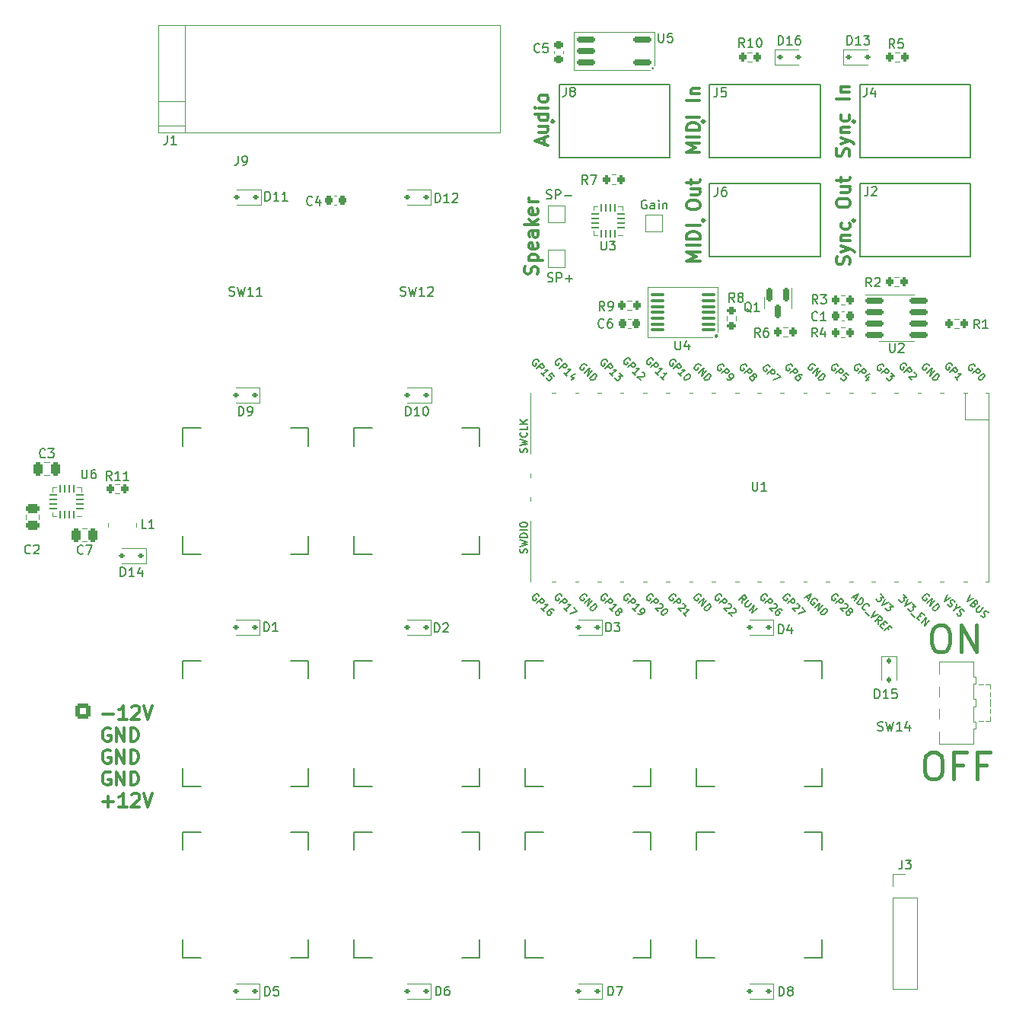
<source format=gbr>
%TF.GenerationSoftware,KiCad,Pcbnew,7.0.2*%
%TF.CreationDate,2023-07-16T23:26:32-06:00*%
%TF.ProjectId,dc31,64633331-2e6b-4696-9361-645f70636258,rev?*%
%TF.SameCoordinates,Original*%
%TF.FileFunction,Legend,Top*%
%TF.FilePolarity,Positive*%
%FSLAX46Y46*%
G04 Gerber Fmt 4.6, Leading zero omitted, Abs format (unit mm)*
G04 Created by KiCad (PCBNEW 7.0.2) date 2023-07-16 23:26:32*
%MOMM*%
%LPD*%
G01*
G04 APERTURE LIST*
G04 Aperture macros list*
%AMRoundRect*
0 Rectangle with rounded corners*
0 $1 Rounding radius*
0 $2 $3 $4 $5 $6 $7 $8 $9 X,Y pos of 4 corners*
0 Add a 4 corners polygon primitive as box body*
4,1,4,$2,$3,$4,$5,$6,$7,$8,$9,$2,$3,0*
0 Add four circle primitives for the rounded corners*
1,1,$1+$1,$2,$3*
1,1,$1+$1,$4,$5*
1,1,$1+$1,$6,$7*
1,1,$1+$1,$8,$9*
0 Add four rect primitives between the rounded corners*
20,1,$1+$1,$2,$3,$4,$5,0*
20,1,$1+$1,$4,$5,$6,$7,0*
20,1,$1+$1,$6,$7,$8,$9,0*
20,1,$1+$1,$8,$9,$2,$3,0*%
%AMHorizOval*
0 Thick line with rounded ends*
0 $1 width*
0 $2 $3 position (X,Y) of the first rounded end (center of the circle)*
0 $4 $5 position (X,Y) of the second rounded end (center of the circle)*
0 Add line between two ends*
20,1,$1,$2,$3,$4,$5,0*
0 Add two circle primitives to create the rounded ends*
1,1,$1,$2,$3*
1,1,$1,$4,$5*%
G04 Aperture macros list end*
%ADD10C,0.300000*%
%ADD11C,0.400000*%
%ADD12C,0.150000*%
%ADD13C,0.120000*%
%ADD14C,0.127000*%
%ADD15C,0.200000*%
%ADD16O,1.700000X1.700000*%
%ADD17R,1.700000X1.700000*%
%ADD18C,1.800000*%
%ADD19O,3.200000X3.500000*%
%ADD20O,2.150000X1.750000*%
%ADD21C,1.200000*%
%ADD22C,3.987800*%
%ADD23HorizOval,2.250000X0.025506X0.374132X-0.025506X-0.374132X0*%
%ADD24C,2.000000*%
%ADD25HorizOval,2.250000X0.654995X0.730004X-0.654995X-0.730004X0*%
%ADD26C,2.250000*%
%ADD27C,1.600000*%
%ADD28C,0.900000*%
%ADD29R,2.500000X1.250000*%
%ADD30R,0.700000X1.600000*%
%ADD31R,1.200000X1.400000*%
%ADD32R,1.200000X2.200000*%
%ADD33R,1.600000X1.400000*%
%ADD34O,2.000000X1.200000*%
%ADD35RoundRect,0.112500X0.187500X0.112500X-0.187500X0.112500X-0.187500X-0.112500X0.187500X-0.112500X0*%
%ADD36RoundRect,0.200000X-0.200000X-0.275000X0.200000X-0.275000X0.200000X0.275000X-0.200000X0.275000X0*%
%ADD37RoundRect,0.250000X-0.250000X-0.475000X0.250000X-0.475000X0.250000X0.475000X-0.250000X0.475000X0*%
%ADD38R,3.500000X1.700000*%
%ADD39R,1.700000X3.500000*%
%ADD40O,1.800000X1.800000*%
%ADD41O,1.500000X1.500000*%
%ADD42RoundRect,0.160000X0.840000X0.160000X-0.840000X0.160000X-0.840000X-0.160000X0.840000X-0.160000X0*%
%ADD43RoundRect,0.225000X0.250000X-0.225000X0.250000X0.225000X-0.250000X0.225000X-0.250000X-0.225000X0*%
%ADD44RoundRect,0.200000X0.200000X0.275000X-0.200000X0.275000X-0.200000X-0.275000X0.200000X-0.275000X0*%
%ADD45RoundRect,0.150000X-0.150000X0.587500X-0.150000X-0.587500X0.150000X-0.587500X0.150000X0.587500X0*%
%ADD46RoundRect,0.150000X-0.825000X-0.150000X0.825000X-0.150000X0.825000X0.150000X-0.825000X0.150000X0*%
%ADD47R,3.400000X1.300000*%
%ADD48R,1.500000X1.500000*%
%ADD49RoundRect,0.112500X-0.112500X0.187500X-0.112500X-0.187500X0.112500X-0.187500X0.112500X0.187500X0*%
%ADD50RoundRect,0.225000X0.225000X0.250000X-0.225000X0.250000X-0.225000X-0.250000X0.225000X-0.250000X0*%
%ADD51RoundRect,0.062500X0.350000X0.062500X-0.350000X0.062500X-0.350000X-0.062500X0.350000X-0.062500X0*%
%ADD52RoundRect,0.062500X0.062500X0.350000X-0.062500X0.350000X-0.062500X-0.350000X0.062500X-0.350000X0*%
%ADD53R,1.680000X1.680000*%
%ADD54RoundRect,0.200000X-0.275000X0.200000X-0.275000X-0.200000X0.275000X-0.200000X0.275000X0.200000X0*%
%ADD55R,1.230000X1.230000*%
%ADD56RoundRect,0.100000X0.637500X0.100000X-0.637500X0.100000X-0.637500X-0.100000X0.637500X-0.100000X0*%
%ADD57RoundRect,0.250000X-0.475000X0.250000X-0.475000X-0.250000X0.475000X-0.250000X0.475000X0.250000X0*%
%ADD58RoundRect,0.250000X0.250000X0.475000X-0.250000X0.475000X-0.250000X-0.475000X0.250000X-0.475000X0*%
%ADD59RoundRect,0.225000X-0.225000X-0.250000X0.225000X-0.250000X0.225000X0.250000X-0.225000X0.250000X0*%
%ADD60RoundRect,0.250000X0.600000X0.600000X-0.600000X0.600000X-0.600000X-0.600000X0.600000X-0.600000X0*%
%ADD61C,1.700000*%
%ADD62RoundRect,0.112500X-0.187500X-0.112500X0.187500X-0.112500X0.187500X0.112500X-0.187500X0.112500X0*%
G04 APERTURE END LIST*
D10*
X107849942Y-118074400D02*
X108992800Y-118074400D01*
X110492800Y-118645828D02*
X109635657Y-118645828D01*
X110064228Y-118645828D02*
X110064228Y-117145828D01*
X110064228Y-117145828D02*
X109921371Y-117360114D01*
X109921371Y-117360114D02*
X109778514Y-117502971D01*
X109778514Y-117502971D02*
X109635657Y-117574400D01*
X111064228Y-117288685D02*
X111135656Y-117217257D01*
X111135656Y-117217257D02*
X111278514Y-117145828D01*
X111278514Y-117145828D02*
X111635656Y-117145828D01*
X111635656Y-117145828D02*
X111778514Y-117217257D01*
X111778514Y-117217257D02*
X111849942Y-117288685D01*
X111849942Y-117288685D02*
X111921371Y-117431542D01*
X111921371Y-117431542D02*
X111921371Y-117574400D01*
X111921371Y-117574400D02*
X111849942Y-117788685D01*
X111849942Y-117788685D02*
X110992799Y-118645828D01*
X110992799Y-118645828D02*
X111921371Y-118645828D01*
X112349942Y-117145828D02*
X112849942Y-118645828D01*
X112849942Y-118645828D02*
X113349942Y-117145828D01*
X108635657Y-119647257D02*
X108492800Y-119575828D01*
X108492800Y-119575828D02*
X108278514Y-119575828D01*
X108278514Y-119575828D02*
X108064228Y-119647257D01*
X108064228Y-119647257D02*
X107921371Y-119790114D01*
X107921371Y-119790114D02*
X107849942Y-119932971D01*
X107849942Y-119932971D02*
X107778514Y-120218685D01*
X107778514Y-120218685D02*
X107778514Y-120432971D01*
X107778514Y-120432971D02*
X107849942Y-120718685D01*
X107849942Y-120718685D02*
X107921371Y-120861542D01*
X107921371Y-120861542D02*
X108064228Y-121004400D01*
X108064228Y-121004400D02*
X108278514Y-121075828D01*
X108278514Y-121075828D02*
X108421371Y-121075828D01*
X108421371Y-121075828D02*
X108635657Y-121004400D01*
X108635657Y-121004400D02*
X108707085Y-120932971D01*
X108707085Y-120932971D02*
X108707085Y-120432971D01*
X108707085Y-120432971D02*
X108421371Y-120432971D01*
X109349942Y-121075828D02*
X109349942Y-119575828D01*
X109349942Y-119575828D02*
X110207085Y-121075828D01*
X110207085Y-121075828D02*
X110207085Y-119575828D01*
X110921371Y-121075828D02*
X110921371Y-119575828D01*
X110921371Y-119575828D02*
X111278514Y-119575828D01*
X111278514Y-119575828D02*
X111492800Y-119647257D01*
X111492800Y-119647257D02*
X111635657Y-119790114D01*
X111635657Y-119790114D02*
X111707086Y-119932971D01*
X111707086Y-119932971D02*
X111778514Y-120218685D01*
X111778514Y-120218685D02*
X111778514Y-120432971D01*
X111778514Y-120432971D02*
X111707086Y-120718685D01*
X111707086Y-120718685D02*
X111635657Y-120861542D01*
X111635657Y-120861542D02*
X111492800Y-121004400D01*
X111492800Y-121004400D02*
X111278514Y-121075828D01*
X111278514Y-121075828D02*
X110921371Y-121075828D01*
X108635657Y-122077257D02*
X108492800Y-122005828D01*
X108492800Y-122005828D02*
X108278514Y-122005828D01*
X108278514Y-122005828D02*
X108064228Y-122077257D01*
X108064228Y-122077257D02*
X107921371Y-122220114D01*
X107921371Y-122220114D02*
X107849942Y-122362971D01*
X107849942Y-122362971D02*
X107778514Y-122648685D01*
X107778514Y-122648685D02*
X107778514Y-122862971D01*
X107778514Y-122862971D02*
X107849942Y-123148685D01*
X107849942Y-123148685D02*
X107921371Y-123291542D01*
X107921371Y-123291542D02*
X108064228Y-123434400D01*
X108064228Y-123434400D02*
X108278514Y-123505828D01*
X108278514Y-123505828D02*
X108421371Y-123505828D01*
X108421371Y-123505828D02*
X108635657Y-123434400D01*
X108635657Y-123434400D02*
X108707085Y-123362971D01*
X108707085Y-123362971D02*
X108707085Y-122862971D01*
X108707085Y-122862971D02*
X108421371Y-122862971D01*
X109349942Y-123505828D02*
X109349942Y-122005828D01*
X109349942Y-122005828D02*
X110207085Y-123505828D01*
X110207085Y-123505828D02*
X110207085Y-122005828D01*
X110921371Y-123505828D02*
X110921371Y-122005828D01*
X110921371Y-122005828D02*
X111278514Y-122005828D01*
X111278514Y-122005828D02*
X111492800Y-122077257D01*
X111492800Y-122077257D02*
X111635657Y-122220114D01*
X111635657Y-122220114D02*
X111707086Y-122362971D01*
X111707086Y-122362971D02*
X111778514Y-122648685D01*
X111778514Y-122648685D02*
X111778514Y-122862971D01*
X111778514Y-122862971D02*
X111707086Y-123148685D01*
X111707086Y-123148685D02*
X111635657Y-123291542D01*
X111635657Y-123291542D02*
X111492800Y-123434400D01*
X111492800Y-123434400D02*
X111278514Y-123505828D01*
X111278514Y-123505828D02*
X110921371Y-123505828D01*
X108635657Y-124507257D02*
X108492800Y-124435828D01*
X108492800Y-124435828D02*
X108278514Y-124435828D01*
X108278514Y-124435828D02*
X108064228Y-124507257D01*
X108064228Y-124507257D02*
X107921371Y-124650114D01*
X107921371Y-124650114D02*
X107849942Y-124792971D01*
X107849942Y-124792971D02*
X107778514Y-125078685D01*
X107778514Y-125078685D02*
X107778514Y-125292971D01*
X107778514Y-125292971D02*
X107849942Y-125578685D01*
X107849942Y-125578685D02*
X107921371Y-125721542D01*
X107921371Y-125721542D02*
X108064228Y-125864400D01*
X108064228Y-125864400D02*
X108278514Y-125935828D01*
X108278514Y-125935828D02*
X108421371Y-125935828D01*
X108421371Y-125935828D02*
X108635657Y-125864400D01*
X108635657Y-125864400D02*
X108707085Y-125792971D01*
X108707085Y-125792971D02*
X108707085Y-125292971D01*
X108707085Y-125292971D02*
X108421371Y-125292971D01*
X109349942Y-125935828D02*
X109349942Y-124435828D01*
X109349942Y-124435828D02*
X110207085Y-125935828D01*
X110207085Y-125935828D02*
X110207085Y-124435828D01*
X110921371Y-125935828D02*
X110921371Y-124435828D01*
X110921371Y-124435828D02*
X111278514Y-124435828D01*
X111278514Y-124435828D02*
X111492800Y-124507257D01*
X111492800Y-124507257D02*
X111635657Y-124650114D01*
X111635657Y-124650114D02*
X111707086Y-124792971D01*
X111707086Y-124792971D02*
X111778514Y-125078685D01*
X111778514Y-125078685D02*
X111778514Y-125292971D01*
X111778514Y-125292971D02*
X111707086Y-125578685D01*
X111707086Y-125578685D02*
X111635657Y-125721542D01*
X111635657Y-125721542D02*
X111492800Y-125864400D01*
X111492800Y-125864400D02*
X111278514Y-125935828D01*
X111278514Y-125935828D02*
X110921371Y-125935828D01*
X107849942Y-127794400D02*
X108992800Y-127794400D01*
X108421371Y-128365828D02*
X108421371Y-127222971D01*
X110492800Y-128365828D02*
X109635657Y-128365828D01*
X110064228Y-128365828D02*
X110064228Y-126865828D01*
X110064228Y-126865828D02*
X109921371Y-127080114D01*
X109921371Y-127080114D02*
X109778514Y-127222971D01*
X109778514Y-127222971D02*
X109635657Y-127294400D01*
X111064228Y-127008685D02*
X111135656Y-126937257D01*
X111135656Y-126937257D02*
X111278514Y-126865828D01*
X111278514Y-126865828D02*
X111635656Y-126865828D01*
X111635656Y-126865828D02*
X111778514Y-126937257D01*
X111778514Y-126937257D02*
X111849942Y-127008685D01*
X111849942Y-127008685D02*
X111921371Y-127151542D01*
X111921371Y-127151542D02*
X111921371Y-127294400D01*
X111921371Y-127294400D02*
X111849942Y-127508685D01*
X111849942Y-127508685D02*
X110992799Y-128365828D01*
X110992799Y-128365828D02*
X111921371Y-128365828D01*
X112349942Y-126865828D02*
X112849942Y-128365828D01*
X112849942Y-128365828D02*
X113349942Y-126865828D01*
D11*
X199935714Y-122272857D02*
X200507142Y-122272857D01*
X200507142Y-122272857D02*
X200792857Y-122415714D01*
X200792857Y-122415714D02*
X201078571Y-122701428D01*
X201078571Y-122701428D02*
X201221428Y-123272857D01*
X201221428Y-123272857D02*
X201221428Y-124272857D01*
X201221428Y-124272857D02*
X201078571Y-124844285D01*
X201078571Y-124844285D02*
X200792857Y-125130000D01*
X200792857Y-125130000D02*
X200507142Y-125272857D01*
X200507142Y-125272857D02*
X199935714Y-125272857D01*
X199935714Y-125272857D02*
X199650000Y-125130000D01*
X199650000Y-125130000D02*
X199364285Y-124844285D01*
X199364285Y-124844285D02*
X199221428Y-124272857D01*
X199221428Y-124272857D02*
X199221428Y-123272857D01*
X199221428Y-123272857D02*
X199364285Y-122701428D01*
X199364285Y-122701428D02*
X199650000Y-122415714D01*
X199650000Y-122415714D02*
X199935714Y-122272857D01*
X203507142Y-123701428D02*
X202507142Y-123701428D01*
X202507142Y-125272857D02*
X202507142Y-122272857D01*
X202507142Y-122272857D02*
X203935714Y-122272857D01*
X206078571Y-123701428D02*
X205078571Y-123701428D01*
X205078571Y-125272857D02*
X205078571Y-122272857D01*
X205078571Y-122272857D02*
X206507143Y-122272857D01*
X200765714Y-108122857D02*
X201337142Y-108122857D01*
X201337142Y-108122857D02*
X201622857Y-108265714D01*
X201622857Y-108265714D02*
X201908571Y-108551428D01*
X201908571Y-108551428D02*
X202051428Y-109122857D01*
X202051428Y-109122857D02*
X202051428Y-110122857D01*
X202051428Y-110122857D02*
X201908571Y-110694285D01*
X201908571Y-110694285D02*
X201622857Y-110980000D01*
X201622857Y-110980000D02*
X201337142Y-111122857D01*
X201337142Y-111122857D02*
X200765714Y-111122857D01*
X200765714Y-111122857D02*
X200480000Y-110980000D01*
X200480000Y-110980000D02*
X200194285Y-110694285D01*
X200194285Y-110694285D02*
X200051428Y-110122857D01*
X200051428Y-110122857D02*
X200051428Y-109122857D01*
X200051428Y-109122857D02*
X200194285Y-108551428D01*
X200194285Y-108551428D02*
X200480000Y-108265714D01*
X200480000Y-108265714D02*
X200765714Y-108122857D01*
X203337142Y-111122857D02*
X203337142Y-108122857D01*
X203337142Y-108122857D02*
X205051428Y-111122857D01*
X205051428Y-111122857D02*
X205051428Y-108122857D01*
D10*
X156165000Y-69104285D02*
X156236428Y-68890000D01*
X156236428Y-68890000D02*
X156236428Y-68532857D01*
X156236428Y-68532857D02*
X156165000Y-68390000D01*
X156165000Y-68390000D02*
X156093571Y-68318571D01*
X156093571Y-68318571D02*
X155950714Y-68247142D01*
X155950714Y-68247142D02*
X155807857Y-68247142D01*
X155807857Y-68247142D02*
X155665000Y-68318571D01*
X155665000Y-68318571D02*
X155593571Y-68390000D01*
X155593571Y-68390000D02*
X155522142Y-68532857D01*
X155522142Y-68532857D02*
X155450714Y-68818571D01*
X155450714Y-68818571D02*
X155379285Y-68961428D01*
X155379285Y-68961428D02*
X155307857Y-69032857D01*
X155307857Y-69032857D02*
X155165000Y-69104285D01*
X155165000Y-69104285D02*
X155022142Y-69104285D01*
X155022142Y-69104285D02*
X154879285Y-69032857D01*
X154879285Y-69032857D02*
X154807857Y-68961428D01*
X154807857Y-68961428D02*
X154736428Y-68818571D01*
X154736428Y-68818571D02*
X154736428Y-68461428D01*
X154736428Y-68461428D02*
X154807857Y-68247142D01*
X155236428Y-67604286D02*
X156736428Y-67604286D01*
X155307857Y-67604286D02*
X155236428Y-67461429D01*
X155236428Y-67461429D02*
X155236428Y-67175714D01*
X155236428Y-67175714D02*
X155307857Y-67032857D01*
X155307857Y-67032857D02*
X155379285Y-66961429D01*
X155379285Y-66961429D02*
X155522142Y-66890000D01*
X155522142Y-66890000D02*
X155950714Y-66890000D01*
X155950714Y-66890000D02*
X156093571Y-66961429D01*
X156093571Y-66961429D02*
X156165000Y-67032857D01*
X156165000Y-67032857D02*
X156236428Y-67175714D01*
X156236428Y-67175714D02*
X156236428Y-67461429D01*
X156236428Y-67461429D02*
X156165000Y-67604286D01*
X156165000Y-65675714D02*
X156236428Y-65818571D01*
X156236428Y-65818571D02*
X156236428Y-66104286D01*
X156236428Y-66104286D02*
X156165000Y-66247143D01*
X156165000Y-66247143D02*
X156022142Y-66318571D01*
X156022142Y-66318571D02*
X155450714Y-66318571D01*
X155450714Y-66318571D02*
X155307857Y-66247143D01*
X155307857Y-66247143D02*
X155236428Y-66104286D01*
X155236428Y-66104286D02*
X155236428Y-65818571D01*
X155236428Y-65818571D02*
X155307857Y-65675714D01*
X155307857Y-65675714D02*
X155450714Y-65604286D01*
X155450714Y-65604286D02*
X155593571Y-65604286D01*
X155593571Y-65604286D02*
X155736428Y-66318571D01*
X156236428Y-64318572D02*
X155450714Y-64318572D01*
X155450714Y-64318572D02*
X155307857Y-64390000D01*
X155307857Y-64390000D02*
X155236428Y-64532857D01*
X155236428Y-64532857D02*
X155236428Y-64818572D01*
X155236428Y-64818572D02*
X155307857Y-64961429D01*
X156165000Y-64318572D02*
X156236428Y-64461429D01*
X156236428Y-64461429D02*
X156236428Y-64818572D01*
X156236428Y-64818572D02*
X156165000Y-64961429D01*
X156165000Y-64961429D02*
X156022142Y-65032857D01*
X156022142Y-65032857D02*
X155879285Y-65032857D01*
X155879285Y-65032857D02*
X155736428Y-64961429D01*
X155736428Y-64961429D02*
X155665000Y-64818572D01*
X155665000Y-64818572D02*
X155665000Y-64461429D01*
X155665000Y-64461429D02*
X155593571Y-64318572D01*
X156236428Y-63604286D02*
X154736428Y-63604286D01*
X155665000Y-63461429D02*
X156236428Y-63032857D01*
X155236428Y-63032857D02*
X155807857Y-63604286D01*
X156165000Y-61818571D02*
X156236428Y-61961428D01*
X156236428Y-61961428D02*
X156236428Y-62247143D01*
X156236428Y-62247143D02*
X156165000Y-62390000D01*
X156165000Y-62390000D02*
X156022142Y-62461428D01*
X156022142Y-62461428D02*
X155450714Y-62461428D01*
X155450714Y-62461428D02*
X155307857Y-62390000D01*
X155307857Y-62390000D02*
X155236428Y-62247143D01*
X155236428Y-62247143D02*
X155236428Y-61961428D01*
X155236428Y-61961428D02*
X155307857Y-61818571D01*
X155307857Y-61818571D02*
X155450714Y-61747143D01*
X155450714Y-61747143D02*
X155593571Y-61747143D01*
X155593571Y-61747143D02*
X155736428Y-62461428D01*
X156236428Y-61104286D02*
X155236428Y-61104286D01*
X155522142Y-61104286D02*
X155379285Y-61032857D01*
X155379285Y-61032857D02*
X155307857Y-60961429D01*
X155307857Y-60961429D02*
X155236428Y-60818571D01*
X155236428Y-60818571D02*
X155236428Y-60675714D01*
X156944057Y-54679885D02*
X156944057Y-53965600D01*
X157372628Y-54822742D02*
X155872628Y-54322742D01*
X155872628Y-54322742D02*
X157372628Y-53822742D01*
X156372628Y-52679886D02*
X157372628Y-52679886D01*
X156372628Y-53322743D02*
X157158342Y-53322743D01*
X157158342Y-53322743D02*
X157301200Y-53251314D01*
X157301200Y-53251314D02*
X157372628Y-53108457D01*
X157372628Y-53108457D02*
X157372628Y-52894171D01*
X157372628Y-52894171D02*
X157301200Y-52751314D01*
X157301200Y-52751314D02*
X157229771Y-52679886D01*
X157372628Y-51322743D02*
X155872628Y-51322743D01*
X157301200Y-51322743D02*
X157372628Y-51465600D01*
X157372628Y-51465600D02*
X157372628Y-51751314D01*
X157372628Y-51751314D02*
X157301200Y-51894171D01*
X157301200Y-51894171D02*
X157229771Y-51965600D01*
X157229771Y-51965600D02*
X157086914Y-52037028D01*
X157086914Y-52037028D02*
X156658342Y-52037028D01*
X156658342Y-52037028D02*
X156515485Y-51965600D01*
X156515485Y-51965600D02*
X156444057Y-51894171D01*
X156444057Y-51894171D02*
X156372628Y-51751314D01*
X156372628Y-51751314D02*
X156372628Y-51465600D01*
X156372628Y-51465600D02*
X156444057Y-51322743D01*
X157372628Y-50608457D02*
X156372628Y-50608457D01*
X155872628Y-50608457D02*
X155944057Y-50679885D01*
X155944057Y-50679885D02*
X156015485Y-50608457D01*
X156015485Y-50608457D02*
X155944057Y-50537028D01*
X155944057Y-50537028D02*
X155872628Y-50608457D01*
X155872628Y-50608457D02*
X156015485Y-50608457D01*
X157372628Y-49679885D02*
X157301200Y-49822742D01*
X157301200Y-49822742D02*
X157229771Y-49894171D01*
X157229771Y-49894171D02*
X157086914Y-49965599D01*
X157086914Y-49965599D02*
X156658342Y-49965599D01*
X156658342Y-49965599D02*
X156515485Y-49894171D01*
X156515485Y-49894171D02*
X156444057Y-49822742D01*
X156444057Y-49822742D02*
X156372628Y-49679885D01*
X156372628Y-49679885D02*
X156372628Y-49465599D01*
X156372628Y-49465599D02*
X156444057Y-49322742D01*
X156444057Y-49322742D02*
X156515485Y-49251314D01*
X156515485Y-49251314D02*
X156658342Y-49179885D01*
X156658342Y-49179885D02*
X157086914Y-49179885D01*
X157086914Y-49179885D02*
X157229771Y-49251314D01*
X157229771Y-49251314D02*
X157301200Y-49322742D01*
X157301200Y-49322742D02*
X157372628Y-49465599D01*
X157372628Y-49465599D02*
X157372628Y-49679885D01*
X190835000Y-56024285D02*
X190906428Y-55810000D01*
X190906428Y-55810000D02*
X190906428Y-55452857D01*
X190906428Y-55452857D02*
X190835000Y-55310000D01*
X190835000Y-55310000D02*
X190763571Y-55238571D01*
X190763571Y-55238571D02*
X190620714Y-55167142D01*
X190620714Y-55167142D02*
X190477857Y-55167142D01*
X190477857Y-55167142D02*
X190335000Y-55238571D01*
X190335000Y-55238571D02*
X190263571Y-55310000D01*
X190263571Y-55310000D02*
X190192142Y-55452857D01*
X190192142Y-55452857D02*
X190120714Y-55738571D01*
X190120714Y-55738571D02*
X190049285Y-55881428D01*
X190049285Y-55881428D02*
X189977857Y-55952857D01*
X189977857Y-55952857D02*
X189835000Y-56024285D01*
X189835000Y-56024285D02*
X189692142Y-56024285D01*
X189692142Y-56024285D02*
X189549285Y-55952857D01*
X189549285Y-55952857D02*
X189477857Y-55881428D01*
X189477857Y-55881428D02*
X189406428Y-55738571D01*
X189406428Y-55738571D02*
X189406428Y-55381428D01*
X189406428Y-55381428D02*
X189477857Y-55167142D01*
X189906428Y-54667143D02*
X190906428Y-54310000D01*
X189906428Y-53952857D02*
X190906428Y-54310000D01*
X190906428Y-54310000D02*
X191263571Y-54452857D01*
X191263571Y-54452857D02*
X191335000Y-54524286D01*
X191335000Y-54524286D02*
X191406428Y-54667143D01*
X189906428Y-53381429D02*
X190906428Y-53381429D01*
X190049285Y-53381429D02*
X189977857Y-53310000D01*
X189977857Y-53310000D02*
X189906428Y-53167143D01*
X189906428Y-53167143D02*
X189906428Y-52952857D01*
X189906428Y-52952857D02*
X189977857Y-52810000D01*
X189977857Y-52810000D02*
X190120714Y-52738572D01*
X190120714Y-52738572D02*
X190906428Y-52738572D01*
X190835000Y-51381429D02*
X190906428Y-51524286D01*
X190906428Y-51524286D02*
X190906428Y-51810000D01*
X190906428Y-51810000D02*
X190835000Y-51952857D01*
X190835000Y-51952857D02*
X190763571Y-52024286D01*
X190763571Y-52024286D02*
X190620714Y-52095714D01*
X190620714Y-52095714D02*
X190192142Y-52095714D01*
X190192142Y-52095714D02*
X190049285Y-52024286D01*
X190049285Y-52024286D02*
X189977857Y-51952857D01*
X189977857Y-51952857D02*
X189906428Y-51810000D01*
X189906428Y-51810000D02*
X189906428Y-51524286D01*
X189906428Y-51524286D02*
X189977857Y-51381429D01*
X190906428Y-49595715D02*
X189406428Y-49595715D01*
X189906428Y-48881429D02*
X190906428Y-48881429D01*
X190049285Y-48881429D02*
X189977857Y-48810000D01*
X189977857Y-48810000D02*
X189906428Y-48667143D01*
X189906428Y-48667143D02*
X189906428Y-48452857D01*
X189906428Y-48452857D02*
X189977857Y-48310000D01*
X189977857Y-48310000D02*
X190120714Y-48238572D01*
X190120714Y-48238572D02*
X190906428Y-48238572D01*
X190885000Y-68044285D02*
X190956428Y-67830000D01*
X190956428Y-67830000D02*
X190956428Y-67472857D01*
X190956428Y-67472857D02*
X190885000Y-67330000D01*
X190885000Y-67330000D02*
X190813571Y-67258571D01*
X190813571Y-67258571D02*
X190670714Y-67187142D01*
X190670714Y-67187142D02*
X190527857Y-67187142D01*
X190527857Y-67187142D02*
X190385000Y-67258571D01*
X190385000Y-67258571D02*
X190313571Y-67330000D01*
X190313571Y-67330000D02*
X190242142Y-67472857D01*
X190242142Y-67472857D02*
X190170714Y-67758571D01*
X190170714Y-67758571D02*
X190099285Y-67901428D01*
X190099285Y-67901428D02*
X190027857Y-67972857D01*
X190027857Y-67972857D02*
X189885000Y-68044285D01*
X189885000Y-68044285D02*
X189742142Y-68044285D01*
X189742142Y-68044285D02*
X189599285Y-67972857D01*
X189599285Y-67972857D02*
X189527857Y-67901428D01*
X189527857Y-67901428D02*
X189456428Y-67758571D01*
X189456428Y-67758571D02*
X189456428Y-67401428D01*
X189456428Y-67401428D02*
X189527857Y-67187142D01*
X189956428Y-66687143D02*
X190956428Y-66330000D01*
X189956428Y-65972857D02*
X190956428Y-66330000D01*
X190956428Y-66330000D02*
X191313571Y-66472857D01*
X191313571Y-66472857D02*
X191385000Y-66544286D01*
X191385000Y-66544286D02*
X191456428Y-66687143D01*
X189956428Y-65401429D02*
X190956428Y-65401429D01*
X190099285Y-65401429D02*
X190027857Y-65330000D01*
X190027857Y-65330000D02*
X189956428Y-65187143D01*
X189956428Y-65187143D02*
X189956428Y-64972857D01*
X189956428Y-64972857D02*
X190027857Y-64830000D01*
X190027857Y-64830000D02*
X190170714Y-64758572D01*
X190170714Y-64758572D02*
X190956428Y-64758572D01*
X190885000Y-63401429D02*
X190956428Y-63544286D01*
X190956428Y-63544286D02*
X190956428Y-63830000D01*
X190956428Y-63830000D02*
X190885000Y-63972857D01*
X190885000Y-63972857D02*
X190813571Y-64044286D01*
X190813571Y-64044286D02*
X190670714Y-64115714D01*
X190670714Y-64115714D02*
X190242142Y-64115714D01*
X190242142Y-64115714D02*
X190099285Y-64044286D01*
X190099285Y-64044286D02*
X190027857Y-63972857D01*
X190027857Y-63972857D02*
X189956428Y-63830000D01*
X189956428Y-63830000D02*
X189956428Y-63544286D01*
X189956428Y-63544286D02*
X190027857Y-63401429D01*
X189456428Y-61330000D02*
X189456428Y-61044286D01*
X189456428Y-61044286D02*
X189527857Y-60901429D01*
X189527857Y-60901429D02*
X189670714Y-60758572D01*
X189670714Y-60758572D02*
X189956428Y-60687143D01*
X189956428Y-60687143D02*
X190456428Y-60687143D01*
X190456428Y-60687143D02*
X190742142Y-60758572D01*
X190742142Y-60758572D02*
X190885000Y-60901429D01*
X190885000Y-60901429D02*
X190956428Y-61044286D01*
X190956428Y-61044286D02*
X190956428Y-61330000D01*
X190956428Y-61330000D02*
X190885000Y-61472858D01*
X190885000Y-61472858D02*
X190742142Y-61615715D01*
X190742142Y-61615715D02*
X190456428Y-61687143D01*
X190456428Y-61687143D02*
X189956428Y-61687143D01*
X189956428Y-61687143D02*
X189670714Y-61615715D01*
X189670714Y-61615715D02*
X189527857Y-61472858D01*
X189527857Y-61472858D02*
X189456428Y-61330000D01*
X189956428Y-59401429D02*
X190956428Y-59401429D01*
X189956428Y-60044286D02*
X190742142Y-60044286D01*
X190742142Y-60044286D02*
X190885000Y-59972857D01*
X190885000Y-59972857D02*
X190956428Y-59830000D01*
X190956428Y-59830000D02*
X190956428Y-59615714D01*
X190956428Y-59615714D02*
X190885000Y-59472857D01*
X190885000Y-59472857D02*
X190813571Y-59401429D01*
X189956428Y-58901428D02*
X189956428Y-58330000D01*
X189456428Y-58687143D02*
X190742142Y-58687143D01*
X190742142Y-58687143D02*
X190885000Y-58615714D01*
X190885000Y-58615714D02*
X190956428Y-58472857D01*
X190956428Y-58472857D02*
X190956428Y-58330000D01*
X174263628Y-67638657D02*
X172763628Y-67638657D01*
X172763628Y-67638657D02*
X173835057Y-67138657D01*
X173835057Y-67138657D02*
X172763628Y-66638657D01*
X172763628Y-66638657D02*
X174263628Y-66638657D01*
X174263628Y-65924371D02*
X172763628Y-65924371D01*
X174263628Y-65210085D02*
X172763628Y-65210085D01*
X172763628Y-65210085D02*
X172763628Y-64852942D01*
X172763628Y-64852942D02*
X172835057Y-64638656D01*
X172835057Y-64638656D02*
X172977914Y-64495799D01*
X172977914Y-64495799D02*
X173120771Y-64424370D01*
X173120771Y-64424370D02*
X173406485Y-64352942D01*
X173406485Y-64352942D02*
X173620771Y-64352942D01*
X173620771Y-64352942D02*
X173906485Y-64424370D01*
X173906485Y-64424370D02*
X174049342Y-64495799D01*
X174049342Y-64495799D02*
X174192200Y-64638656D01*
X174192200Y-64638656D02*
X174263628Y-64852942D01*
X174263628Y-64852942D02*
X174263628Y-65210085D01*
X174263628Y-63710085D02*
X172763628Y-63710085D01*
X172763628Y-61567227D02*
X172763628Y-61281513D01*
X172763628Y-61281513D02*
X172835057Y-61138656D01*
X172835057Y-61138656D02*
X172977914Y-60995799D01*
X172977914Y-60995799D02*
X173263628Y-60924370D01*
X173263628Y-60924370D02*
X173763628Y-60924370D01*
X173763628Y-60924370D02*
X174049342Y-60995799D01*
X174049342Y-60995799D02*
X174192200Y-61138656D01*
X174192200Y-61138656D02*
X174263628Y-61281513D01*
X174263628Y-61281513D02*
X174263628Y-61567227D01*
X174263628Y-61567227D02*
X174192200Y-61710085D01*
X174192200Y-61710085D02*
X174049342Y-61852942D01*
X174049342Y-61852942D02*
X173763628Y-61924370D01*
X173763628Y-61924370D02*
X173263628Y-61924370D01*
X173263628Y-61924370D02*
X172977914Y-61852942D01*
X172977914Y-61852942D02*
X172835057Y-61710085D01*
X172835057Y-61710085D02*
X172763628Y-61567227D01*
X173263628Y-59638656D02*
X174263628Y-59638656D01*
X173263628Y-60281513D02*
X174049342Y-60281513D01*
X174049342Y-60281513D02*
X174192200Y-60210084D01*
X174192200Y-60210084D02*
X174263628Y-60067227D01*
X174263628Y-60067227D02*
X174263628Y-59852941D01*
X174263628Y-59852941D02*
X174192200Y-59710084D01*
X174192200Y-59710084D02*
X174120771Y-59638656D01*
X173263628Y-59138655D02*
X173263628Y-58567227D01*
X172763628Y-58924370D02*
X174049342Y-58924370D01*
X174049342Y-58924370D02*
X174192200Y-58852941D01*
X174192200Y-58852941D02*
X174263628Y-58710084D01*
X174263628Y-58710084D02*
X174263628Y-58567227D01*
X174238228Y-55573657D02*
X172738228Y-55573657D01*
X172738228Y-55573657D02*
X173809657Y-55073657D01*
X173809657Y-55073657D02*
X172738228Y-54573657D01*
X172738228Y-54573657D02*
X174238228Y-54573657D01*
X174238228Y-53859371D02*
X172738228Y-53859371D01*
X174238228Y-53145085D02*
X172738228Y-53145085D01*
X172738228Y-53145085D02*
X172738228Y-52787942D01*
X172738228Y-52787942D02*
X172809657Y-52573656D01*
X172809657Y-52573656D02*
X172952514Y-52430799D01*
X172952514Y-52430799D02*
X173095371Y-52359370D01*
X173095371Y-52359370D02*
X173381085Y-52287942D01*
X173381085Y-52287942D02*
X173595371Y-52287942D01*
X173595371Y-52287942D02*
X173881085Y-52359370D01*
X173881085Y-52359370D02*
X174023942Y-52430799D01*
X174023942Y-52430799D02*
X174166800Y-52573656D01*
X174166800Y-52573656D02*
X174238228Y-52787942D01*
X174238228Y-52787942D02*
X174238228Y-53145085D01*
X174238228Y-51645085D02*
X172738228Y-51645085D01*
X174238228Y-49787942D02*
X172738228Y-49787942D01*
X173238228Y-49073656D02*
X174238228Y-49073656D01*
X173381085Y-49073656D02*
X173309657Y-49002227D01*
X173309657Y-49002227D02*
X173238228Y-48859370D01*
X173238228Y-48859370D02*
X173238228Y-48645084D01*
X173238228Y-48645084D02*
X173309657Y-48502227D01*
X173309657Y-48502227D02*
X173452514Y-48430799D01*
X173452514Y-48430799D02*
X174238228Y-48430799D01*
D12*
X168301904Y-60905238D02*
X168206666Y-60857619D01*
X168206666Y-60857619D02*
X168063809Y-60857619D01*
X168063809Y-60857619D02*
X167920952Y-60905238D01*
X167920952Y-60905238D02*
X167825714Y-61000476D01*
X167825714Y-61000476D02*
X167778095Y-61095714D01*
X167778095Y-61095714D02*
X167730476Y-61286190D01*
X167730476Y-61286190D02*
X167730476Y-61429047D01*
X167730476Y-61429047D02*
X167778095Y-61619523D01*
X167778095Y-61619523D02*
X167825714Y-61714761D01*
X167825714Y-61714761D02*
X167920952Y-61810000D01*
X167920952Y-61810000D02*
X168063809Y-61857619D01*
X168063809Y-61857619D02*
X168159047Y-61857619D01*
X168159047Y-61857619D02*
X168301904Y-61810000D01*
X168301904Y-61810000D02*
X168349523Y-61762380D01*
X168349523Y-61762380D02*
X168349523Y-61429047D01*
X168349523Y-61429047D02*
X168159047Y-61429047D01*
X169206666Y-61857619D02*
X169206666Y-61333809D01*
X169206666Y-61333809D02*
X169159047Y-61238571D01*
X169159047Y-61238571D02*
X169063809Y-61190952D01*
X169063809Y-61190952D02*
X168873333Y-61190952D01*
X168873333Y-61190952D02*
X168778095Y-61238571D01*
X169206666Y-61810000D02*
X169111428Y-61857619D01*
X169111428Y-61857619D02*
X168873333Y-61857619D01*
X168873333Y-61857619D02*
X168778095Y-61810000D01*
X168778095Y-61810000D02*
X168730476Y-61714761D01*
X168730476Y-61714761D02*
X168730476Y-61619523D01*
X168730476Y-61619523D02*
X168778095Y-61524285D01*
X168778095Y-61524285D02*
X168873333Y-61476666D01*
X168873333Y-61476666D02*
X169111428Y-61476666D01*
X169111428Y-61476666D02*
X169206666Y-61429047D01*
X169682857Y-61857619D02*
X169682857Y-61190952D01*
X169682857Y-60857619D02*
X169635238Y-60905238D01*
X169635238Y-60905238D02*
X169682857Y-60952857D01*
X169682857Y-60952857D02*
X169730476Y-60905238D01*
X169730476Y-60905238D02*
X169682857Y-60857619D01*
X169682857Y-60857619D02*
X169682857Y-60952857D01*
X170159047Y-61190952D02*
X170159047Y-61857619D01*
X170159047Y-61286190D02*
X170206666Y-61238571D01*
X170206666Y-61238571D02*
X170301904Y-61190952D01*
X170301904Y-61190952D02*
X170444761Y-61190952D01*
X170444761Y-61190952D02*
X170539999Y-61238571D01*
X170539999Y-61238571D02*
X170587618Y-61333809D01*
X170587618Y-61333809D02*
X170587618Y-61857619D01*
X157180476Y-60690000D02*
X157323333Y-60737619D01*
X157323333Y-60737619D02*
X157561428Y-60737619D01*
X157561428Y-60737619D02*
X157656666Y-60690000D01*
X157656666Y-60690000D02*
X157704285Y-60642380D01*
X157704285Y-60642380D02*
X157751904Y-60547142D01*
X157751904Y-60547142D02*
X157751904Y-60451904D01*
X157751904Y-60451904D02*
X157704285Y-60356666D01*
X157704285Y-60356666D02*
X157656666Y-60309047D01*
X157656666Y-60309047D02*
X157561428Y-60261428D01*
X157561428Y-60261428D02*
X157370952Y-60213809D01*
X157370952Y-60213809D02*
X157275714Y-60166190D01*
X157275714Y-60166190D02*
X157228095Y-60118571D01*
X157228095Y-60118571D02*
X157180476Y-60023333D01*
X157180476Y-60023333D02*
X157180476Y-59928095D01*
X157180476Y-59928095D02*
X157228095Y-59832857D01*
X157228095Y-59832857D02*
X157275714Y-59785238D01*
X157275714Y-59785238D02*
X157370952Y-59737619D01*
X157370952Y-59737619D02*
X157609047Y-59737619D01*
X157609047Y-59737619D02*
X157751904Y-59785238D01*
X158180476Y-60737619D02*
X158180476Y-59737619D01*
X158180476Y-59737619D02*
X158561428Y-59737619D01*
X158561428Y-59737619D02*
X158656666Y-59785238D01*
X158656666Y-59785238D02*
X158704285Y-59832857D01*
X158704285Y-59832857D02*
X158751904Y-59928095D01*
X158751904Y-59928095D02*
X158751904Y-60070952D01*
X158751904Y-60070952D02*
X158704285Y-60166190D01*
X158704285Y-60166190D02*
X158656666Y-60213809D01*
X158656666Y-60213809D02*
X158561428Y-60261428D01*
X158561428Y-60261428D02*
X158180476Y-60261428D01*
X159180476Y-60356666D02*
X159942381Y-60356666D01*
X157310476Y-69930000D02*
X157453333Y-69977619D01*
X157453333Y-69977619D02*
X157691428Y-69977619D01*
X157691428Y-69977619D02*
X157786666Y-69930000D01*
X157786666Y-69930000D02*
X157834285Y-69882380D01*
X157834285Y-69882380D02*
X157881904Y-69787142D01*
X157881904Y-69787142D02*
X157881904Y-69691904D01*
X157881904Y-69691904D02*
X157834285Y-69596666D01*
X157834285Y-69596666D02*
X157786666Y-69549047D01*
X157786666Y-69549047D02*
X157691428Y-69501428D01*
X157691428Y-69501428D02*
X157500952Y-69453809D01*
X157500952Y-69453809D02*
X157405714Y-69406190D01*
X157405714Y-69406190D02*
X157358095Y-69358571D01*
X157358095Y-69358571D02*
X157310476Y-69263333D01*
X157310476Y-69263333D02*
X157310476Y-69168095D01*
X157310476Y-69168095D02*
X157358095Y-69072857D01*
X157358095Y-69072857D02*
X157405714Y-69025238D01*
X157405714Y-69025238D02*
X157500952Y-68977619D01*
X157500952Y-68977619D02*
X157739047Y-68977619D01*
X157739047Y-68977619D02*
X157881904Y-69025238D01*
X158310476Y-69977619D02*
X158310476Y-68977619D01*
X158310476Y-68977619D02*
X158691428Y-68977619D01*
X158691428Y-68977619D02*
X158786666Y-69025238D01*
X158786666Y-69025238D02*
X158834285Y-69072857D01*
X158834285Y-69072857D02*
X158881904Y-69168095D01*
X158881904Y-69168095D02*
X158881904Y-69310952D01*
X158881904Y-69310952D02*
X158834285Y-69406190D01*
X158834285Y-69406190D02*
X158786666Y-69453809D01*
X158786666Y-69453809D02*
X158691428Y-69501428D01*
X158691428Y-69501428D02*
X158310476Y-69501428D01*
X159310476Y-69596666D02*
X160072381Y-69596666D01*
X159691428Y-69977619D02*
X159691428Y-69215714D01*
%TO.C,J3*%
X196736666Y-134272219D02*
X196736666Y-134986504D01*
X196736666Y-134986504D02*
X196689047Y-135129361D01*
X196689047Y-135129361D02*
X196593809Y-135224600D01*
X196593809Y-135224600D02*
X196450952Y-135272219D01*
X196450952Y-135272219D02*
X196355714Y-135272219D01*
X197117619Y-134272219D02*
X197736666Y-134272219D01*
X197736666Y-134272219D02*
X197403333Y-134653171D01*
X197403333Y-134653171D02*
X197546190Y-134653171D01*
X197546190Y-134653171D02*
X197641428Y-134700790D01*
X197641428Y-134700790D02*
X197689047Y-134748409D01*
X197689047Y-134748409D02*
X197736666Y-134843647D01*
X197736666Y-134843647D02*
X197736666Y-135081742D01*
X197736666Y-135081742D02*
X197689047Y-135176980D01*
X197689047Y-135176980D02*
X197641428Y-135224600D01*
X197641428Y-135224600D02*
X197546190Y-135272219D01*
X197546190Y-135272219D02*
X197260476Y-135272219D01*
X197260476Y-135272219D02*
X197165238Y-135224600D01*
X197165238Y-135224600D02*
X197117619Y-135176980D01*
%TO.C,SW12*%
X140950476Y-71475000D02*
X141093333Y-71522619D01*
X141093333Y-71522619D02*
X141331428Y-71522619D01*
X141331428Y-71522619D02*
X141426666Y-71475000D01*
X141426666Y-71475000D02*
X141474285Y-71427380D01*
X141474285Y-71427380D02*
X141521904Y-71332142D01*
X141521904Y-71332142D02*
X141521904Y-71236904D01*
X141521904Y-71236904D02*
X141474285Y-71141666D01*
X141474285Y-71141666D02*
X141426666Y-71094047D01*
X141426666Y-71094047D02*
X141331428Y-71046428D01*
X141331428Y-71046428D02*
X141140952Y-70998809D01*
X141140952Y-70998809D02*
X141045714Y-70951190D01*
X141045714Y-70951190D02*
X140998095Y-70903571D01*
X140998095Y-70903571D02*
X140950476Y-70808333D01*
X140950476Y-70808333D02*
X140950476Y-70713095D01*
X140950476Y-70713095D02*
X140998095Y-70617857D01*
X140998095Y-70617857D02*
X141045714Y-70570238D01*
X141045714Y-70570238D02*
X141140952Y-70522619D01*
X141140952Y-70522619D02*
X141379047Y-70522619D01*
X141379047Y-70522619D02*
X141521904Y-70570238D01*
X141855238Y-70522619D02*
X142093333Y-71522619D01*
X142093333Y-71522619D02*
X142283809Y-70808333D01*
X142283809Y-70808333D02*
X142474285Y-71522619D01*
X142474285Y-71522619D02*
X142712381Y-70522619D01*
X143617142Y-71522619D02*
X143045714Y-71522619D01*
X143331428Y-71522619D02*
X143331428Y-70522619D01*
X143331428Y-70522619D02*
X143236190Y-70665476D01*
X143236190Y-70665476D02*
X143140952Y-70760714D01*
X143140952Y-70760714D02*
X143045714Y-70808333D01*
X143998095Y-70617857D02*
X144045714Y-70570238D01*
X144045714Y-70570238D02*
X144140952Y-70522619D01*
X144140952Y-70522619D02*
X144379047Y-70522619D01*
X144379047Y-70522619D02*
X144474285Y-70570238D01*
X144474285Y-70570238D02*
X144521904Y-70617857D01*
X144521904Y-70617857D02*
X144569523Y-70713095D01*
X144569523Y-70713095D02*
X144569523Y-70808333D01*
X144569523Y-70808333D02*
X144521904Y-70951190D01*
X144521904Y-70951190D02*
X143950476Y-71522619D01*
X143950476Y-71522619D02*
X144569523Y-71522619D01*
%TO.C,SW11*%
X121900476Y-71475000D02*
X122043333Y-71522619D01*
X122043333Y-71522619D02*
X122281428Y-71522619D01*
X122281428Y-71522619D02*
X122376666Y-71475000D01*
X122376666Y-71475000D02*
X122424285Y-71427380D01*
X122424285Y-71427380D02*
X122471904Y-71332142D01*
X122471904Y-71332142D02*
X122471904Y-71236904D01*
X122471904Y-71236904D02*
X122424285Y-71141666D01*
X122424285Y-71141666D02*
X122376666Y-71094047D01*
X122376666Y-71094047D02*
X122281428Y-71046428D01*
X122281428Y-71046428D02*
X122090952Y-70998809D01*
X122090952Y-70998809D02*
X121995714Y-70951190D01*
X121995714Y-70951190D02*
X121948095Y-70903571D01*
X121948095Y-70903571D02*
X121900476Y-70808333D01*
X121900476Y-70808333D02*
X121900476Y-70713095D01*
X121900476Y-70713095D02*
X121948095Y-70617857D01*
X121948095Y-70617857D02*
X121995714Y-70570238D01*
X121995714Y-70570238D02*
X122090952Y-70522619D01*
X122090952Y-70522619D02*
X122329047Y-70522619D01*
X122329047Y-70522619D02*
X122471904Y-70570238D01*
X122805238Y-70522619D02*
X123043333Y-71522619D01*
X123043333Y-71522619D02*
X123233809Y-70808333D01*
X123233809Y-70808333D02*
X123424285Y-71522619D01*
X123424285Y-71522619D02*
X123662381Y-70522619D01*
X124567142Y-71522619D02*
X123995714Y-71522619D01*
X124281428Y-71522619D02*
X124281428Y-70522619D01*
X124281428Y-70522619D02*
X124186190Y-70665476D01*
X124186190Y-70665476D02*
X124090952Y-70760714D01*
X124090952Y-70760714D02*
X123995714Y-70808333D01*
X125519523Y-71522619D02*
X124948095Y-71522619D01*
X125233809Y-71522619D02*
X125233809Y-70522619D01*
X125233809Y-70522619D02*
X125138571Y-70665476D01*
X125138571Y-70665476D02*
X125043333Y-70760714D01*
X125043333Y-70760714D02*
X124948095Y-70808333D01*
%TO.C,J6*%
X176224561Y-59440619D02*
X176224561Y-60154904D01*
X176224561Y-60154904D02*
X176176942Y-60297761D01*
X176176942Y-60297761D02*
X176081704Y-60393000D01*
X176081704Y-60393000D02*
X175938847Y-60440619D01*
X175938847Y-60440619D02*
X175843609Y-60440619D01*
X177129323Y-59440619D02*
X176938847Y-59440619D01*
X176938847Y-59440619D02*
X176843609Y-59488238D01*
X176843609Y-59488238D02*
X176795990Y-59535857D01*
X176795990Y-59535857D02*
X176700752Y-59678714D01*
X176700752Y-59678714D02*
X176653133Y-59869190D01*
X176653133Y-59869190D02*
X176653133Y-60250142D01*
X176653133Y-60250142D02*
X176700752Y-60345380D01*
X176700752Y-60345380D02*
X176748371Y-60393000D01*
X176748371Y-60393000D02*
X176843609Y-60440619D01*
X176843609Y-60440619D02*
X177034085Y-60440619D01*
X177034085Y-60440619D02*
X177129323Y-60393000D01*
X177129323Y-60393000D02*
X177176942Y-60345380D01*
X177176942Y-60345380D02*
X177224561Y-60250142D01*
X177224561Y-60250142D02*
X177224561Y-60012047D01*
X177224561Y-60012047D02*
X177176942Y-59916809D01*
X177176942Y-59916809D02*
X177129323Y-59869190D01*
X177129323Y-59869190D02*
X177034085Y-59821571D01*
X177034085Y-59821571D02*
X176843609Y-59821571D01*
X176843609Y-59821571D02*
X176748371Y-59869190D01*
X176748371Y-59869190D02*
X176700752Y-59916809D01*
X176700752Y-59916809D02*
X176653133Y-60012047D01*
%TO.C,J2*%
X192926666Y-59396619D02*
X192926666Y-60110904D01*
X192926666Y-60110904D02*
X192879047Y-60253761D01*
X192879047Y-60253761D02*
X192783809Y-60349000D01*
X192783809Y-60349000D02*
X192640952Y-60396619D01*
X192640952Y-60396619D02*
X192545714Y-60396619D01*
X193355238Y-59491857D02*
X193402857Y-59444238D01*
X193402857Y-59444238D02*
X193498095Y-59396619D01*
X193498095Y-59396619D02*
X193736190Y-59396619D01*
X193736190Y-59396619D02*
X193831428Y-59444238D01*
X193831428Y-59444238D02*
X193879047Y-59491857D01*
X193879047Y-59491857D02*
X193926666Y-59587095D01*
X193926666Y-59587095D02*
X193926666Y-59682333D01*
X193926666Y-59682333D02*
X193879047Y-59825190D01*
X193879047Y-59825190D02*
X193307619Y-60396619D01*
X193307619Y-60396619D02*
X193926666Y-60396619D01*
%TO.C,J8*%
X159356666Y-48342619D02*
X159356666Y-49056904D01*
X159356666Y-49056904D02*
X159309047Y-49199761D01*
X159309047Y-49199761D02*
X159213809Y-49295000D01*
X159213809Y-49295000D02*
X159070952Y-49342619D01*
X159070952Y-49342619D02*
X158975714Y-49342619D01*
X159975714Y-48771190D02*
X159880476Y-48723571D01*
X159880476Y-48723571D02*
X159832857Y-48675952D01*
X159832857Y-48675952D02*
X159785238Y-48580714D01*
X159785238Y-48580714D02*
X159785238Y-48533095D01*
X159785238Y-48533095D02*
X159832857Y-48437857D01*
X159832857Y-48437857D02*
X159880476Y-48390238D01*
X159880476Y-48390238D02*
X159975714Y-48342619D01*
X159975714Y-48342619D02*
X160166190Y-48342619D01*
X160166190Y-48342619D02*
X160261428Y-48390238D01*
X160261428Y-48390238D02*
X160309047Y-48437857D01*
X160309047Y-48437857D02*
X160356666Y-48533095D01*
X160356666Y-48533095D02*
X160356666Y-48580714D01*
X160356666Y-48580714D02*
X160309047Y-48675952D01*
X160309047Y-48675952D02*
X160261428Y-48723571D01*
X160261428Y-48723571D02*
X160166190Y-48771190D01*
X160166190Y-48771190D02*
X159975714Y-48771190D01*
X159975714Y-48771190D02*
X159880476Y-48818809D01*
X159880476Y-48818809D02*
X159832857Y-48866428D01*
X159832857Y-48866428D02*
X159785238Y-48961666D01*
X159785238Y-48961666D02*
X159785238Y-49152142D01*
X159785238Y-49152142D02*
X159832857Y-49247380D01*
X159832857Y-49247380D02*
X159880476Y-49295000D01*
X159880476Y-49295000D02*
X159975714Y-49342619D01*
X159975714Y-49342619D02*
X160166190Y-49342619D01*
X160166190Y-49342619D02*
X160261428Y-49295000D01*
X160261428Y-49295000D02*
X160309047Y-49247380D01*
X160309047Y-49247380D02*
X160356666Y-49152142D01*
X160356666Y-49152142D02*
X160356666Y-48961666D01*
X160356666Y-48961666D02*
X160309047Y-48866428D01*
X160309047Y-48866428D02*
X160261428Y-48818809D01*
X160261428Y-48818809D02*
X160166190Y-48771190D01*
%TO.C,J5*%
X176184561Y-48386619D02*
X176184561Y-49100904D01*
X176184561Y-49100904D02*
X176136942Y-49243761D01*
X176136942Y-49243761D02*
X176041704Y-49339000D01*
X176041704Y-49339000D02*
X175898847Y-49386619D01*
X175898847Y-49386619D02*
X175803609Y-49386619D01*
X177136942Y-48386619D02*
X176660752Y-48386619D01*
X176660752Y-48386619D02*
X176613133Y-48862809D01*
X176613133Y-48862809D02*
X176660752Y-48815190D01*
X176660752Y-48815190D02*
X176755990Y-48767571D01*
X176755990Y-48767571D02*
X176994085Y-48767571D01*
X176994085Y-48767571D02*
X177089323Y-48815190D01*
X177089323Y-48815190D02*
X177136942Y-48862809D01*
X177136942Y-48862809D02*
X177184561Y-48958047D01*
X177184561Y-48958047D02*
X177184561Y-49196142D01*
X177184561Y-49196142D02*
X177136942Y-49291380D01*
X177136942Y-49291380D02*
X177089323Y-49339000D01*
X177089323Y-49339000D02*
X176994085Y-49386619D01*
X176994085Y-49386619D02*
X176755990Y-49386619D01*
X176755990Y-49386619D02*
X176660752Y-49339000D01*
X176660752Y-49339000D02*
X176613133Y-49291380D01*
%TO.C,J4*%
X192816666Y-48380619D02*
X192816666Y-49094904D01*
X192816666Y-49094904D02*
X192769047Y-49237761D01*
X192769047Y-49237761D02*
X192673809Y-49333000D01*
X192673809Y-49333000D02*
X192530952Y-49380619D01*
X192530952Y-49380619D02*
X192435714Y-49380619D01*
X193721428Y-48713952D02*
X193721428Y-49380619D01*
X193483333Y-48333000D02*
X193245238Y-49047285D01*
X193245238Y-49047285D02*
X193864285Y-49047285D01*
%TO.C,SW14*%
X194049876Y-119845800D02*
X194192733Y-119893419D01*
X194192733Y-119893419D02*
X194430828Y-119893419D01*
X194430828Y-119893419D02*
X194526066Y-119845800D01*
X194526066Y-119845800D02*
X194573685Y-119798180D01*
X194573685Y-119798180D02*
X194621304Y-119702942D01*
X194621304Y-119702942D02*
X194621304Y-119607704D01*
X194621304Y-119607704D02*
X194573685Y-119512466D01*
X194573685Y-119512466D02*
X194526066Y-119464847D01*
X194526066Y-119464847D02*
X194430828Y-119417228D01*
X194430828Y-119417228D02*
X194240352Y-119369609D01*
X194240352Y-119369609D02*
X194145114Y-119321990D01*
X194145114Y-119321990D02*
X194097495Y-119274371D01*
X194097495Y-119274371D02*
X194049876Y-119179133D01*
X194049876Y-119179133D02*
X194049876Y-119083895D01*
X194049876Y-119083895D02*
X194097495Y-118988657D01*
X194097495Y-118988657D02*
X194145114Y-118941038D01*
X194145114Y-118941038D02*
X194240352Y-118893419D01*
X194240352Y-118893419D02*
X194478447Y-118893419D01*
X194478447Y-118893419D02*
X194621304Y-118941038D01*
X194954638Y-118893419D02*
X195192733Y-119893419D01*
X195192733Y-119893419D02*
X195383209Y-119179133D01*
X195383209Y-119179133D02*
X195573685Y-119893419D01*
X195573685Y-119893419D02*
X195811781Y-118893419D01*
X196716542Y-119893419D02*
X196145114Y-119893419D01*
X196430828Y-119893419D02*
X196430828Y-118893419D01*
X196430828Y-118893419D02*
X196335590Y-119036276D01*
X196335590Y-119036276D02*
X196240352Y-119131514D01*
X196240352Y-119131514D02*
X196145114Y-119179133D01*
X197573685Y-119226752D02*
X197573685Y-119893419D01*
X197335590Y-118845800D02*
X197097495Y-119560085D01*
X197097495Y-119560085D02*
X197716542Y-119560085D01*
%TO.C,J9*%
X122886666Y-56002619D02*
X122886666Y-56716904D01*
X122886666Y-56716904D02*
X122839047Y-56859761D01*
X122839047Y-56859761D02*
X122743809Y-56955000D01*
X122743809Y-56955000D02*
X122600952Y-57002619D01*
X122600952Y-57002619D02*
X122505714Y-57002619D01*
X123410476Y-57002619D02*
X123600952Y-57002619D01*
X123600952Y-57002619D02*
X123696190Y-56955000D01*
X123696190Y-56955000D02*
X123743809Y-56907380D01*
X123743809Y-56907380D02*
X123839047Y-56764523D01*
X123839047Y-56764523D02*
X123886666Y-56574047D01*
X123886666Y-56574047D02*
X123886666Y-56193095D01*
X123886666Y-56193095D02*
X123839047Y-56097857D01*
X123839047Y-56097857D02*
X123791428Y-56050238D01*
X123791428Y-56050238D02*
X123696190Y-56002619D01*
X123696190Y-56002619D02*
X123505714Y-56002619D01*
X123505714Y-56002619D02*
X123410476Y-56050238D01*
X123410476Y-56050238D02*
X123362857Y-56097857D01*
X123362857Y-56097857D02*
X123315238Y-56193095D01*
X123315238Y-56193095D02*
X123315238Y-56431190D01*
X123315238Y-56431190D02*
X123362857Y-56526428D01*
X123362857Y-56526428D02*
X123410476Y-56574047D01*
X123410476Y-56574047D02*
X123505714Y-56621666D01*
X123505714Y-56621666D02*
X123696190Y-56621666D01*
X123696190Y-56621666D02*
X123791428Y-56574047D01*
X123791428Y-56574047D02*
X123839047Y-56526428D01*
X123839047Y-56526428D02*
X123886666Y-56431190D01*
%TO.C,J1*%
X115006666Y-53672619D02*
X115006666Y-54386904D01*
X115006666Y-54386904D02*
X114959047Y-54529761D01*
X114959047Y-54529761D02*
X114863809Y-54625000D01*
X114863809Y-54625000D02*
X114720952Y-54672619D01*
X114720952Y-54672619D02*
X114625714Y-54672619D01*
X116006666Y-54672619D02*
X115435238Y-54672619D01*
X115720952Y-54672619D02*
X115720952Y-53672619D01*
X115720952Y-53672619D02*
X115625714Y-53815476D01*
X115625714Y-53815476D02*
X115530476Y-53910714D01*
X115530476Y-53910714D02*
X115435238Y-53958333D01*
%TO.C,D11*%
X125885714Y-60942619D02*
X125885714Y-59942619D01*
X125885714Y-59942619D02*
X126123809Y-59942619D01*
X126123809Y-59942619D02*
X126266666Y-59990238D01*
X126266666Y-59990238D02*
X126361904Y-60085476D01*
X126361904Y-60085476D02*
X126409523Y-60180714D01*
X126409523Y-60180714D02*
X126457142Y-60371190D01*
X126457142Y-60371190D02*
X126457142Y-60514047D01*
X126457142Y-60514047D02*
X126409523Y-60704523D01*
X126409523Y-60704523D02*
X126361904Y-60799761D01*
X126361904Y-60799761D02*
X126266666Y-60895000D01*
X126266666Y-60895000D02*
X126123809Y-60942619D01*
X126123809Y-60942619D02*
X125885714Y-60942619D01*
X127409523Y-60942619D02*
X126838095Y-60942619D01*
X127123809Y-60942619D02*
X127123809Y-59942619D01*
X127123809Y-59942619D02*
X127028571Y-60085476D01*
X127028571Y-60085476D02*
X126933333Y-60180714D01*
X126933333Y-60180714D02*
X126838095Y-60228333D01*
X128361904Y-60942619D02*
X127790476Y-60942619D01*
X128076190Y-60942619D02*
X128076190Y-59942619D01*
X128076190Y-59942619D02*
X127980952Y-60085476D01*
X127980952Y-60085476D02*
X127885714Y-60180714D01*
X127885714Y-60180714D02*
X127790476Y-60228333D01*
%TO.C,R11*%
X108807142Y-92022619D02*
X108473809Y-91546428D01*
X108235714Y-92022619D02*
X108235714Y-91022619D01*
X108235714Y-91022619D02*
X108616666Y-91022619D01*
X108616666Y-91022619D02*
X108711904Y-91070238D01*
X108711904Y-91070238D02*
X108759523Y-91117857D01*
X108759523Y-91117857D02*
X108807142Y-91213095D01*
X108807142Y-91213095D02*
X108807142Y-91355952D01*
X108807142Y-91355952D02*
X108759523Y-91451190D01*
X108759523Y-91451190D02*
X108711904Y-91498809D01*
X108711904Y-91498809D02*
X108616666Y-91546428D01*
X108616666Y-91546428D02*
X108235714Y-91546428D01*
X109759523Y-92022619D02*
X109188095Y-92022619D01*
X109473809Y-92022619D02*
X109473809Y-91022619D01*
X109473809Y-91022619D02*
X109378571Y-91165476D01*
X109378571Y-91165476D02*
X109283333Y-91260714D01*
X109283333Y-91260714D02*
X109188095Y-91308333D01*
X110711904Y-92022619D02*
X110140476Y-92022619D01*
X110426190Y-92022619D02*
X110426190Y-91022619D01*
X110426190Y-91022619D02*
X110330952Y-91165476D01*
X110330952Y-91165476D02*
X110235714Y-91260714D01*
X110235714Y-91260714D02*
X110140476Y-91308333D01*
%TO.C,C3*%
X101423333Y-89437380D02*
X101375714Y-89485000D01*
X101375714Y-89485000D02*
X101232857Y-89532619D01*
X101232857Y-89532619D02*
X101137619Y-89532619D01*
X101137619Y-89532619D02*
X100994762Y-89485000D01*
X100994762Y-89485000D02*
X100899524Y-89389761D01*
X100899524Y-89389761D02*
X100851905Y-89294523D01*
X100851905Y-89294523D02*
X100804286Y-89104047D01*
X100804286Y-89104047D02*
X100804286Y-88961190D01*
X100804286Y-88961190D02*
X100851905Y-88770714D01*
X100851905Y-88770714D02*
X100899524Y-88675476D01*
X100899524Y-88675476D02*
X100994762Y-88580238D01*
X100994762Y-88580238D02*
X101137619Y-88532619D01*
X101137619Y-88532619D02*
X101232857Y-88532619D01*
X101232857Y-88532619D02*
X101375714Y-88580238D01*
X101375714Y-88580238D02*
X101423333Y-88627857D01*
X101756667Y-88532619D02*
X102375714Y-88532619D01*
X102375714Y-88532619D02*
X102042381Y-88913571D01*
X102042381Y-88913571D02*
X102185238Y-88913571D01*
X102185238Y-88913571D02*
X102280476Y-88961190D01*
X102280476Y-88961190D02*
X102328095Y-89008809D01*
X102328095Y-89008809D02*
X102375714Y-89104047D01*
X102375714Y-89104047D02*
X102375714Y-89342142D01*
X102375714Y-89342142D02*
X102328095Y-89437380D01*
X102328095Y-89437380D02*
X102280476Y-89485000D01*
X102280476Y-89485000D02*
X102185238Y-89532619D01*
X102185238Y-89532619D02*
X101899524Y-89532619D01*
X101899524Y-89532619D02*
X101804286Y-89485000D01*
X101804286Y-89485000D02*
X101756667Y-89437380D01*
%TO.C,D2*%
X144721905Y-108922619D02*
X144721905Y-107922619D01*
X144721905Y-107922619D02*
X144960000Y-107922619D01*
X144960000Y-107922619D02*
X145102857Y-107970238D01*
X145102857Y-107970238D02*
X145198095Y-108065476D01*
X145198095Y-108065476D02*
X145245714Y-108160714D01*
X145245714Y-108160714D02*
X145293333Y-108351190D01*
X145293333Y-108351190D02*
X145293333Y-108494047D01*
X145293333Y-108494047D02*
X145245714Y-108684523D01*
X145245714Y-108684523D02*
X145198095Y-108779761D01*
X145198095Y-108779761D02*
X145102857Y-108875000D01*
X145102857Y-108875000D02*
X144960000Y-108922619D01*
X144960000Y-108922619D02*
X144721905Y-108922619D01*
X145674286Y-108017857D02*
X145721905Y-107970238D01*
X145721905Y-107970238D02*
X145817143Y-107922619D01*
X145817143Y-107922619D02*
X146055238Y-107922619D01*
X146055238Y-107922619D02*
X146150476Y-107970238D01*
X146150476Y-107970238D02*
X146198095Y-108017857D01*
X146198095Y-108017857D02*
X146245714Y-108113095D01*
X146245714Y-108113095D02*
X146245714Y-108208333D01*
X146245714Y-108208333D02*
X146198095Y-108351190D01*
X146198095Y-108351190D02*
X145626667Y-108922619D01*
X145626667Y-108922619D02*
X146245714Y-108922619D01*
%TO.C,U1*%
X180088095Y-92202619D02*
X180088095Y-93012142D01*
X180088095Y-93012142D02*
X180135714Y-93107380D01*
X180135714Y-93107380D02*
X180183333Y-93155000D01*
X180183333Y-93155000D02*
X180278571Y-93202619D01*
X180278571Y-93202619D02*
X180469047Y-93202619D01*
X180469047Y-93202619D02*
X180564285Y-93155000D01*
X180564285Y-93155000D02*
X180611904Y-93107380D01*
X180611904Y-93107380D02*
X180659523Y-93012142D01*
X180659523Y-93012142D02*
X180659523Y-92202619D01*
X181659523Y-93202619D02*
X181088095Y-93202619D01*
X181373809Y-93202619D02*
X181373809Y-92202619D01*
X181373809Y-92202619D02*
X181278571Y-92345476D01*
X181278571Y-92345476D02*
X181183333Y-92440714D01*
X181183333Y-92440714D02*
X181088095Y-92488333D01*
X199766053Y-104901950D02*
X199739115Y-104821138D01*
X199739115Y-104821138D02*
X199658303Y-104740326D01*
X199658303Y-104740326D02*
X199550553Y-104686451D01*
X199550553Y-104686451D02*
X199442804Y-104686451D01*
X199442804Y-104686451D02*
X199361992Y-104713389D01*
X199361992Y-104713389D02*
X199227305Y-104794201D01*
X199227305Y-104794201D02*
X199146492Y-104875013D01*
X199146492Y-104875013D02*
X199065680Y-105009700D01*
X199065680Y-105009700D02*
X199038743Y-105090512D01*
X199038743Y-105090512D02*
X199038743Y-105198262D01*
X199038743Y-105198262D02*
X199092618Y-105306011D01*
X199092618Y-105306011D02*
X199146492Y-105359886D01*
X199146492Y-105359886D02*
X199254242Y-105413761D01*
X199254242Y-105413761D02*
X199308117Y-105413761D01*
X199308117Y-105413761D02*
X199496679Y-105225199D01*
X199496679Y-105225199D02*
X199388929Y-105117450D01*
X199496679Y-105710072D02*
X200062364Y-105144387D01*
X200062364Y-105144387D02*
X199819927Y-106033321D01*
X199819927Y-106033321D02*
X200385613Y-105467636D01*
X200089301Y-106302695D02*
X200654987Y-105737010D01*
X200654987Y-105737010D02*
X200789674Y-105871697D01*
X200789674Y-105871697D02*
X200843549Y-105979446D01*
X200843549Y-105979446D02*
X200843549Y-106087196D01*
X200843549Y-106087196D02*
X200816611Y-106168008D01*
X200816611Y-106168008D02*
X200735799Y-106302695D01*
X200735799Y-106302695D02*
X200654987Y-106383507D01*
X200654987Y-106383507D02*
X200520300Y-106464319D01*
X200520300Y-106464319D02*
X200439488Y-106491257D01*
X200439488Y-106491257D02*
X200331738Y-106491257D01*
X200331738Y-106491257D02*
X200223988Y-106437382D01*
X200223988Y-106437382D02*
X200089301Y-106302695D01*
X189632990Y-79328888D02*
X189606053Y-79248075D01*
X189606053Y-79248075D02*
X189525240Y-79167263D01*
X189525240Y-79167263D02*
X189417491Y-79113388D01*
X189417491Y-79113388D02*
X189309741Y-79113388D01*
X189309741Y-79113388D02*
X189228929Y-79140326D01*
X189228929Y-79140326D02*
X189094242Y-79221138D01*
X189094242Y-79221138D02*
X189013430Y-79301950D01*
X189013430Y-79301950D02*
X188932617Y-79436637D01*
X188932617Y-79436637D02*
X188905680Y-79517449D01*
X188905680Y-79517449D02*
X188905680Y-79625199D01*
X188905680Y-79625199D02*
X188959555Y-79732949D01*
X188959555Y-79732949D02*
X189013430Y-79786823D01*
X189013430Y-79786823D02*
X189121179Y-79840698D01*
X189121179Y-79840698D02*
X189175054Y-79840698D01*
X189175054Y-79840698D02*
X189363616Y-79652136D01*
X189363616Y-79652136D02*
X189255866Y-79544387D01*
X189363616Y-80137010D02*
X189929301Y-79571324D01*
X189929301Y-79571324D02*
X190144801Y-79786823D01*
X190144801Y-79786823D02*
X190171738Y-79867636D01*
X190171738Y-79867636D02*
X190171738Y-79921510D01*
X190171738Y-79921510D02*
X190144801Y-80002323D01*
X190144801Y-80002323D02*
X190063988Y-80083135D01*
X190063988Y-80083135D02*
X189983176Y-80110072D01*
X189983176Y-80110072D02*
X189929301Y-80110072D01*
X189929301Y-80110072D02*
X189848489Y-80083135D01*
X189848489Y-80083135D02*
X189632990Y-79867636D01*
X190764361Y-80406384D02*
X190494987Y-80137010D01*
X190494987Y-80137010D02*
X190198675Y-80379446D01*
X190198675Y-80379446D02*
X190252550Y-80379446D01*
X190252550Y-80379446D02*
X190333362Y-80406384D01*
X190333362Y-80406384D02*
X190468049Y-80541071D01*
X190468049Y-80541071D02*
X190494987Y-80621883D01*
X190494987Y-80621883D02*
X190494987Y-80675758D01*
X190494987Y-80675758D02*
X190468049Y-80756570D01*
X190468049Y-80756570D02*
X190333362Y-80891257D01*
X190333362Y-80891257D02*
X190252550Y-80918194D01*
X190252550Y-80918194D02*
X190198675Y-80918194D01*
X190198675Y-80918194D02*
X190117863Y-80891257D01*
X190117863Y-80891257D02*
X189983176Y-80756570D01*
X189983176Y-80756570D02*
X189956239Y-80675758D01*
X189956239Y-80675758D02*
X189956239Y-80621883D01*
X178920773Y-105654167D02*
X179001585Y-105196231D01*
X178597524Y-105330918D02*
X179163210Y-104765233D01*
X179163210Y-104765233D02*
X179378709Y-104980732D01*
X179378709Y-104980732D02*
X179405646Y-105061544D01*
X179405646Y-105061544D02*
X179405646Y-105115419D01*
X179405646Y-105115419D02*
X179378709Y-105196231D01*
X179378709Y-105196231D02*
X179297897Y-105277043D01*
X179297897Y-105277043D02*
X179217085Y-105303981D01*
X179217085Y-105303981D02*
X179163210Y-105303981D01*
X179163210Y-105303981D02*
X179082398Y-105277043D01*
X179082398Y-105277043D02*
X178866898Y-105061544D01*
X179728895Y-105330918D02*
X179270959Y-105788854D01*
X179270959Y-105788854D02*
X179244022Y-105869666D01*
X179244022Y-105869666D02*
X179244022Y-105923541D01*
X179244022Y-105923541D02*
X179270959Y-106004353D01*
X179270959Y-106004353D02*
X179378709Y-106112103D01*
X179378709Y-106112103D02*
X179459521Y-106139040D01*
X179459521Y-106139040D02*
X179513396Y-106139040D01*
X179513396Y-106139040D02*
X179594208Y-106112103D01*
X179594208Y-106112103D02*
X180052144Y-105654167D01*
X179755832Y-106489226D02*
X180321518Y-105923541D01*
X180321518Y-105923541D02*
X180079081Y-106812475D01*
X180079081Y-106812475D02*
X180644767Y-106246789D01*
X194373616Y-104705638D02*
X194723802Y-105055825D01*
X194723802Y-105055825D02*
X194319741Y-105082762D01*
X194319741Y-105082762D02*
X194400553Y-105163574D01*
X194400553Y-105163574D02*
X194427490Y-105244386D01*
X194427490Y-105244386D02*
X194427490Y-105298261D01*
X194427490Y-105298261D02*
X194400553Y-105379073D01*
X194400553Y-105379073D02*
X194265866Y-105513760D01*
X194265866Y-105513760D02*
X194185054Y-105540698D01*
X194185054Y-105540698D02*
X194131179Y-105540698D01*
X194131179Y-105540698D02*
X194050367Y-105513760D01*
X194050367Y-105513760D02*
X193888742Y-105352136D01*
X193888742Y-105352136D02*
X193861805Y-105271324D01*
X193861805Y-105271324D02*
X193861805Y-105217449D01*
X194885426Y-105217449D02*
X194508303Y-105971696D01*
X194508303Y-105971696D02*
X195262550Y-105594573D01*
X195397237Y-105729260D02*
X195747423Y-106079446D01*
X195747423Y-106079446D02*
X195343362Y-106106383D01*
X195343362Y-106106383D02*
X195424174Y-106187195D01*
X195424174Y-106187195D02*
X195451112Y-106268008D01*
X195451112Y-106268008D02*
X195451112Y-106321882D01*
X195451112Y-106321882D02*
X195424174Y-106402695D01*
X195424174Y-106402695D02*
X195289487Y-106537382D01*
X195289487Y-106537382D02*
X195208675Y-106564319D01*
X195208675Y-106564319D02*
X195154800Y-106564319D01*
X195154800Y-106564319D02*
X195073988Y-106537382D01*
X195073988Y-106537382D02*
X194912364Y-106375757D01*
X194912364Y-106375757D02*
X194885426Y-106294945D01*
X194885426Y-106294945D02*
X194885426Y-106241070D01*
X182042990Y-79428888D02*
X182016053Y-79348075D01*
X182016053Y-79348075D02*
X181935240Y-79267263D01*
X181935240Y-79267263D02*
X181827491Y-79213388D01*
X181827491Y-79213388D02*
X181719741Y-79213388D01*
X181719741Y-79213388D02*
X181638929Y-79240326D01*
X181638929Y-79240326D02*
X181504242Y-79321138D01*
X181504242Y-79321138D02*
X181423430Y-79401950D01*
X181423430Y-79401950D02*
X181342617Y-79536637D01*
X181342617Y-79536637D02*
X181315680Y-79617449D01*
X181315680Y-79617449D02*
X181315680Y-79725199D01*
X181315680Y-79725199D02*
X181369555Y-79832949D01*
X181369555Y-79832949D02*
X181423430Y-79886823D01*
X181423430Y-79886823D02*
X181531179Y-79940698D01*
X181531179Y-79940698D02*
X181585054Y-79940698D01*
X181585054Y-79940698D02*
X181773616Y-79752136D01*
X181773616Y-79752136D02*
X181665866Y-79644387D01*
X181773616Y-80237010D02*
X182339301Y-79671324D01*
X182339301Y-79671324D02*
X182554801Y-79886823D01*
X182554801Y-79886823D02*
X182581738Y-79967636D01*
X182581738Y-79967636D02*
X182581738Y-80021510D01*
X182581738Y-80021510D02*
X182554801Y-80102323D01*
X182554801Y-80102323D02*
X182473988Y-80183135D01*
X182473988Y-80183135D02*
X182393176Y-80210072D01*
X182393176Y-80210072D02*
X182339301Y-80210072D01*
X182339301Y-80210072D02*
X182258489Y-80183135D01*
X182258489Y-80183135D02*
X182042990Y-79967636D01*
X182851112Y-80183135D02*
X183228236Y-80560258D01*
X183228236Y-80560258D02*
X182420114Y-80883507D01*
X186123244Y-104967389D02*
X186392618Y-105236763D01*
X185907745Y-105075138D02*
X186661992Y-104698015D01*
X186661992Y-104698015D02*
X186284868Y-105452262D01*
X187308489Y-105398387D02*
X187281552Y-105317575D01*
X187281552Y-105317575D02*
X187200740Y-105236762D01*
X187200740Y-105236762D02*
X187092990Y-105182888D01*
X187092990Y-105182888D02*
X186985240Y-105182888D01*
X186985240Y-105182888D02*
X186904428Y-105209825D01*
X186904428Y-105209825D02*
X186769741Y-105290637D01*
X186769741Y-105290637D02*
X186688929Y-105371449D01*
X186688929Y-105371449D02*
X186608117Y-105506136D01*
X186608117Y-105506136D02*
X186581179Y-105586949D01*
X186581179Y-105586949D02*
X186581179Y-105694698D01*
X186581179Y-105694698D02*
X186635054Y-105802448D01*
X186635054Y-105802448D02*
X186688929Y-105856323D01*
X186688929Y-105856323D02*
X186796679Y-105910197D01*
X186796679Y-105910197D02*
X186850553Y-105910197D01*
X186850553Y-105910197D02*
X187039115Y-105721636D01*
X187039115Y-105721636D02*
X186931366Y-105613886D01*
X187039115Y-106206509D02*
X187604801Y-105640823D01*
X187604801Y-105640823D02*
X187362364Y-106529758D01*
X187362364Y-106529758D02*
X187928049Y-105964072D01*
X187631738Y-106799132D02*
X188197423Y-106233446D01*
X188197423Y-106233446D02*
X188332110Y-106368133D01*
X188332110Y-106368133D02*
X188385985Y-106475883D01*
X188385985Y-106475883D02*
X188385985Y-106583632D01*
X188385985Y-106583632D02*
X188359048Y-106664445D01*
X188359048Y-106664445D02*
X188278235Y-106799132D01*
X188278235Y-106799132D02*
X188197423Y-106879944D01*
X188197423Y-106879944D02*
X188062736Y-106960756D01*
X188062736Y-106960756D02*
X187981924Y-106987693D01*
X187981924Y-106987693D02*
X187874174Y-106987693D01*
X187874174Y-106987693D02*
X187766425Y-106933819D01*
X187766425Y-106933819D02*
X187631738Y-106799132D01*
X197252990Y-79228888D02*
X197226053Y-79148075D01*
X197226053Y-79148075D02*
X197145240Y-79067263D01*
X197145240Y-79067263D02*
X197037491Y-79013388D01*
X197037491Y-79013388D02*
X196929741Y-79013388D01*
X196929741Y-79013388D02*
X196848929Y-79040326D01*
X196848929Y-79040326D02*
X196714242Y-79121138D01*
X196714242Y-79121138D02*
X196633430Y-79201950D01*
X196633430Y-79201950D02*
X196552617Y-79336637D01*
X196552617Y-79336637D02*
X196525680Y-79417449D01*
X196525680Y-79417449D02*
X196525680Y-79525199D01*
X196525680Y-79525199D02*
X196579555Y-79632949D01*
X196579555Y-79632949D02*
X196633430Y-79686823D01*
X196633430Y-79686823D02*
X196741179Y-79740698D01*
X196741179Y-79740698D02*
X196795054Y-79740698D01*
X196795054Y-79740698D02*
X196983616Y-79552136D01*
X196983616Y-79552136D02*
X196875866Y-79444387D01*
X196983616Y-80037010D02*
X197549301Y-79471324D01*
X197549301Y-79471324D02*
X197764801Y-79686823D01*
X197764801Y-79686823D02*
X197791738Y-79767636D01*
X197791738Y-79767636D02*
X197791738Y-79821510D01*
X197791738Y-79821510D02*
X197764801Y-79902323D01*
X197764801Y-79902323D02*
X197683988Y-79983135D01*
X197683988Y-79983135D02*
X197603176Y-80010072D01*
X197603176Y-80010072D02*
X197549301Y-80010072D01*
X197549301Y-80010072D02*
X197468489Y-79983135D01*
X197468489Y-79983135D02*
X197252990Y-79767636D01*
X198034175Y-80063947D02*
X198088049Y-80063947D01*
X198088049Y-80063947D02*
X198168862Y-80090884D01*
X198168862Y-80090884D02*
X198303549Y-80225571D01*
X198303549Y-80225571D02*
X198330486Y-80306384D01*
X198330486Y-80306384D02*
X198330486Y-80360258D01*
X198330486Y-80360258D02*
X198303549Y-80441071D01*
X198303549Y-80441071D02*
X198249674Y-80494945D01*
X198249674Y-80494945D02*
X198141924Y-80548820D01*
X198141924Y-80548820D02*
X197495427Y-80548820D01*
X197495427Y-80548820D02*
X197845613Y-80899006D01*
X166503615Y-78659513D02*
X166476678Y-78578701D01*
X166476678Y-78578701D02*
X166395866Y-78497889D01*
X166395866Y-78497889D02*
X166288116Y-78444014D01*
X166288116Y-78444014D02*
X166180367Y-78444014D01*
X166180367Y-78444014D02*
X166099554Y-78470951D01*
X166099554Y-78470951D02*
X165964867Y-78551764D01*
X165964867Y-78551764D02*
X165884055Y-78632576D01*
X165884055Y-78632576D02*
X165803243Y-78767263D01*
X165803243Y-78767263D02*
X165776306Y-78848075D01*
X165776306Y-78848075D02*
X165776306Y-78955825D01*
X165776306Y-78955825D02*
X165830180Y-79063574D01*
X165830180Y-79063574D02*
X165884055Y-79117449D01*
X165884055Y-79117449D02*
X165991805Y-79171324D01*
X165991805Y-79171324D02*
X166045680Y-79171324D01*
X166045680Y-79171324D02*
X166234241Y-78982762D01*
X166234241Y-78982762D02*
X166126492Y-78875012D01*
X166234241Y-79467635D02*
X166799927Y-78901950D01*
X166799927Y-78901950D02*
X167015426Y-79117449D01*
X167015426Y-79117449D02*
X167042363Y-79198261D01*
X167042363Y-79198261D02*
X167042363Y-79252136D01*
X167042363Y-79252136D02*
X167015426Y-79332948D01*
X167015426Y-79332948D02*
X166934614Y-79413760D01*
X166934614Y-79413760D02*
X166853802Y-79440698D01*
X166853802Y-79440698D02*
X166799927Y-79440698D01*
X166799927Y-79440698D02*
X166719115Y-79413760D01*
X166719115Y-79413760D02*
X166503615Y-79198261D01*
X167096238Y-80329632D02*
X166772989Y-80006383D01*
X166934614Y-80168008D02*
X167500299Y-79602322D01*
X167500299Y-79602322D02*
X167365612Y-79629260D01*
X167365612Y-79629260D02*
X167257863Y-79629260D01*
X167257863Y-79629260D02*
X167177051Y-79602322D01*
X167823548Y-80033321D02*
X167877423Y-80033321D01*
X167877423Y-80033321D02*
X167958235Y-80060258D01*
X167958235Y-80060258D02*
X168092922Y-80194945D01*
X168092922Y-80194945D02*
X168119860Y-80275757D01*
X168119860Y-80275757D02*
X168119860Y-80329632D01*
X168119860Y-80329632D02*
X168092922Y-80410444D01*
X168092922Y-80410444D02*
X168039048Y-80464319D01*
X168039048Y-80464319D02*
X167931298Y-80518194D01*
X167931298Y-80518194D02*
X167284800Y-80518194D01*
X167284800Y-80518194D02*
X167634986Y-80868380D01*
X176932990Y-79328888D02*
X176906053Y-79248075D01*
X176906053Y-79248075D02*
X176825240Y-79167263D01*
X176825240Y-79167263D02*
X176717491Y-79113388D01*
X176717491Y-79113388D02*
X176609741Y-79113388D01*
X176609741Y-79113388D02*
X176528929Y-79140326D01*
X176528929Y-79140326D02*
X176394242Y-79221138D01*
X176394242Y-79221138D02*
X176313430Y-79301950D01*
X176313430Y-79301950D02*
X176232617Y-79436637D01*
X176232617Y-79436637D02*
X176205680Y-79517449D01*
X176205680Y-79517449D02*
X176205680Y-79625199D01*
X176205680Y-79625199D02*
X176259555Y-79732949D01*
X176259555Y-79732949D02*
X176313430Y-79786823D01*
X176313430Y-79786823D02*
X176421179Y-79840698D01*
X176421179Y-79840698D02*
X176475054Y-79840698D01*
X176475054Y-79840698D02*
X176663616Y-79652136D01*
X176663616Y-79652136D02*
X176555866Y-79544387D01*
X176663616Y-80137010D02*
X177229301Y-79571324D01*
X177229301Y-79571324D02*
X177444801Y-79786823D01*
X177444801Y-79786823D02*
X177471738Y-79867636D01*
X177471738Y-79867636D02*
X177471738Y-79921510D01*
X177471738Y-79921510D02*
X177444801Y-80002323D01*
X177444801Y-80002323D02*
X177363988Y-80083135D01*
X177363988Y-80083135D02*
X177283176Y-80110072D01*
X177283176Y-80110072D02*
X177229301Y-80110072D01*
X177229301Y-80110072D02*
X177148489Y-80083135D01*
X177148489Y-80083135D02*
X176932990Y-79867636D01*
X177256239Y-80729632D02*
X177363988Y-80837382D01*
X177363988Y-80837382D02*
X177444801Y-80864319D01*
X177444801Y-80864319D02*
X177498675Y-80864319D01*
X177498675Y-80864319D02*
X177633362Y-80837382D01*
X177633362Y-80837382D02*
X177768049Y-80756570D01*
X177768049Y-80756570D02*
X177983549Y-80541071D01*
X177983549Y-80541071D02*
X178010486Y-80460258D01*
X178010486Y-80460258D02*
X178010486Y-80406384D01*
X178010486Y-80406384D02*
X177983549Y-80325571D01*
X177983549Y-80325571D02*
X177875799Y-80217822D01*
X177875799Y-80217822D02*
X177794987Y-80190884D01*
X177794987Y-80190884D02*
X177741112Y-80190884D01*
X177741112Y-80190884D02*
X177660300Y-80217822D01*
X177660300Y-80217822D02*
X177525613Y-80352509D01*
X177525613Y-80352509D02*
X177498675Y-80433321D01*
X177498675Y-80433321D02*
X177498675Y-80487196D01*
X177498675Y-80487196D02*
X177525613Y-80568008D01*
X177525613Y-80568008D02*
X177633362Y-80675758D01*
X177633362Y-80675758D02*
X177714175Y-80702695D01*
X177714175Y-80702695D02*
X177768049Y-80702695D01*
X177768049Y-80702695D02*
X177848862Y-80675758D01*
X192172990Y-79328888D02*
X192146053Y-79248075D01*
X192146053Y-79248075D02*
X192065240Y-79167263D01*
X192065240Y-79167263D02*
X191957491Y-79113388D01*
X191957491Y-79113388D02*
X191849741Y-79113388D01*
X191849741Y-79113388D02*
X191768929Y-79140326D01*
X191768929Y-79140326D02*
X191634242Y-79221138D01*
X191634242Y-79221138D02*
X191553430Y-79301950D01*
X191553430Y-79301950D02*
X191472617Y-79436637D01*
X191472617Y-79436637D02*
X191445680Y-79517449D01*
X191445680Y-79517449D02*
X191445680Y-79625199D01*
X191445680Y-79625199D02*
X191499555Y-79732949D01*
X191499555Y-79732949D02*
X191553430Y-79786823D01*
X191553430Y-79786823D02*
X191661179Y-79840698D01*
X191661179Y-79840698D02*
X191715054Y-79840698D01*
X191715054Y-79840698D02*
X191903616Y-79652136D01*
X191903616Y-79652136D02*
X191795866Y-79544387D01*
X191903616Y-80137010D02*
X192469301Y-79571324D01*
X192469301Y-79571324D02*
X192684801Y-79786823D01*
X192684801Y-79786823D02*
X192711738Y-79867636D01*
X192711738Y-79867636D02*
X192711738Y-79921510D01*
X192711738Y-79921510D02*
X192684801Y-80002323D01*
X192684801Y-80002323D02*
X192603988Y-80083135D01*
X192603988Y-80083135D02*
X192523176Y-80110072D01*
X192523176Y-80110072D02*
X192469301Y-80110072D01*
X192469301Y-80110072D02*
X192388489Y-80083135D01*
X192388489Y-80083135D02*
X192172990Y-79867636D01*
X193088862Y-80568008D02*
X192711738Y-80945132D01*
X193169674Y-80217822D02*
X192630926Y-80487196D01*
X192630926Y-80487196D02*
X192981112Y-80837382D01*
X184552990Y-79328888D02*
X184526053Y-79248075D01*
X184526053Y-79248075D02*
X184445240Y-79167263D01*
X184445240Y-79167263D02*
X184337491Y-79113388D01*
X184337491Y-79113388D02*
X184229741Y-79113388D01*
X184229741Y-79113388D02*
X184148929Y-79140326D01*
X184148929Y-79140326D02*
X184014242Y-79221138D01*
X184014242Y-79221138D02*
X183933430Y-79301950D01*
X183933430Y-79301950D02*
X183852617Y-79436637D01*
X183852617Y-79436637D02*
X183825680Y-79517449D01*
X183825680Y-79517449D02*
X183825680Y-79625199D01*
X183825680Y-79625199D02*
X183879555Y-79732949D01*
X183879555Y-79732949D02*
X183933430Y-79786823D01*
X183933430Y-79786823D02*
X184041179Y-79840698D01*
X184041179Y-79840698D02*
X184095054Y-79840698D01*
X184095054Y-79840698D02*
X184283616Y-79652136D01*
X184283616Y-79652136D02*
X184175866Y-79544387D01*
X184283616Y-80137010D02*
X184849301Y-79571324D01*
X184849301Y-79571324D02*
X185064801Y-79786823D01*
X185064801Y-79786823D02*
X185091738Y-79867636D01*
X185091738Y-79867636D02*
X185091738Y-79921510D01*
X185091738Y-79921510D02*
X185064801Y-80002323D01*
X185064801Y-80002323D02*
X184983988Y-80083135D01*
X184983988Y-80083135D02*
X184903176Y-80110072D01*
X184903176Y-80110072D02*
X184849301Y-80110072D01*
X184849301Y-80110072D02*
X184768489Y-80083135D01*
X184768489Y-80083135D02*
X184552990Y-79867636D01*
X185657423Y-80379446D02*
X185549674Y-80271697D01*
X185549674Y-80271697D02*
X185468862Y-80244759D01*
X185468862Y-80244759D02*
X185414987Y-80244759D01*
X185414987Y-80244759D02*
X185280300Y-80271697D01*
X185280300Y-80271697D02*
X185145613Y-80352509D01*
X185145613Y-80352509D02*
X184930114Y-80568008D01*
X184930114Y-80568008D02*
X184903176Y-80648820D01*
X184903176Y-80648820D02*
X184903176Y-80702695D01*
X184903176Y-80702695D02*
X184930114Y-80783507D01*
X184930114Y-80783507D02*
X185037863Y-80891257D01*
X185037863Y-80891257D02*
X185118675Y-80918194D01*
X185118675Y-80918194D02*
X185172550Y-80918194D01*
X185172550Y-80918194D02*
X185253362Y-80891257D01*
X185253362Y-80891257D02*
X185388049Y-80756570D01*
X185388049Y-80756570D02*
X185414987Y-80675758D01*
X185414987Y-80675758D02*
X185414987Y-80621883D01*
X185414987Y-80621883D02*
X185388049Y-80541071D01*
X185388049Y-80541071D02*
X185280300Y-80433321D01*
X185280300Y-80433321D02*
X185199488Y-80406384D01*
X185199488Y-80406384D02*
X185145613Y-80406384D01*
X185145613Y-80406384D02*
X185064801Y-80433321D01*
X171583615Y-78805513D02*
X171556678Y-78724701D01*
X171556678Y-78724701D02*
X171475866Y-78643889D01*
X171475866Y-78643889D02*
X171368116Y-78590014D01*
X171368116Y-78590014D02*
X171260367Y-78590014D01*
X171260367Y-78590014D02*
X171179554Y-78616951D01*
X171179554Y-78616951D02*
X171044867Y-78697764D01*
X171044867Y-78697764D02*
X170964055Y-78778576D01*
X170964055Y-78778576D02*
X170883243Y-78913263D01*
X170883243Y-78913263D02*
X170856306Y-78994075D01*
X170856306Y-78994075D02*
X170856306Y-79101825D01*
X170856306Y-79101825D02*
X170910180Y-79209574D01*
X170910180Y-79209574D02*
X170964055Y-79263449D01*
X170964055Y-79263449D02*
X171071805Y-79317324D01*
X171071805Y-79317324D02*
X171125680Y-79317324D01*
X171125680Y-79317324D02*
X171314241Y-79128762D01*
X171314241Y-79128762D02*
X171206492Y-79021012D01*
X171314241Y-79613635D02*
X171879927Y-79047950D01*
X171879927Y-79047950D02*
X172095426Y-79263449D01*
X172095426Y-79263449D02*
X172122363Y-79344261D01*
X172122363Y-79344261D02*
X172122363Y-79398136D01*
X172122363Y-79398136D02*
X172095426Y-79478948D01*
X172095426Y-79478948D02*
X172014614Y-79559760D01*
X172014614Y-79559760D02*
X171933802Y-79586698D01*
X171933802Y-79586698D02*
X171879927Y-79586698D01*
X171879927Y-79586698D02*
X171799115Y-79559760D01*
X171799115Y-79559760D02*
X171583615Y-79344261D01*
X172176238Y-80475632D02*
X171852989Y-80152383D01*
X172014614Y-80314008D02*
X172580299Y-79748322D01*
X172580299Y-79748322D02*
X172445612Y-79775260D01*
X172445612Y-79775260D02*
X172337863Y-79775260D01*
X172337863Y-79775260D02*
X172257051Y-79748322D01*
X173092110Y-80260133D02*
X173145985Y-80314008D01*
X173145985Y-80314008D02*
X173172922Y-80394820D01*
X173172922Y-80394820D02*
X173172922Y-80448695D01*
X173172922Y-80448695D02*
X173145985Y-80529507D01*
X173145985Y-80529507D02*
X173065173Y-80664194D01*
X173065173Y-80664194D02*
X172930486Y-80798881D01*
X172930486Y-80798881D02*
X172795799Y-80879693D01*
X172795799Y-80879693D02*
X172714986Y-80906631D01*
X172714986Y-80906631D02*
X172661112Y-80906631D01*
X172661112Y-80906631D02*
X172580299Y-80879693D01*
X172580299Y-80879693D02*
X172526425Y-80825818D01*
X172526425Y-80825818D02*
X172499487Y-80745006D01*
X172499487Y-80745006D02*
X172499487Y-80691131D01*
X172499487Y-80691131D02*
X172526425Y-80610319D01*
X172526425Y-80610319D02*
X172607237Y-80475632D01*
X172607237Y-80475632D02*
X172741924Y-80340945D01*
X172741924Y-80340945D02*
X172876611Y-80260133D01*
X172876611Y-80260133D02*
X172957423Y-80233196D01*
X172957423Y-80233196D02*
X173011298Y-80233196D01*
X173011298Y-80233196D02*
X173092110Y-80260133D01*
X176663615Y-104913513D02*
X176636678Y-104832701D01*
X176636678Y-104832701D02*
X176555866Y-104751889D01*
X176555866Y-104751889D02*
X176448116Y-104698014D01*
X176448116Y-104698014D02*
X176340367Y-104698014D01*
X176340367Y-104698014D02*
X176259554Y-104724951D01*
X176259554Y-104724951D02*
X176124867Y-104805764D01*
X176124867Y-104805764D02*
X176044055Y-104886576D01*
X176044055Y-104886576D02*
X175963243Y-105021263D01*
X175963243Y-105021263D02*
X175936306Y-105102075D01*
X175936306Y-105102075D02*
X175936306Y-105209825D01*
X175936306Y-105209825D02*
X175990180Y-105317574D01*
X175990180Y-105317574D02*
X176044055Y-105371449D01*
X176044055Y-105371449D02*
X176151805Y-105425324D01*
X176151805Y-105425324D02*
X176205680Y-105425324D01*
X176205680Y-105425324D02*
X176394241Y-105236762D01*
X176394241Y-105236762D02*
X176286492Y-105129012D01*
X176394241Y-105721635D02*
X176959927Y-105155950D01*
X176959927Y-105155950D02*
X177175426Y-105371449D01*
X177175426Y-105371449D02*
X177202363Y-105452261D01*
X177202363Y-105452261D02*
X177202363Y-105506136D01*
X177202363Y-105506136D02*
X177175426Y-105586948D01*
X177175426Y-105586948D02*
X177094614Y-105667760D01*
X177094614Y-105667760D02*
X177013802Y-105694698D01*
X177013802Y-105694698D02*
X176959927Y-105694698D01*
X176959927Y-105694698D02*
X176879115Y-105667760D01*
X176879115Y-105667760D02*
X176663615Y-105452261D01*
X177444800Y-105748573D02*
X177498675Y-105748573D01*
X177498675Y-105748573D02*
X177579487Y-105775510D01*
X177579487Y-105775510D02*
X177714174Y-105910197D01*
X177714174Y-105910197D02*
X177741112Y-105991009D01*
X177741112Y-105991009D02*
X177741112Y-106044884D01*
X177741112Y-106044884D02*
X177714174Y-106125696D01*
X177714174Y-106125696D02*
X177660299Y-106179571D01*
X177660299Y-106179571D02*
X177552550Y-106233446D01*
X177552550Y-106233446D02*
X176906052Y-106233446D01*
X176906052Y-106233446D02*
X177256238Y-106583632D01*
X177983548Y-106287321D02*
X178037423Y-106287321D01*
X178037423Y-106287321D02*
X178118235Y-106314258D01*
X178118235Y-106314258D02*
X178252922Y-106448945D01*
X178252922Y-106448945D02*
X178279860Y-106529757D01*
X178279860Y-106529757D02*
X178279860Y-106583632D01*
X178279860Y-106583632D02*
X178252922Y-106664444D01*
X178252922Y-106664444D02*
X178199048Y-106718319D01*
X178199048Y-106718319D02*
X178091298Y-106772194D01*
X178091298Y-106772194D02*
X177444800Y-106772194D01*
X177444800Y-106772194D02*
X177794986Y-107122380D01*
X199766053Y-79301950D02*
X199739115Y-79221138D01*
X199739115Y-79221138D02*
X199658303Y-79140326D01*
X199658303Y-79140326D02*
X199550553Y-79086451D01*
X199550553Y-79086451D02*
X199442804Y-79086451D01*
X199442804Y-79086451D02*
X199361992Y-79113389D01*
X199361992Y-79113389D02*
X199227305Y-79194201D01*
X199227305Y-79194201D02*
X199146492Y-79275013D01*
X199146492Y-79275013D02*
X199065680Y-79409700D01*
X199065680Y-79409700D02*
X199038743Y-79490512D01*
X199038743Y-79490512D02*
X199038743Y-79598262D01*
X199038743Y-79598262D02*
X199092618Y-79706011D01*
X199092618Y-79706011D02*
X199146492Y-79759886D01*
X199146492Y-79759886D02*
X199254242Y-79813761D01*
X199254242Y-79813761D02*
X199308117Y-79813761D01*
X199308117Y-79813761D02*
X199496679Y-79625199D01*
X199496679Y-79625199D02*
X199388929Y-79517450D01*
X199496679Y-80110072D02*
X200062364Y-79544387D01*
X200062364Y-79544387D02*
X199819927Y-80433321D01*
X199819927Y-80433321D02*
X200385613Y-79867636D01*
X200089301Y-80702695D02*
X200654987Y-80137010D01*
X200654987Y-80137010D02*
X200789674Y-80271697D01*
X200789674Y-80271697D02*
X200843549Y-80379446D01*
X200843549Y-80379446D02*
X200843549Y-80487196D01*
X200843549Y-80487196D02*
X200816611Y-80568008D01*
X200816611Y-80568008D02*
X200735799Y-80702695D01*
X200735799Y-80702695D02*
X200654987Y-80783507D01*
X200654987Y-80783507D02*
X200520300Y-80864319D01*
X200520300Y-80864319D02*
X200439488Y-80891257D01*
X200439488Y-80891257D02*
X200331738Y-80891257D01*
X200331738Y-80891257D02*
X200223988Y-80837382D01*
X200223988Y-80837382D02*
X200089301Y-80702695D01*
X181743615Y-104913513D02*
X181716678Y-104832701D01*
X181716678Y-104832701D02*
X181635866Y-104751889D01*
X181635866Y-104751889D02*
X181528116Y-104698014D01*
X181528116Y-104698014D02*
X181420367Y-104698014D01*
X181420367Y-104698014D02*
X181339554Y-104724951D01*
X181339554Y-104724951D02*
X181204867Y-104805764D01*
X181204867Y-104805764D02*
X181124055Y-104886576D01*
X181124055Y-104886576D02*
X181043243Y-105021263D01*
X181043243Y-105021263D02*
X181016306Y-105102075D01*
X181016306Y-105102075D02*
X181016306Y-105209825D01*
X181016306Y-105209825D02*
X181070180Y-105317574D01*
X181070180Y-105317574D02*
X181124055Y-105371449D01*
X181124055Y-105371449D02*
X181231805Y-105425324D01*
X181231805Y-105425324D02*
X181285680Y-105425324D01*
X181285680Y-105425324D02*
X181474241Y-105236762D01*
X181474241Y-105236762D02*
X181366492Y-105129012D01*
X181474241Y-105721635D02*
X182039927Y-105155950D01*
X182039927Y-105155950D02*
X182255426Y-105371449D01*
X182255426Y-105371449D02*
X182282363Y-105452261D01*
X182282363Y-105452261D02*
X182282363Y-105506136D01*
X182282363Y-105506136D02*
X182255426Y-105586948D01*
X182255426Y-105586948D02*
X182174614Y-105667760D01*
X182174614Y-105667760D02*
X182093802Y-105694698D01*
X182093802Y-105694698D02*
X182039927Y-105694698D01*
X182039927Y-105694698D02*
X181959115Y-105667760D01*
X181959115Y-105667760D02*
X181743615Y-105452261D01*
X182524800Y-105748573D02*
X182578675Y-105748573D01*
X182578675Y-105748573D02*
X182659487Y-105775510D01*
X182659487Y-105775510D02*
X182794174Y-105910197D01*
X182794174Y-105910197D02*
X182821112Y-105991009D01*
X182821112Y-105991009D02*
X182821112Y-106044884D01*
X182821112Y-106044884D02*
X182794174Y-106125696D01*
X182794174Y-106125696D02*
X182740299Y-106179571D01*
X182740299Y-106179571D02*
X182632550Y-106233446D01*
X182632550Y-106233446D02*
X181986052Y-106233446D01*
X181986052Y-106233446D02*
X182336238Y-106583632D01*
X183386797Y-106502820D02*
X183279048Y-106395070D01*
X183279048Y-106395070D02*
X183198235Y-106368133D01*
X183198235Y-106368133D02*
X183144361Y-106368133D01*
X183144361Y-106368133D02*
X183009673Y-106395070D01*
X183009673Y-106395070D02*
X182874986Y-106475883D01*
X182874986Y-106475883D02*
X182659487Y-106691382D01*
X182659487Y-106691382D02*
X182632550Y-106772194D01*
X182632550Y-106772194D02*
X182632550Y-106826069D01*
X182632550Y-106826069D02*
X182659487Y-106906881D01*
X182659487Y-106906881D02*
X182767237Y-107014631D01*
X182767237Y-107014631D02*
X182848049Y-107041568D01*
X182848049Y-107041568D02*
X182901924Y-107041568D01*
X182901924Y-107041568D02*
X182982736Y-107014631D01*
X182982736Y-107014631D02*
X183117423Y-106879944D01*
X183117423Y-106879944D02*
X183144361Y-106799131D01*
X183144361Y-106799131D02*
X183144361Y-106745257D01*
X183144361Y-106745257D02*
X183117423Y-106664444D01*
X183117423Y-106664444D02*
X183009673Y-106556695D01*
X183009673Y-106556695D02*
X182928861Y-106529757D01*
X182928861Y-106529757D02*
X182874986Y-106529757D01*
X182874986Y-106529757D02*
X182794174Y-106556695D01*
X187066053Y-79301950D02*
X187039115Y-79221138D01*
X187039115Y-79221138D02*
X186958303Y-79140326D01*
X186958303Y-79140326D02*
X186850553Y-79086451D01*
X186850553Y-79086451D02*
X186742804Y-79086451D01*
X186742804Y-79086451D02*
X186661992Y-79113389D01*
X186661992Y-79113389D02*
X186527305Y-79194201D01*
X186527305Y-79194201D02*
X186446492Y-79275013D01*
X186446492Y-79275013D02*
X186365680Y-79409700D01*
X186365680Y-79409700D02*
X186338743Y-79490512D01*
X186338743Y-79490512D02*
X186338743Y-79598262D01*
X186338743Y-79598262D02*
X186392618Y-79706011D01*
X186392618Y-79706011D02*
X186446492Y-79759886D01*
X186446492Y-79759886D02*
X186554242Y-79813761D01*
X186554242Y-79813761D02*
X186608117Y-79813761D01*
X186608117Y-79813761D02*
X186796679Y-79625199D01*
X186796679Y-79625199D02*
X186688929Y-79517450D01*
X186796679Y-80110072D02*
X187362364Y-79544387D01*
X187362364Y-79544387D02*
X187119927Y-80433321D01*
X187119927Y-80433321D02*
X187685613Y-79867636D01*
X187389301Y-80702695D02*
X187954987Y-80137010D01*
X187954987Y-80137010D02*
X188089674Y-80271697D01*
X188089674Y-80271697D02*
X188143549Y-80379446D01*
X188143549Y-80379446D02*
X188143549Y-80487196D01*
X188143549Y-80487196D02*
X188116611Y-80568008D01*
X188116611Y-80568008D02*
X188035799Y-80702695D01*
X188035799Y-80702695D02*
X187954987Y-80783507D01*
X187954987Y-80783507D02*
X187820300Y-80864319D01*
X187820300Y-80864319D02*
X187739488Y-80891257D01*
X187739488Y-80891257D02*
X187631738Y-80891257D01*
X187631738Y-80891257D02*
X187523988Y-80837382D01*
X187523988Y-80837382D02*
X187389301Y-80702695D01*
X201794242Y-104736265D02*
X201417118Y-105490512D01*
X201417118Y-105490512D02*
X202171365Y-105113388D01*
X201794241Y-105813760D02*
X201848116Y-105921510D01*
X201848116Y-105921510D02*
X201982803Y-106056197D01*
X201982803Y-106056197D02*
X202063615Y-106083134D01*
X202063615Y-106083134D02*
X202117490Y-106083134D01*
X202117490Y-106083134D02*
X202198302Y-106056197D01*
X202198302Y-106056197D02*
X202252177Y-106002322D01*
X202252177Y-106002322D02*
X202279115Y-105921510D01*
X202279115Y-105921510D02*
X202279115Y-105867635D01*
X202279115Y-105867635D02*
X202252177Y-105786823D01*
X202252177Y-105786823D02*
X202171365Y-105652136D01*
X202171365Y-105652136D02*
X202144428Y-105571324D01*
X202144428Y-105571324D02*
X202144428Y-105517449D01*
X202144428Y-105517449D02*
X202171365Y-105436637D01*
X202171365Y-105436637D02*
X202225240Y-105382762D01*
X202225240Y-105382762D02*
X202306052Y-105355825D01*
X202306052Y-105355825D02*
X202359927Y-105355825D01*
X202359927Y-105355825D02*
X202440739Y-105382762D01*
X202440739Y-105382762D02*
X202575426Y-105517449D01*
X202575426Y-105517449D02*
X202629301Y-105625199D01*
X202710113Y-106244759D02*
X202440739Y-106514133D01*
X202817863Y-105759886D02*
X202710113Y-106244759D01*
X202710113Y-106244759D02*
X203194986Y-106137009D01*
X202817863Y-106837382D02*
X202871737Y-106945131D01*
X202871737Y-106945131D02*
X203006424Y-107079818D01*
X203006424Y-107079818D02*
X203087237Y-107106756D01*
X203087237Y-107106756D02*
X203141111Y-107106756D01*
X203141111Y-107106756D02*
X203221924Y-107079818D01*
X203221924Y-107079818D02*
X203275798Y-107025943D01*
X203275798Y-107025943D02*
X203302736Y-106945131D01*
X203302736Y-106945131D02*
X203302736Y-106891256D01*
X203302736Y-106891256D02*
X203275798Y-106810444D01*
X203275798Y-106810444D02*
X203194986Y-106675757D01*
X203194986Y-106675757D02*
X203168049Y-106594945D01*
X203168049Y-106594945D02*
X203168049Y-106541070D01*
X203168049Y-106541070D02*
X203194986Y-106460258D01*
X203194986Y-106460258D02*
X203248861Y-106406383D01*
X203248861Y-106406383D02*
X203329673Y-106379446D01*
X203329673Y-106379446D02*
X203383548Y-106379446D01*
X203383548Y-106379446D02*
X203464360Y-106406383D01*
X203464360Y-106406383D02*
X203599047Y-106541070D01*
X203599047Y-106541070D02*
X203652922Y-106648820D01*
X161666053Y-104901950D02*
X161639115Y-104821138D01*
X161639115Y-104821138D02*
X161558303Y-104740326D01*
X161558303Y-104740326D02*
X161450553Y-104686451D01*
X161450553Y-104686451D02*
X161342804Y-104686451D01*
X161342804Y-104686451D02*
X161261992Y-104713389D01*
X161261992Y-104713389D02*
X161127305Y-104794201D01*
X161127305Y-104794201D02*
X161046492Y-104875013D01*
X161046492Y-104875013D02*
X160965680Y-105009700D01*
X160965680Y-105009700D02*
X160938743Y-105090512D01*
X160938743Y-105090512D02*
X160938743Y-105198262D01*
X160938743Y-105198262D02*
X160992618Y-105306011D01*
X160992618Y-105306011D02*
X161046492Y-105359886D01*
X161046492Y-105359886D02*
X161154242Y-105413761D01*
X161154242Y-105413761D02*
X161208117Y-105413761D01*
X161208117Y-105413761D02*
X161396679Y-105225199D01*
X161396679Y-105225199D02*
X161288929Y-105117450D01*
X161396679Y-105710072D02*
X161962364Y-105144387D01*
X161962364Y-105144387D02*
X161719927Y-106033321D01*
X161719927Y-106033321D02*
X162285613Y-105467636D01*
X161989301Y-106302695D02*
X162554987Y-105737010D01*
X162554987Y-105737010D02*
X162689674Y-105871697D01*
X162689674Y-105871697D02*
X162743549Y-105979446D01*
X162743549Y-105979446D02*
X162743549Y-106087196D01*
X162743549Y-106087196D02*
X162716611Y-106168008D01*
X162716611Y-106168008D02*
X162635799Y-106302695D01*
X162635799Y-106302695D02*
X162554987Y-106383507D01*
X162554987Y-106383507D02*
X162420300Y-106464319D01*
X162420300Y-106464319D02*
X162339488Y-106491257D01*
X162339488Y-106491257D02*
X162231738Y-106491257D01*
X162231738Y-106491257D02*
X162123988Y-106437382D01*
X162123988Y-106437382D02*
X161989301Y-106302695D01*
X155002000Y-100105238D02*
X155040095Y-99990952D01*
X155040095Y-99990952D02*
X155040095Y-99800476D01*
X155040095Y-99800476D02*
X155002000Y-99724285D01*
X155002000Y-99724285D02*
X154963904Y-99686190D01*
X154963904Y-99686190D02*
X154887714Y-99648095D01*
X154887714Y-99648095D02*
X154811523Y-99648095D01*
X154811523Y-99648095D02*
X154735333Y-99686190D01*
X154735333Y-99686190D02*
X154697238Y-99724285D01*
X154697238Y-99724285D02*
X154659142Y-99800476D01*
X154659142Y-99800476D02*
X154621047Y-99952857D01*
X154621047Y-99952857D02*
X154582952Y-100029047D01*
X154582952Y-100029047D02*
X154544857Y-100067142D01*
X154544857Y-100067142D02*
X154468666Y-100105238D01*
X154468666Y-100105238D02*
X154392476Y-100105238D01*
X154392476Y-100105238D02*
X154316285Y-100067142D01*
X154316285Y-100067142D02*
X154278190Y-100029047D01*
X154278190Y-100029047D02*
X154240095Y-99952857D01*
X154240095Y-99952857D02*
X154240095Y-99762380D01*
X154240095Y-99762380D02*
X154278190Y-99648095D01*
X154240095Y-99381428D02*
X155040095Y-99190952D01*
X155040095Y-99190952D02*
X154468666Y-99038571D01*
X154468666Y-99038571D02*
X155040095Y-98886190D01*
X155040095Y-98886190D02*
X154240095Y-98695714D01*
X155040095Y-98390951D02*
X154240095Y-98390951D01*
X154240095Y-98390951D02*
X154240095Y-98200475D01*
X154240095Y-98200475D02*
X154278190Y-98086189D01*
X154278190Y-98086189D02*
X154354380Y-98009999D01*
X154354380Y-98009999D02*
X154430571Y-97971904D01*
X154430571Y-97971904D02*
X154582952Y-97933808D01*
X154582952Y-97933808D02*
X154697238Y-97933808D01*
X154697238Y-97933808D02*
X154849619Y-97971904D01*
X154849619Y-97971904D02*
X154925809Y-98009999D01*
X154925809Y-98009999D02*
X155002000Y-98086189D01*
X155002000Y-98086189D02*
X155040095Y-98200475D01*
X155040095Y-98200475D02*
X155040095Y-98390951D01*
X155040095Y-97590951D02*
X154240095Y-97590951D01*
X154240095Y-97057618D02*
X154240095Y-96905237D01*
X154240095Y-96905237D02*
X154278190Y-96829047D01*
X154278190Y-96829047D02*
X154354380Y-96752856D01*
X154354380Y-96752856D02*
X154506761Y-96714761D01*
X154506761Y-96714761D02*
X154773428Y-96714761D01*
X154773428Y-96714761D02*
X154925809Y-96752856D01*
X154925809Y-96752856D02*
X155002000Y-96829047D01*
X155002000Y-96829047D02*
X155040095Y-96905237D01*
X155040095Y-96905237D02*
X155040095Y-97057618D01*
X155040095Y-97057618D02*
X155002000Y-97133809D01*
X155002000Y-97133809D02*
X154925809Y-97209999D01*
X154925809Y-97209999D02*
X154773428Y-97248095D01*
X154773428Y-97248095D02*
X154506761Y-97248095D01*
X154506761Y-97248095D02*
X154354380Y-97209999D01*
X154354380Y-97209999D02*
X154278190Y-97133809D01*
X154278190Y-97133809D02*
X154240095Y-97057618D01*
X158883615Y-104913513D02*
X158856678Y-104832701D01*
X158856678Y-104832701D02*
X158775866Y-104751889D01*
X158775866Y-104751889D02*
X158668116Y-104698014D01*
X158668116Y-104698014D02*
X158560367Y-104698014D01*
X158560367Y-104698014D02*
X158479554Y-104724951D01*
X158479554Y-104724951D02*
X158344867Y-104805764D01*
X158344867Y-104805764D02*
X158264055Y-104886576D01*
X158264055Y-104886576D02*
X158183243Y-105021263D01*
X158183243Y-105021263D02*
X158156306Y-105102075D01*
X158156306Y-105102075D02*
X158156306Y-105209825D01*
X158156306Y-105209825D02*
X158210180Y-105317574D01*
X158210180Y-105317574D02*
X158264055Y-105371449D01*
X158264055Y-105371449D02*
X158371805Y-105425324D01*
X158371805Y-105425324D02*
X158425680Y-105425324D01*
X158425680Y-105425324D02*
X158614241Y-105236762D01*
X158614241Y-105236762D02*
X158506492Y-105129012D01*
X158614241Y-105721635D02*
X159179927Y-105155950D01*
X159179927Y-105155950D02*
X159395426Y-105371449D01*
X159395426Y-105371449D02*
X159422363Y-105452261D01*
X159422363Y-105452261D02*
X159422363Y-105506136D01*
X159422363Y-105506136D02*
X159395426Y-105586948D01*
X159395426Y-105586948D02*
X159314614Y-105667760D01*
X159314614Y-105667760D02*
X159233802Y-105694698D01*
X159233802Y-105694698D02*
X159179927Y-105694698D01*
X159179927Y-105694698D02*
X159099115Y-105667760D01*
X159099115Y-105667760D02*
X158883615Y-105452261D01*
X159476238Y-106583632D02*
X159152989Y-106260383D01*
X159314614Y-106422008D02*
X159880299Y-105856322D01*
X159880299Y-105856322D02*
X159745612Y-105883260D01*
X159745612Y-105883260D02*
X159637863Y-105883260D01*
X159637863Y-105883260D02*
X159557051Y-105856322D01*
X160230486Y-106206509D02*
X160607609Y-106583632D01*
X160607609Y-106583632D02*
X159799487Y-106906881D01*
X169043615Y-78659513D02*
X169016678Y-78578701D01*
X169016678Y-78578701D02*
X168935866Y-78497889D01*
X168935866Y-78497889D02*
X168828116Y-78444014D01*
X168828116Y-78444014D02*
X168720367Y-78444014D01*
X168720367Y-78444014D02*
X168639554Y-78470951D01*
X168639554Y-78470951D02*
X168504867Y-78551764D01*
X168504867Y-78551764D02*
X168424055Y-78632576D01*
X168424055Y-78632576D02*
X168343243Y-78767263D01*
X168343243Y-78767263D02*
X168316306Y-78848075D01*
X168316306Y-78848075D02*
X168316306Y-78955825D01*
X168316306Y-78955825D02*
X168370180Y-79063574D01*
X168370180Y-79063574D02*
X168424055Y-79117449D01*
X168424055Y-79117449D02*
X168531805Y-79171324D01*
X168531805Y-79171324D02*
X168585680Y-79171324D01*
X168585680Y-79171324D02*
X168774241Y-78982762D01*
X168774241Y-78982762D02*
X168666492Y-78875012D01*
X168774241Y-79467635D02*
X169339927Y-78901950D01*
X169339927Y-78901950D02*
X169555426Y-79117449D01*
X169555426Y-79117449D02*
X169582363Y-79198261D01*
X169582363Y-79198261D02*
X169582363Y-79252136D01*
X169582363Y-79252136D02*
X169555426Y-79332948D01*
X169555426Y-79332948D02*
X169474614Y-79413760D01*
X169474614Y-79413760D02*
X169393802Y-79440698D01*
X169393802Y-79440698D02*
X169339927Y-79440698D01*
X169339927Y-79440698D02*
X169259115Y-79413760D01*
X169259115Y-79413760D02*
X169043615Y-79198261D01*
X169636238Y-80329632D02*
X169312989Y-80006383D01*
X169474614Y-80168008D02*
X170040299Y-79602322D01*
X170040299Y-79602322D02*
X169905612Y-79629260D01*
X169905612Y-79629260D02*
X169797863Y-79629260D01*
X169797863Y-79629260D02*
X169717051Y-79602322D01*
X170174986Y-80868380D02*
X169851738Y-80545131D01*
X170013362Y-80706756D02*
X170579048Y-80141070D01*
X170579048Y-80141070D02*
X170444361Y-80168008D01*
X170444361Y-80168008D02*
X170336611Y-80168008D01*
X170336611Y-80168008D02*
X170255799Y-80141070D01*
X171573615Y-104913513D02*
X171546678Y-104832701D01*
X171546678Y-104832701D02*
X171465866Y-104751889D01*
X171465866Y-104751889D02*
X171358116Y-104698014D01*
X171358116Y-104698014D02*
X171250367Y-104698014D01*
X171250367Y-104698014D02*
X171169554Y-104724951D01*
X171169554Y-104724951D02*
X171034867Y-104805764D01*
X171034867Y-104805764D02*
X170954055Y-104886576D01*
X170954055Y-104886576D02*
X170873243Y-105021263D01*
X170873243Y-105021263D02*
X170846306Y-105102075D01*
X170846306Y-105102075D02*
X170846306Y-105209825D01*
X170846306Y-105209825D02*
X170900180Y-105317574D01*
X170900180Y-105317574D02*
X170954055Y-105371449D01*
X170954055Y-105371449D02*
X171061805Y-105425324D01*
X171061805Y-105425324D02*
X171115680Y-105425324D01*
X171115680Y-105425324D02*
X171304241Y-105236762D01*
X171304241Y-105236762D02*
X171196492Y-105129012D01*
X171304241Y-105721635D02*
X171869927Y-105155950D01*
X171869927Y-105155950D02*
X172085426Y-105371449D01*
X172085426Y-105371449D02*
X172112363Y-105452261D01*
X172112363Y-105452261D02*
X172112363Y-105506136D01*
X172112363Y-105506136D02*
X172085426Y-105586948D01*
X172085426Y-105586948D02*
X172004614Y-105667760D01*
X172004614Y-105667760D02*
X171923802Y-105694698D01*
X171923802Y-105694698D02*
X171869927Y-105694698D01*
X171869927Y-105694698D02*
X171789115Y-105667760D01*
X171789115Y-105667760D02*
X171573615Y-105452261D01*
X172354800Y-105748573D02*
X172408675Y-105748573D01*
X172408675Y-105748573D02*
X172489487Y-105775510D01*
X172489487Y-105775510D02*
X172624174Y-105910197D01*
X172624174Y-105910197D02*
X172651112Y-105991009D01*
X172651112Y-105991009D02*
X172651112Y-106044884D01*
X172651112Y-106044884D02*
X172624174Y-106125696D01*
X172624174Y-106125696D02*
X172570299Y-106179571D01*
X172570299Y-106179571D02*
X172462550Y-106233446D01*
X172462550Y-106233446D02*
X171816052Y-106233446D01*
X171816052Y-106233446D02*
X172166238Y-106583632D01*
X172704986Y-107122380D02*
X172381738Y-106799131D01*
X172543362Y-106960756D02*
X173109048Y-106395070D01*
X173109048Y-106395070D02*
X172974361Y-106422008D01*
X172974361Y-106422008D02*
X172866611Y-106422008D01*
X172866611Y-106422008D02*
X172785799Y-106395070D01*
X156343615Y-78805513D02*
X156316678Y-78724701D01*
X156316678Y-78724701D02*
X156235866Y-78643889D01*
X156235866Y-78643889D02*
X156128116Y-78590014D01*
X156128116Y-78590014D02*
X156020367Y-78590014D01*
X156020367Y-78590014D02*
X155939554Y-78616951D01*
X155939554Y-78616951D02*
X155804867Y-78697764D01*
X155804867Y-78697764D02*
X155724055Y-78778576D01*
X155724055Y-78778576D02*
X155643243Y-78913263D01*
X155643243Y-78913263D02*
X155616306Y-78994075D01*
X155616306Y-78994075D02*
X155616306Y-79101825D01*
X155616306Y-79101825D02*
X155670180Y-79209574D01*
X155670180Y-79209574D02*
X155724055Y-79263449D01*
X155724055Y-79263449D02*
X155831805Y-79317324D01*
X155831805Y-79317324D02*
X155885680Y-79317324D01*
X155885680Y-79317324D02*
X156074241Y-79128762D01*
X156074241Y-79128762D02*
X155966492Y-79021012D01*
X156074241Y-79613635D02*
X156639927Y-79047950D01*
X156639927Y-79047950D02*
X156855426Y-79263449D01*
X156855426Y-79263449D02*
X156882363Y-79344261D01*
X156882363Y-79344261D02*
X156882363Y-79398136D01*
X156882363Y-79398136D02*
X156855426Y-79478948D01*
X156855426Y-79478948D02*
X156774614Y-79559760D01*
X156774614Y-79559760D02*
X156693802Y-79586698D01*
X156693802Y-79586698D02*
X156639927Y-79586698D01*
X156639927Y-79586698D02*
X156559115Y-79559760D01*
X156559115Y-79559760D02*
X156343615Y-79344261D01*
X156936238Y-80475632D02*
X156612989Y-80152383D01*
X156774614Y-80314008D02*
X157340299Y-79748322D01*
X157340299Y-79748322D02*
X157205612Y-79775260D01*
X157205612Y-79775260D02*
X157097863Y-79775260D01*
X157097863Y-79775260D02*
X157017051Y-79748322D01*
X158013735Y-80421757D02*
X157744361Y-80152383D01*
X157744361Y-80152383D02*
X157448049Y-80394820D01*
X157448049Y-80394820D02*
X157501924Y-80394820D01*
X157501924Y-80394820D02*
X157582736Y-80421757D01*
X157582736Y-80421757D02*
X157717423Y-80556444D01*
X157717423Y-80556444D02*
X157744361Y-80637257D01*
X157744361Y-80637257D02*
X157744361Y-80691131D01*
X157744361Y-80691131D02*
X157717423Y-80771944D01*
X157717423Y-80771944D02*
X157582736Y-80906631D01*
X157582736Y-80906631D02*
X157501924Y-80933568D01*
X157501924Y-80933568D02*
X157448049Y-80933568D01*
X157448049Y-80933568D02*
X157367237Y-80906631D01*
X157367237Y-80906631D02*
X157232550Y-80771944D01*
X157232550Y-80771944D02*
X157205612Y-80691131D01*
X157205612Y-80691131D02*
X157205612Y-80637257D01*
X166503615Y-104913513D02*
X166476678Y-104832701D01*
X166476678Y-104832701D02*
X166395866Y-104751889D01*
X166395866Y-104751889D02*
X166288116Y-104698014D01*
X166288116Y-104698014D02*
X166180367Y-104698014D01*
X166180367Y-104698014D02*
X166099554Y-104724951D01*
X166099554Y-104724951D02*
X165964867Y-104805764D01*
X165964867Y-104805764D02*
X165884055Y-104886576D01*
X165884055Y-104886576D02*
X165803243Y-105021263D01*
X165803243Y-105021263D02*
X165776306Y-105102075D01*
X165776306Y-105102075D02*
X165776306Y-105209825D01*
X165776306Y-105209825D02*
X165830180Y-105317574D01*
X165830180Y-105317574D02*
X165884055Y-105371449D01*
X165884055Y-105371449D02*
X165991805Y-105425324D01*
X165991805Y-105425324D02*
X166045680Y-105425324D01*
X166045680Y-105425324D02*
X166234241Y-105236762D01*
X166234241Y-105236762D02*
X166126492Y-105129012D01*
X166234241Y-105721635D02*
X166799927Y-105155950D01*
X166799927Y-105155950D02*
X167015426Y-105371449D01*
X167015426Y-105371449D02*
X167042363Y-105452261D01*
X167042363Y-105452261D02*
X167042363Y-105506136D01*
X167042363Y-105506136D02*
X167015426Y-105586948D01*
X167015426Y-105586948D02*
X166934614Y-105667760D01*
X166934614Y-105667760D02*
X166853802Y-105694698D01*
X166853802Y-105694698D02*
X166799927Y-105694698D01*
X166799927Y-105694698D02*
X166719115Y-105667760D01*
X166719115Y-105667760D02*
X166503615Y-105452261D01*
X167096238Y-106583632D02*
X166772989Y-106260383D01*
X166934614Y-106422008D02*
X167500299Y-105856322D01*
X167500299Y-105856322D02*
X167365612Y-105883260D01*
X167365612Y-105883260D02*
X167257863Y-105883260D01*
X167257863Y-105883260D02*
X167177051Y-105856322D01*
X167365612Y-106853006D02*
X167473362Y-106960756D01*
X167473362Y-106960756D02*
X167554174Y-106987693D01*
X167554174Y-106987693D02*
X167608049Y-106987693D01*
X167608049Y-106987693D02*
X167742736Y-106960756D01*
X167742736Y-106960756D02*
X167877423Y-106879944D01*
X167877423Y-106879944D02*
X168092922Y-106664444D01*
X168092922Y-106664444D02*
X168119860Y-106583632D01*
X168119860Y-106583632D02*
X168119860Y-106529757D01*
X168119860Y-106529757D02*
X168092922Y-106448945D01*
X168092922Y-106448945D02*
X167985173Y-106341196D01*
X167985173Y-106341196D02*
X167904361Y-106314258D01*
X167904361Y-106314258D02*
X167850486Y-106314258D01*
X167850486Y-106314258D02*
X167769673Y-106341196D01*
X167769673Y-106341196D02*
X167634986Y-106475883D01*
X167634986Y-106475883D02*
X167608049Y-106556695D01*
X167608049Y-106556695D02*
X167608049Y-106610570D01*
X167608049Y-106610570D02*
X167634986Y-106691382D01*
X167634986Y-106691382D02*
X167742736Y-106799131D01*
X167742736Y-106799131D02*
X167823548Y-106826069D01*
X167823548Y-106826069D02*
X167877423Y-106826069D01*
X167877423Y-106826069D02*
X167958235Y-106799131D01*
X163963615Y-104913513D02*
X163936678Y-104832701D01*
X163936678Y-104832701D02*
X163855866Y-104751889D01*
X163855866Y-104751889D02*
X163748116Y-104698014D01*
X163748116Y-104698014D02*
X163640367Y-104698014D01*
X163640367Y-104698014D02*
X163559554Y-104724951D01*
X163559554Y-104724951D02*
X163424867Y-104805764D01*
X163424867Y-104805764D02*
X163344055Y-104886576D01*
X163344055Y-104886576D02*
X163263243Y-105021263D01*
X163263243Y-105021263D02*
X163236306Y-105102075D01*
X163236306Y-105102075D02*
X163236306Y-105209825D01*
X163236306Y-105209825D02*
X163290180Y-105317574D01*
X163290180Y-105317574D02*
X163344055Y-105371449D01*
X163344055Y-105371449D02*
X163451805Y-105425324D01*
X163451805Y-105425324D02*
X163505680Y-105425324D01*
X163505680Y-105425324D02*
X163694241Y-105236762D01*
X163694241Y-105236762D02*
X163586492Y-105129012D01*
X163694241Y-105721635D02*
X164259927Y-105155950D01*
X164259927Y-105155950D02*
X164475426Y-105371449D01*
X164475426Y-105371449D02*
X164502363Y-105452261D01*
X164502363Y-105452261D02*
X164502363Y-105506136D01*
X164502363Y-105506136D02*
X164475426Y-105586948D01*
X164475426Y-105586948D02*
X164394614Y-105667760D01*
X164394614Y-105667760D02*
X164313802Y-105694698D01*
X164313802Y-105694698D02*
X164259927Y-105694698D01*
X164259927Y-105694698D02*
X164179115Y-105667760D01*
X164179115Y-105667760D02*
X163963615Y-105452261D01*
X164556238Y-106583632D02*
X164232989Y-106260383D01*
X164394614Y-106422008D02*
X164960299Y-105856322D01*
X164960299Y-105856322D02*
X164825612Y-105883260D01*
X164825612Y-105883260D02*
X164717863Y-105883260D01*
X164717863Y-105883260D02*
X164637051Y-105856322D01*
X165202736Y-106583632D02*
X165175799Y-106502820D01*
X165175799Y-106502820D02*
X165175799Y-106448945D01*
X165175799Y-106448945D02*
X165202736Y-106368133D01*
X165202736Y-106368133D02*
X165229673Y-106341196D01*
X165229673Y-106341196D02*
X165310486Y-106314258D01*
X165310486Y-106314258D02*
X165364361Y-106314258D01*
X165364361Y-106314258D02*
X165445173Y-106341196D01*
X165445173Y-106341196D02*
X165552922Y-106448945D01*
X165552922Y-106448945D02*
X165579860Y-106529757D01*
X165579860Y-106529757D02*
X165579860Y-106583632D01*
X165579860Y-106583632D02*
X165552922Y-106664444D01*
X165552922Y-106664444D02*
X165525985Y-106691382D01*
X165525985Y-106691382D02*
X165445173Y-106718319D01*
X165445173Y-106718319D02*
X165391298Y-106718319D01*
X165391298Y-106718319D02*
X165310486Y-106691382D01*
X165310486Y-106691382D02*
X165202736Y-106583632D01*
X165202736Y-106583632D02*
X165121924Y-106556695D01*
X165121924Y-106556695D02*
X165068049Y-106556695D01*
X165068049Y-106556695D02*
X164987237Y-106583632D01*
X164987237Y-106583632D02*
X164879487Y-106691382D01*
X164879487Y-106691382D02*
X164852550Y-106772194D01*
X164852550Y-106772194D02*
X164852550Y-106826069D01*
X164852550Y-106826069D02*
X164879487Y-106906881D01*
X164879487Y-106906881D02*
X164987237Y-107014631D01*
X164987237Y-107014631D02*
X165068049Y-107041568D01*
X165068049Y-107041568D02*
X165121924Y-107041568D01*
X165121924Y-107041568D02*
X165202736Y-107014631D01*
X165202736Y-107014631D02*
X165310486Y-106906881D01*
X165310486Y-106906881D02*
X165337423Y-106826069D01*
X165337423Y-106826069D02*
X165337423Y-106772194D01*
X165337423Y-106772194D02*
X165310486Y-106691382D01*
X179472990Y-79328888D02*
X179446053Y-79248075D01*
X179446053Y-79248075D02*
X179365240Y-79167263D01*
X179365240Y-79167263D02*
X179257491Y-79113388D01*
X179257491Y-79113388D02*
X179149741Y-79113388D01*
X179149741Y-79113388D02*
X179068929Y-79140326D01*
X179068929Y-79140326D02*
X178934242Y-79221138D01*
X178934242Y-79221138D02*
X178853430Y-79301950D01*
X178853430Y-79301950D02*
X178772617Y-79436637D01*
X178772617Y-79436637D02*
X178745680Y-79517449D01*
X178745680Y-79517449D02*
X178745680Y-79625199D01*
X178745680Y-79625199D02*
X178799555Y-79732949D01*
X178799555Y-79732949D02*
X178853430Y-79786823D01*
X178853430Y-79786823D02*
X178961179Y-79840698D01*
X178961179Y-79840698D02*
X179015054Y-79840698D01*
X179015054Y-79840698D02*
X179203616Y-79652136D01*
X179203616Y-79652136D02*
X179095866Y-79544387D01*
X179203616Y-80137010D02*
X179769301Y-79571324D01*
X179769301Y-79571324D02*
X179984801Y-79786823D01*
X179984801Y-79786823D02*
X180011738Y-79867636D01*
X180011738Y-79867636D02*
X180011738Y-79921510D01*
X180011738Y-79921510D02*
X179984801Y-80002323D01*
X179984801Y-80002323D02*
X179903988Y-80083135D01*
X179903988Y-80083135D02*
X179823176Y-80110072D01*
X179823176Y-80110072D02*
X179769301Y-80110072D01*
X179769301Y-80110072D02*
X179688489Y-80083135D01*
X179688489Y-80083135D02*
X179472990Y-79867636D01*
X180173362Y-80460258D02*
X180146425Y-80379446D01*
X180146425Y-80379446D02*
X180146425Y-80325571D01*
X180146425Y-80325571D02*
X180173362Y-80244759D01*
X180173362Y-80244759D02*
X180200300Y-80217822D01*
X180200300Y-80217822D02*
X180281112Y-80190884D01*
X180281112Y-80190884D02*
X180334987Y-80190884D01*
X180334987Y-80190884D02*
X180415799Y-80217822D01*
X180415799Y-80217822D02*
X180523549Y-80325571D01*
X180523549Y-80325571D02*
X180550486Y-80406384D01*
X180550486Y-80406384D02*
X180550486Y-80460258D01*
X180550486Y-80460258D02*
X180523549Y-80541071D01*
X180523549Y-80541071D02*
X180496611Y-80568008D01*
X180496611Y-80568008D02*
X180415799Y-80594945D01*
X180415799Y-80594945D02*
X180361924Y-80594945D01*
X180361924Y-80594945D02*
X180281112Y-80568008D01*
X180281112Y-80568008D02*
X180173362Y-80460258D01*
X180173362Y-80460258D02*
X180092550Y-80433321D01*
X180092550Y-80433321D02*
X180038675Y-80433321D01*
X180038675Y-80433321D02*
X179957863Y-80460258D01*
X179957863Y-80460258D02*
X179850114Y-80568008D01*
X179850114Y-80568008D02*
X179823176Y-80648820D01*
X179823176Y-80648820D02*
X179823176Y-80702695D01*
X179823176Y-80702695D02*
X179850114Y-80783507D01*
X179850114Y-80783507D02*
X179957863Y-80891257D01*
X179957863Y-80891257D02*
X180038675Y-80918194D01*
X180038675Y-80918194D02*
X180092550Y-80918194D01*
X180092550Y-80918194D02*
X180173362Y-80891257D01*
X180173362Y-80891257D02*
X180281112Y-80783507D01*
X180281112Y-80783507D02*
X180308049Y-80702695D01*
X180308049Y-80702695D02*
X180308049Y-80648820D01*
X180308049Y-80648820D02*
X180281112Y-80568008D01*
X161666053Y-79301950D02*
X161639115Y-79221138D01*
X161639115Y-79221138D02*
X161558303Y-79140326D01*
X161558303Y-79140326D02*
X161450553Y-79086451D01*
X161450553Y-79086451D02*
X161342804Y-79086451D01*
X161342804Y-79086451D02*
X161261992Y-79113389D01*
X161261992Y-79113389D02*
X161127305Y-79194201D01*
X161127305Y-79194201D02*
X161046492Y-79275013D01*
X161046492Y-79275013D02*
X160965680Y-79409700D01*
X160965680Y-79409700D02*
X160938743Y-79490512D01*
X160938743Y-79490512D02*
X160938743Y-79598262D01*
X160938743Y-79598262D02*
X160992618Y-79706011D01*
X160992618Y-79706011D02*
X161046492Y-79759886D01*
X161046492Y-79759886D02*
X161154242Y-79813761D01*
X161154242Y-79813761D02*
X161208117Y-79813761D01*
X161208117Y-79813761D02*
X161396679Y-79625199D01*
X161396679Y-79625199D02*
X161288929Y-79517450D01*
X161396679Y-80110072D02*
X161962364Y-79544387D01*
X161962364Y-79544387D02*
X161719927Y-80433321D01*
X161719927Y-80433321D02*
X162285613Y-79867636D01*
X161989301Y-80702695D02*
X162554987Y-80137010D01*
X162554987Y-80137010D02*
X162689674Y-80271697D01*
X162689674Y-80271697D02*
X162743549Y-80379446D01*
X162743549Y-80379446D02*
X162743549Y-80487196D01*
X162743549Y-80487196D02*
X162716611Y-80568008D01*
X162716611Y-80568008D02*
X162635799Y-80702695D01*
X162635799Y-80702695D02*
X162554987Y-80783507D01*
X162554987Y-80783507D02*
X162420300Y-80864319D01*
X162420300Y-80864319D02*
X162339488Y-80891257D01*
X162339488Y-80891257D02*
X162231738Y-80891257D01*
X162231738Y-80891257D02*
X162123988Y-80837382D01*
X162123988Y-80837382D02*
X161989301Y-80702695D01*
X204336898Y-104768921D02*
X203959775Y-105523168D01*
X203959775Y-105523168D02*
X204714022Y-105146045D01*
X204821771Y-105792542D02*
X204875646Y-105900292D01*
X204875646Y-105900292D02*
X204875646Y-105954167D01*
X204875646Y-105954167D02*
X204848709Y-106034979D01*
X204848709Y-106034979D02*
X204767896Y-106115791D01*
X204767896Y-106115791D02*
X204687084Y-106142728D01*
X204687084Y-106142728D02*
X204633209Y-106142728D01*
X204633209Y-106142728D02*
X204552397Y-106115791D01*
X204552397Y-106115791D02*
X204336898Y-105900292D01*
X204336898Y-105900292D02*
X204902583Y-105334606D01*
X204902583Y-105334606D02*
X205091145Y-105523168D01*
X205091145Y-105523168D02*
X205118083Y-105603980D01*
X205118083Y-105603980D02*
X205118083Y-105657855D01*
X205118083Y-105657855D02*
X205091145Y-105738667D01*
X205091145Y-105738667D02*
X205037270Y-105792542D01*
X205037270Y-105792542D02*
X204956458Y-105819480D01*
X204956458Y-105819480D02*
X204902583Y-105819480D01*
X204902583Y-105819480D02*
X204821771Y-105792542D01*
X204821771Y-105792542D02*
X204633209Y-105603980D01*
X205468269Y-105900292D02*
X205010333Y-106358228D01*
X205010333Y-106358228D02*
X204983396Y-106439040D01*
X204983396Y-106439040D02*
X204983396Y-106492915D01*
X204983396Y-106492915D02*
X205010333Y-106573727D01*
X205010333Y-106573727D02*
X205118083Y-106681476D01*
X205118083Y-106681476D02*
X205198895Y-106708414D01*
X205198895Y-106708414D02*
X205252770Y-106708414D01*
X205252770Y-106708414D02*
X205333582Y-106681476D01*
X205333582Y-106681476D02*
X205791518Y-106223541D01*
X205495206Y-107004725D02*
X205549081Y-107112475D01*
X205549081Y-107112475D02*
X205683768Y-107247162D01*
X205683768Y-107247162D02*
X205764580Y-107274099D01*
X205764580Y-107274099D02*
X205818455Y-107274099D01*
X205818455Y-107274099D02*
X205899267Y-107247162D01*
X205899267Y-107247162D02*
X205953142Y-107193287D01*
X205953142Y-107193287D02*
X205980079Y-107112475D01*
X205980079Y-107112475D02*
X205980079Y-107058600D01*
X205980079Y-107058600D02*
X205953142Y-106977788D01*
X205953142Y-106977788D02*
X205872330Y-106843101D01*
X205872330Y-106843101D02*
X205845392Y-106762288D01*
X205845392Y-106762288D02*
X205845392Y-106708414D01*
X205845392Y-106708414D02*
X205872330Y-106627601D01*
X205872330Y-106627601D02*
X205926205Y-106573727D01*
X205926205Y-106573727D02*
X206007017Y-106546789D01*
X206007017Y-106546789D02*
X206060892Y-106546789D01*
X206060892Y-106546789D02*
X206141704Y-106573727D01*
X206141704Y-106573727D02*
X206276391Y-106708414D01*
X206276391Y-106708414D02*
X206330266Y-106816163D01*
X163963615Y-78805513D02*
X163936678Y-78724701D01*
X163936678Y-78724701D02*
X163855866Y-78643889D01*
X163855866Y-78643889D02*
X163748116Y-78590014D01*
X163748116Y-78590014D02*
X163640367Y-78590014D01*
X163640367Y-78590014D02*
X163559554Y-78616951D01*
X163559554Y-78616951D02*
X163424867Y-78697764D01*
X163424867Y-78697764D02*
X163344055Y-78778576D01*
X163344055Y-78778576D02*
X163263243Y-78913263D01*
X163263243Y-78913263D02*
X163236306Y-78994075D01*
X163236306Y-78994075D02*
X163236306Y-79101825D01*
X163236306Y-79101825D02*
X163290180Y-79209574D01*
X163290180Y-79209574D02*
X163344055Y-79263449D01*
X163344055Y-79263449D02*
X163451805Y-79317324D01*
X163451805Y-79317324D02*
X163505680Y-79317324D01*
X163505680Y-79317324D02*
X163694241Y-79128762D01*
X163694241Y-79128762D02*
X163586492Y-79021012D01*
X163694241Y-79613635D02*
X164259927Y-79047950D01*
X164259927Y-79047950D02*
X164475426Y-79263449D01*
X164475426Y-79263449D02*
X164502363Y-79344261D01*
X164502363Y-79344261D02*
X164502363Y-79398136D01*
X164502363Y-79398136D02*
X164475426Y-79478948D01*
X164475426Y-79478948D02*
X164394614Y-79559760D01*
X164394614Y-79559760D02*
X164313802Y-79586698D01*
X164313802Y-79586698D02*
X164259927Y-79586698D01*
X164259927Y-79586698D02*
X164179115Y-79559760D01*
X164179115Y-79559760D02*
X163963615Y-79344261D01*
X164556238Y-80475632D02*
X164232989Y-80152383D01*
X164394614Y-80314008D02*
X164960299Y-79748322D01*
X164960299Y-79748322D02*
X164825612Y-79775260D01*
X164825612Y-79775260D02*
X164717863Y-79775260D01*
X164717863Y-79775260D02*
X164637051Y-79748322D01*
X165310486Y-80098509D02*
X165660672Y-80448695D01*
X165660672Y-80448695D02*
X165256611Y-80475632D01*
X165256611Y-80475632D02*
X165337423Y-80556444D01*
X165337423Y-80556444D02*
X165364361Y-80637257D01*
X165364361Y-80637257D02*
X165364361Y-80691131D01*
X165364361Y-80691131D02*
X165337423Y-80771944D01*
X165337423Y-80771944D02*
X165202736Y-80906631D01*
X165202736Y-80906631D02*
X165121924Y-80933568D01*
X165121924Y-80933568D02*
X165068049Y-80933568D01*
X165068049Y-80933568D02*
X164987237Y-80906631D01*
X164987237Y-80906631D02*
X164825612Y-80745006D01*
X164825612Y-80745006D02*
X164798675Y-80664194D01*
X164798675Y-80664194D02*
X164798675Y-80610319D01*
X189617615Y-104913513D02*
X189590678Y-104832701D01*
X189590678Y-104832701D02*
X189509866Y-104751889D01*
X189509866Y-104751889D02*
X189402116Y-104698014D01*
X189402116Y-104698014D02*
X189294367Y-104698014D01*
X189294367Y-104698014D02*
X189213554Y-104724951D01*
X189213554Y-104724951D02*
X189078867Y-104805764D01*
X189078867Y-104805764D02*
X188998055Y-104886576D01*
X188998055Y-104886576D02*
X188917243Y-105021263D01*
X188917243Y-105021263D02*
X188890306Y-105102075D01*
X188890306Y-105102075D02*
X188890306Y-105209825D01*
X188890306Y-105209825D02*
X188944180Y-105317574D01*
X188944180Y-105317574D02*
X188998055Y-105371449D01*
X188998055Y-105371449D02*
X189105805Y-105425324D01*
X189105805Y-105425324D02*
X189159680Y-105425324D01*
X189159680Y-105425324D02*
X189348241Y-105236762D01*
X189348241Y-105236762D02*
X189240492Y-105129012D01*
X189348241Y-105721635D02*
X189913927Y-105155950D01*
X189913927Y-105155950D02*
X190129426Y-105371449D01*
X190129426Y-105371449D02*
X190156363Y-105452261D01*
X190156363Y-105452261D02*
X190156363Y-105506136D01*
X190156363Y-105506136D02*
X190129426Y-105586948D01*
X190129426Y-105586948D02*
X190048614Y-105667760D01*
X190048614Y-105667760D02*
X189967802Y-105694698D01*
X189967802Y-105694698D02*
X189913927Y-105694698D01*
X189913927Y-105694698D02*
X189833115Y-105667760D01*
X189833115Y-105667760D02*
X189617615Y-105452261D01*
X190398800Y-105748573D02*
X190452675Y-105748573D01*
X190452675Y-105748573D02*
X190533487Y-105775510D01*
X190533487Y-105775510D02*
X190668174Y-105910197D01*
X190668174Y-105910197D02*
X190695112Y-105991009D01*
X190695112Y-105991009D02*
X190695112Y-106044884D01*
X190695112Y-106044884D02*
X190668174Y-106125696D01*
X190668174Y-106125696D02*
X190614299Y-106179571D01*
X190614299Y-106179571D02*
X190506550Y-106233446D01*
X190506550Y-106233446D02*
X189860052Y-106233446D01*
X189860052Y-106233446D02*
X190210238Y-106583632D01*
X190856736Y-106583632D02*
X190829799Y-106502820D01*
X190829799Y-106502820D02*
X190829799Y-106448945D01*
X190829799Y-106448945D02*
X190856736Y-106368133D01*
X190856736Y-106368133D02*
X190883673Y-106341196D01*
X190883673Y-106341196D02*
X190964486Y-106314258D01*
X190964486Y-106314258D02*
X191018361Y-106314258D01*
X191018361Y-106314258D02*
X191099173Y-106341196D01*
X191099173Y-106341196D02*
X191206922Y-106448945D01*
X191206922Y-106448945D02*
X191233860Y-106529757D01*
X191233860Y-106529757D02*
X191233860Y-106583632D01*
X191233860Y-106583632D02*
X191206922Y-106664444D01*
X191206922Y-106664444D02*
X191179985Y-106691382D01*
X191179985Y-106691382D02*
X191099173Y-106718319D01*
X191099173Y-106718319D02*
X191045298Y-106718319D01*
X191045298Y-106718319D02*
X190964486Y-106691382D01*
X190964486Y-106691382D02*
X190856736Y-106583632D01*
X190856736Y-106583632D02*
X190775924Y-106556695D01*
X190775924Y-106556695D02*
X190722049Y-106556695D01*
X190722049Y-106556695D02*
X190641237Y-106583632D01*
X190641237Y-106583632D02*
X190533487Y-106691382D01*
X190533487Y-106691382D02*
X190506550Y-106772194D01*
X190506550Y-106772194D02*
X190506550Y-106826069D01*
X190506550Y-106826069D02*
X190533487Y-106906881D01*
X190533487Y-106906881D02*
X190641237Y-107014631D01*
X190641237Y-107014631D02*
X190722049Y-107041568D01*
X190722049Y-107041568D02*
X190775924Y-107041568D01*
X190775924Y-107041568D02*
X190856736Y-107014631D01*
X190856736Y-107014631D02*
X190964486Y-106906881D01*
X190964486Y-106906881D02*
X190991423Y-106826069D01*
X190991423Y-106826069D02*
X190991423Y-106772194D01*
X190991423Y-106772194D02*
X190964486Y-106691382D01*
X191330434Y-104970579D02*
X191599808Y-105239953D01*
X191114935Y-105078329D02*
X191869182Y-104701205D01*
X191869182Y-104701205D02*
X191492059Y-105455452D01*
X191680620Y-105644014D02*
X192246306Y-105078329D01*
X192246306Y-105078329D02*
X192380993Y-105213016D01*
X192380993Y-105213016D02*
X192434867Y-105320765D01*
X192434867Y-105320765D02*
X192434867Y-105428515D01*
X192434867Y-105428515D02*
X192407930Y-105509327D01*
X192407930Y-105509327D02*
X192327118Y-105644014D01*
X192327118Y-105644014D02*
X192246306Y-105724826D01*
X192246306Y-105724826D02*
X192111619Y-105805638D01*
X192111619Y-105805638D02*
X192030806Y-105832576D01*
X192030806Y-105832576D02*
X191923057Y-105832576D01*
X191923057Y-105832576D02*
X191815307Y-105778701D01*
X191815307Y-105778701D02*
X191680620Y-105644014D01*
X192623429Y-106479073D02*
X192569554Y-106479073D01*
X192569554Y-106479073D02*
X192461805Y-106425199D01*
X192461805Y-106425199D02*
X192407930Y-106371324D01*
X192407930Y-106371324D02*
X192354055Y-106263574D01*
X192354055Y-106263574D02*
X192354055Y-106155825D01*
X192354055Y-106155825D02*
X192380993Y-106075012D01*
X192380993Y-106075012D02*
X192461805Y-105940325D01*
X192461805Y-105940325D02*
X192542617Y-105859513D01*
X192542617Y-105859513D02*
X192677304Y-105778701D01*
X192677304Y-105778701D02*
X192758116Y-105751764D01*
X192758116Y-105751764D02*
X192865866Y-105751764D01*
X192865866Y-105751764D02*
X192973616Y-105805638D01*
X192973616Y-105805638D02*
X193027490Y-105859513D01*
X193027490Y-105859513D02*
X193081365Y-105967263D01*
X193081365Y-105967263D02*
X193081365Y-106021138D01*
X192623429Y-106694573D02*
X193054428Y-107125571D01*
X193727863Y-106559886D02*
X193350739Y-107314133D01*
X193350739Y-107314133D02*
X194104986Y-106937009D01*
X194051111Y-108014505D02*
X194131924Y-107556569D01*
X193727863Y-107691256D02*
X194293548Y-107125571D01*
X194293548Y-107125571D02*
X194509047Y-107341070D01*
X194509047Y-107341070D02*
X194535985Y-107421882D01*
X194535985Y-107421882D02*
X194535985Y-107475757D01*
X194535985Y-107475757D02*
X194509047Y-107556569D01*
X194509047Y-107556569D02*
X194428235Y-107637382D01*
X194428235Y-107637382D02*
X194347423Y-107664319D01*
X194347423Y-107664319D02*
X194293548Y-107664319D01*
X194293548Y-107664319D02*
X194212736Y-107637382D01*
X194212736Y-107637382D02*
X193997237Y-107421882D01*
X194589860Y-107960630D02*
X194778421Y-108149192D01*
X194562922Y-108526316D02*
X194293548Y-108256942D01*
X194293548Y-108256942D02*
X194859234Y-107691256D01*
X194859234Y-107691256D02*
X195128608Y-107960630D01*
X195290232Y-108661003D02*
X195101670Y-108472441D01*
X194805359Y-108768753D02*
X195371044Y-108203067D01*
X195371044Y-108203067D02*
X195640418Y-108472441D01*
X196905900Y-104737923D02*
X197256086Y-105088109D01*
X197256086Y-105088109D02*
X196852025Y-105115046D01*
X196852025Y-105115046D02*
X196932837Y-105195859D01*
X196932837Y-105195859D02*
X196959775Y-105276671D01*
X196959775Y-105276671D02*
X196959775Y-105330546D01*
X196959775Y-105330546D02*
X196932837Y-105411358D01*
X196932837Y-105411358D02*
X196798150Y-105546045D01*
X196798150Y-105546045D02*
X196717338Y-105572982D01*
X196717338Y-105572982D02*
X196663463Y-105572982D01*
X196663463Y-105572982D02*
X196582651Y-105546045D01*
X196582651Y-105546045D02*
X196421027Y-105384420D01*
X196421027Y-105384420D02*
X196394089Y-105303608D01*
X196394089Y-105303608D02*
X196394089Y-105249733D01*
X197417711Y-105249733D02*
X197040587Y-106003981D01*
X197040587Y-106003981D02*
X197794834Y-105626857D01*
X197929521Y-105761544D02*
X198279707Y-106111730D01*
X198279707Y-106111730D02*
X197875646Y-106138668D01*
X197875646Y-106138668D02*
X197956458Y-106219480D01*
X197956458Y-106219480D02*
X197983396Y-106300292D01*
X197983396Y-106300292D02*
X197983396Y-106354167D01*
X197983396Y-106354167D02*
X197956458Y-106434979D01*
X197956458Y-106434979D02*
X197821771Y-106569666D01*
X197821771Y-106569666D02*
X197740959Y-106596603D01*
X197740959Y-106596603D02*
X197687084Y-106596603D01*
X197687084Y-106596603D02*
X197606272Y-106569666D01*
X197606272Y-106569666D02*
X197444648Y-106408042D01*
X197444648Y-106408042D02*
X197417710Y-106327229D01*
X197417710Y-106327229D02*
X197417710Y-106273355D01*
X197767897Y-106839040D02*
X198198895Y-107270039D01*
X198683769Y-107054539D02*
X198872330Y-107243101D01*
X198656831Y-107620225D02*
X198387457Y-107350851D01*
X198387457Y-107350851D02*
X198953143Y-106785165D01*
X198953143Y-106785165D02*
X199222517Y-107054539D01*
X198899268Y-107862662D02*
X199464954Y-107296976D01*
X199464954Y-107296976D02*
X199222517Y-108185911D01*
X199222517Y-108185911D02*
X199788202Y-107620225D01*
X156343615Y-104913513D02*
X156316678Y-104832701D01*
X156316678Y-104832701D02*
X156235866Y-104751889D01*
X156235866Y-104751889D02*
X156128116Y-104698014D01*
X156128116Y-104698014D02*
X156020367Y-104698014D01*
X156020367Y-104698014D02*
X155939554Y-104724951D01*
X155939554Y-104724951D02*
X155804867Y-104805764D01*
X155804867Y-104805764D02*
X155724055Y-104886576D01*
X155724055Y-104886576D02*
X155643243Y-105021263D01*
X155643243Y-105021263D02*
X155616306Y-105102075D01*
X155616306Y-105102075D02*
X155616306Y-105209825D01*
X155616306Y-105209825D02*
X155670180Y-105317574D01*
X155670180Y-105317574D02*
X155724055Y-105371449D01*
X155724055Y-105371449D02*
X155831805Y-105425324D01*
X155831805Y-105425324D02*
X155885680Y-105425324D01*
X155885680Y-105425324D02*
X156074241Y-105236762D01*
X156074241Y-105236762D02*
X155966492Y-105129012D01*
X156074241Y-105721635D02*
X156639927Y-105155950D01*
X156639927Y-105155950D02*
X156855426Y-105371449D01*
X156855426Y-105371449D02*
X156882363Y-105452261D01*
X156882363Y-105452261D02*
X156882363Y-105506136D01*
X156882363Y-105506136D02*
X156855426Y-105586948D01*
X156855426Y-105586948D02*
X156774614Y-105667760D01*
X156774614Y-105667760D02*
X156693802Y-105694698D01*
X156693802Y-105694698D02*
X156639927Y-105694698D01*
X156639927Y-105694698D02*
X156559115Y-105667760D01*
X156559115Y-105667760D02*
X156343615Y-105452261D01*
X156936238Y-106583632D02*
X156612989Y-106260383D01*
X156774614Y-106422008D02*
X157340299Y-105856322D01*
X157340299Y-105856322D02*
X157205612Y-105883260D01*
X157205612Y-105883260D02*
X157097863Y-105883260D01*
X157097863Y-105883260D02*
X157017051Y-105856322D01*
X157986797Y-106502820D02*
X157879048Y-106395070D01*
X157879048Y-106395070D02*
X157798235Y-106368133D01*
X157798235Y-106368133D02*
X157744361Y-106368133D01*
X157744361Y-106368133D02*
X157609673Y-106395070D01*
X157609673Y-106395070D02*
X157474986Y-106475883D01*
X157474986Y-106475883D02*
X157259487Y-106691382D01*
X157259487Y-106691382D02*
X157232550Y-106772194D01*
X157232550Y-106772194D02*
X157232550Y-106826069D01*
X157232550Y-106826069D02*
X157259487Y-106906881D01*
X157259487Y-106906881D02*
X157367237Y-107014631D01*
X157367237Y-107014631D02*
X157448049Y-107041568D01*
X157448049Y-107041568D02*
X157501924Y-107041568D01*
X157501924Y-107041568D02*
X157582736Y-107014631D01*
X157582736Y-107014631D02*
X157717423Y-106879944D01*
X157717423Y-106879944D02*
X157744361Y-106799131D01*
X157744361Y-106799131D02*
X157744361Y-106745257D01*
X157744361Y-106745257D02*
X157717423Y-106664444D01*
X157717423Y-106664444D02*
X157609673Y-106556695D01*
X157609673Y-106556695D02*
X157528861Y-106529757D01*
X157528861Y-106529757D02*
X157474986Y-106529757D01*
X157474986Y-106529757D02*
X157394174Y-106556695D01*
X169043615Y-104913513D02*
X169016678Y-104832701D01*
X169016678Y-104832701D02*
X168935866Y-104751889D01*
X168935866Y-104751889D02*
X168828116Y-104698014D01*
X168828116Y-104698014D02*
X168720367Y-104698014D01*
X168720367Y-104698014D02*
X168639554Y-104724951D01*
X168639554Y-104724951D02*
X168504867Y-104805764D01*
X168504867Y-104805764D02*
X168424055Y-104886576D01*
X168424055Y-104886576D02*
X168343243Y-105021263D01*
X168343243Y-105021263D02*
X168316306Y-105102075D01*
X168316306Y-105102075D02*
X168316306Y-105209825D01*
X168316306Y-105209825D02*
X168370180Y-105317574D01*
X168370180Y-105317574D02*
X168424055Y-105371449D01*
X168424055Y-105371449D02*
X168531805Y-105425324D01*
X168531805Y-105425324D02*
X168585680Y-105425324D01*
X168585680Y-105425324D02*
X168774241Y-105236762D01*
X168774241Y-105236762D02*
X168666492Y-105129012D01*
X168774241Y-105721635D02*
X169339927Y-105155950D01*
X169339927Y-105155950D02*
X169555426Y-105371449D01*
X169555426Y-105371449D02*
X169582363Y-105452261D01*
X169582363Y-105452261D02*
X169582363Y-105506136D01*
X169582363Y-105506136D02*
X169555426Y-105586948D01*
X169555426Y-105586948D02*
X169474614Y-105667760D01*
X169474614Y-105667760D02*
X169393802Y-105694698D01*
X169393802Y-105694698D02*
X169339927Y-105694698D01*
X169339927Y-105694698D02*
X169259115Y-105667760D01*
X169259115Y-105667760D02*
X169043615Y-105452261D01*
X169824800Y-105748573D02*
X169878675Y-105748573D01*
X169878675Y-105748573D02*
X169959487Y-105775510D01*
X169959487Y-105775510D02*
X170094174Y-105910197D01*
X170094174Y-105910197D02*
X170121112Y-105991009D01*
X170121112Y-105991009D02*
X170121112Y-106044884D01*
X170121112Y-106044884D02*
X170094174Y-106125696D01*
X170094174Y-106125696D02*
X170040299Y-106179571D01*
X170040299Y-106179571D02*
X169932550Y-106233446D01*
X169932550Y-106233446D02*
X169286052Y-106233446D01*
X169286052Y-106233446D02*
X169636238Y-106583632D01*
X170552110Y-106368133D02*
X170605985Y-106422008D01*
X170605985Y-106422008D02*
X170632922Y-106502820D01*
X170632922Y-106502820D02*
X170632922Y-106556695D01*
X170632922Y-106556695D02*
X170605985Y-106637507D01*
X170605985Y-106637507D02*
X170525173Y-106772194D01*
X170525173Y-106772194D02*
X170390486Y-106906881D01*
X170390486Y-106906881D02*
X170255799Y-106987693D01*
X170255799Y-106987693D02*
X170174986Y-107014631D01*
X170174986Y-107014631D02*
X170121112Y-107014631D01*
X170121112Y-107014631D02*
X170040299Y-106987693D01*
X170040299Y-106987693D02*
X169986425Y-106933818D01*
X169986425Y-106933818D02*
X169959487Y-106853006D01*
X169959487Y-106853006D02*
X169959487Y-106799131D01*
X169959487Y-106799131D02*
X169986425Y-106718319D01*
X169986425Y-106718319D02*
X170067237Y-106583632D01*
X170067237Y-106583632D02*
X170201924Y-106448945D01*
X170201924Y-106448945D02*
X170336611Y-106368133D01*
X170336611Y-106368133D02*
X170417423Y-106341196D01*
X170417423Y-106341196D02*
X170471298Y-106341196D01*
X170471298Y-106341196D02*
X170552110Y-106368133D01*
X158883615Y-78759513D02*
X158856678Y-78678701D01*
X158856678Y-78678701D02*
X158775866Y-78597889D01*
X158775866Y-78597889D02*
X158668116Y-78544014D01*
X158668116Y-78544014D02*
X158560367Y-78544014D01*
X158560367Y-78544014D02*
X158479554Y-78570951D01*
X158479554Y-78570951D02*
X158344867Y-78651764D01*
X158344867Y-78651764D02*
X158264055Y-78732576D01*
X158264055Y-78732576D02*
X158183243Y-78867263D01*
X158183243Y-78867263D02*
X158156306Y-78948075D01*
X158156306Y-78948075D02*
X158156306Y-79055825D01*
X158156306Y-79055825D02*
X158210180Y-79163574D01*
X158210180Y-79163574D02*
X158264055Y-79217449D01*
X158264055Y-79217449D02*
X158371805Y-79271324D01*
X158371805Y-79271324D02*
X158425680Y-79271324D01*
X158425680Y-79271324D02*
X158614241Y-79082762D01*
X158614241Y-79082762D02*
X158506492Y-78975012D01*
X158614241Y-79567635D02*
X159179927Y-79001950D01*
X159179927Y-79001950D02*
X159395426Y-79217449D01*
X159395426Y-79217449D02*
X159422363Y-79298261D01*
X159422363Y-79298261D02*
X159422363Y-79352136D01*
X159422363Y-79352136D02*
X159395426Y-79432948D01*
X159395426Y-79432948D02*
X159314614Y-79513760D01*
X159314614Y-79513760D02*
X159233802Y-79540698D01*
X159233802Y-79540698D02*
X159179927Y-79540698D01*
X159179927Y-79540698D02*
X159099115Y-79513760D01*
X159099115Y-79513760D02*
X158883615Y-79298261D01*
X159476238Y-80429632D02*
X159152989Y-80106383D01*
X159314614Y-80268008D02*
X159880299Y-79702322D01*
X159880299Y-79702322D02*
X159745612Y-79729260D01*
X159745612Y-79729260D02*
X159637863Y-79729260D01*
X159637863Y-79729260D02*
X159557051Y-79702322D01*
X160338235Y-80537382D02*
X159961112Y-80914505D01*
X160419048Y-80187196D02*
X159880299Y-80456570D01*
X159880299Y-80456570D02*
X160230486Y-80806756D01*
X184273615Y-104913513D02*
X184246678Y-104832701D01*
X184246678Y-104832701D02*
X184165866Y-104751889D01*
X184165866Y-104751889D02*
X184058116Y-104698014D01*
X184058116Y-104698014D02*
X183950367Y-104698014D01*
X183950367Y-104698014D02*
X183869554Y-104724951D01*
X183869554Y-104724951D02*
X183734867Y-104805764D01*
X183734867Y-104805764D02*
X183654055Y-104886576D01*
X183654055Y-104886576D02*
X183573243Y-105021263D01*
X183573243Y-105021263D02*
X183546306Y-105102075D01*
X183546306Y-105102075D02*
X183546306Y-105209825D01*
X183546306Y-105209825D02*
X183600180Y-105317574D01*
X183600180Y-105317574D02*
X183654055Y-105371449D01*
X183654055Y-105371449D02*
X183761805Y-105425324D01*
X183761805Y-105425324D02*
X183815680Y-105425324D01*
X183815680Y-105425324D02*
X184004241Y-105236762D01*
X184004241Y-105236762D02*
X183896492Y-105129012D01*
X184004241Y-105721635D02*
X184569927Y-105155950D01*
X184569927Y-105155950D02*
X184785426Y-105371449D01*
X184785426Y-105371449D02*
X184812363Y-105452261D01*
X184812363Y-105452261D02*
X184812363Y-105506136D01*
X184812363Y-105506136D02*
X184785426Y-105586948D01*
X184785426Y-105586948D02*
X184704614Y-105667760D01*
X184704614Y-105667760D02*
X184623802Y-105694698D01*
X184623802Y-105694698D02*
X184569927Y-105694698D01*
X184569927Y-105694698D02*
X184489115Y-105667760D01*
X184489115Y-105667760D02*
X184273615Y-105452261D01*
X185054800Y-105748573D02*
X185108675Y-105748573D01*
X185108675Y-105748573D02*
X185189487Y-105775510D01*
X185189487Y-105775510D02*
X185324174Y-105910197D01*
X185324174Y-105910197D02*
X185351112Y-105991009D01*
X185351112Y-105991009D02*
X185351112Y-106044884D01*
X185351112Y-106044884D02*
X185324174Y-106125696D01*
X185324174Y-106125696D02*
X185270299Y-106179571D01*
X185270299Y-106179571D02*
X185162550Y-106233446D01*
X185162550Y-106233446D02*
X184516052Y-106233446D01*
X184516052Y-106233446D02*
X184866238Y-106583632D01*
X185620486Y-106206509D02*
X185997609Y-106583632D01*
X185997609Y-106583632D02*
X185189487Y-106906881D01*
X204872990Y-79328888D02*
X204846053Y-79248075D01*
X204846053Y-79248075D02*
X204765240Y-79167263D01*
X204765240Y-79167263D02*
X204657491Y-79113388D01*
X204657491Y-79113388D02*
X204549741Y-79113388D01*
X204549741Y-79113388D02*
X204468929Y-79140326D01*
X204468929Y-79140326D02*
X204334242Y-79221138D01*
X204334242Y-79221138D02*
X204253430Y-79301950D01*
X204253430Y-79301950D02*
X204172617Y-79436637D01*
X204172617Y-79436637D02*
X204145680Y-79517449D01*
X204145680Y-79517449D02*
X204145680Y-79625199D01*
X204145680Y-79625199D02*
X204199555Y-79732949D01*
X204199555Y-79732949D02*
X204253430Y-79786823D01*
X204253430Y-79786823D02*
X204361179Y-79840698D01*
X204361179Y-79840698D02*
X204415054Y-79840698D01*
X204415054Y-79840698D02*
X204603616Y-79652136D01*
X204603616Y-79652136D02*
X204495866Y-79544387D01*
X204603616Y-80137010D02*
X205169301Y-79571324D01*
X205169301Y-79571324D02*
X205384801Y-79786823D01*
X205384801Y-79786823D02*
X205411738Y-79867636D01*
X205411738Y-79867636D02*
X205411738Y-79921510D01*
X205411738Y-79921510D02*
X205384801Y-80002323D01*
X205384801Y-80002323D02*
X205303988Y-80083135D01*
X205303988Y-80083135D02*
X205223176Y-80110072D01*
X205223176Y-80110072D02*
X205169301Y-80110072D01*
X205169301Y-80110072D02*
X205088489Y-80083135D01*
X205088489Y-80083135D02*
X204872990Y-79867636D01*
X205842736Y-80244759D02*
X205896611Y-80298634D01*
X205896611Y-80298634D02*
X205923549Y-80379446D01*
X205923549Y-80379446D02*
X205923549Y-80433321D01*
X205923549Y-80433321D02*
X205896611Y-80514133D01*
X205896611Y-80514133D02*
X205815799Y-80648820D01*
X205815799Y-80648820D02*
X205681112Y-80783507D01*
X205681112Y-80783507D02*
X205546425Y-80864319D01*
X205546425Y-80864319D02*
X205465613Y-80891257D01*
X205465613Y-80891257D02*
X205411738Y-80891257D01*
X205411738Y-80891257D02*
X205330926Y-80864319D01*
X205330926Y-80864319D02*
X205277051Y-80810445D01*
X205277051Y-80810445D02*
X205250114Y-80729632D01*
X205250114Y-80729632D02*
X205250114Y-80675758D01*
X205250114Y-80675758D02*
X205277051Y-80594945D01*
X205277051Y-80594945D02*
X205357863Y-80460258D01*
X205357863Y-80460258D02*
X205492550Y-80325571D01*
X205492550Y-80325571D02*
X205627237Y-80244759D01*
X205627237Y-80244759D02*
X205708049Y-80217822D01*
X205708049Y-80217822D02*
X205761924Y-80217822D01*
X205761924Y-80217822D02*
X205842736Y-80244759D01*
X194712990Y-79328888D02*
X194686053Y-79248075D01*
X194686053Y-79248075D02*
X194605240Y-79167263D01*
X194605240Y-79167263D02*
X194497491Y-79113388D01*
X194497491Y-79113388D02*
X194389741Y-79113388D01*
X194389741Y-79113388D02*
X194308929Y-79140326D01*
X194308929Y-79140326D02*
X194174242Y-79221138D01*
X194174242Y-79221138D02*
X194093430Y-79301950D01*
X194093430Y-79301950D02*
X194012617Y-79436637D01*
X194012617Y-79436637D02*
X193985680Y-79517449D01*
X193985680Y-79517449D02*
X193985680Y-79625199D01*
X193985680Y-79625199D02*
X194039555Y-79732949D01*
X194039555Y-79732949D02*
X194093430Y-79786823D01*
X194093430Y-79786823D02*
X194201179Y-79840698D01*
X194201179Y-79840698D02*
X194255054Y-79840698D01*
X194255054Y-79840698D02*
X194443616Y-79652136D01*
X194443616Y-79652136D02*
X194335866Y-79544387D01*
X194443616Y-80137010D02*
X195009301Y-79571324D01*
X195009301Y-79571324D02*
X195224801Y-79786823D01*
X195224801Y-79786823D02*
X195251738Y-79867636D01*
X195251738Y-79867636D02*
X195251738Y-79921510D01*
X195251738Y-79921510D02*
X195224801Y-80002323D01*
X195224801Y-80002323D02*
X195143988Y-80083135D01*
X195143988Y-80083135D02*
X195063176Y-80110072D01*
X195063176Y-80110072D02*
X195009301Y-80110072D01*
X195009301Y-80110072D02*
X194928489Y-80083135D01*
X194928489Y-80083135D02*
X194712990Y-79867636D01*
X195521112Y-80083135D02*
X195871298Y-80433321D01*
X195871298Y-80433321D02*
X195467237Y-80460258D01*
X195467237Y-80460258D02*
X195548049Y-80541071D01*
X195548049Y-80541071D02*
X195574987Y-80621883D01*
X195574987Y-80621883D02*
X195574987Y-80675758D01*
X195574987Y-80675758D02*
X195548049Y-80756570D01*
X195548049Y-80756570D02*
X195413362Y-80891257D01*
X195413362Y-80891257D02*
X195332550Y-80918194D01*
X195332550Y-80918194D02*
X195278675Y-80918194D01*
X195278675Y-80918194D02*
X195197863Y-80891257D01*
X195197863Y-80891257D02*
X195036239Y-80729632D01*
X195036239Y-80729632D02*
X195009301Y-80648820D01*
X195009301Y-80648820D02*
X195009301Y-80594945D01*
X202342990Y-79228888D02*
X202316053Y-79148075D01*
X202316053Y-79148075D02*
X202235240Y-79067263D01*
X202235240Y-79067263D02*
X202127491Y-79013388D01*
X202127491Y-79013388D02*
X202019741Y-79013388D01*
X202019741Y-79013388D02*
X201938929Y-79040326D01*
X201938929Y-79040326D02*
X201804242Y-79121138D01*
X201804242Y-79121138D02*
X201723430Y-79201950D01*
X201723430Y-79201950D02*
X201642617Y-79336637D01*
X201642617Y-79336637D02*
X201615680Y-79417449D01*
X201615680Y-79417449D02*
X201615680Y-79525199D01*
X201615680Y-79525199D02*
X201669555Y-79632949D01*
X201669555Y-79632949D02*
X201723430Y-79686823D01*
X201723430Y-79686823D02*
X201831179Y-79740698D01*
X201831179Y-79740698D02*
X201885054Y-79740698D01*
X201885054Y-79740698D02*
X202073616Y-79552136D01*
X202073616Y-79552136D02*
X201965866Y-79444387D01*
X202073616Y-80037010D02*
X202639301Y-79471324D01*
X202639301Y-79471324D02*
X202854801Y-79686823D01*
X202854801Y-79686823D02*
X202881738Y-79767636D01*
X202881738Y-79767636D02*
X202881738Y-79821510D01*
X202881738Y-79821510D02*
X202854801Y-79902323D01*
X202854801Y-79902323D02*
X202773988Y-79983135D01*
X202773988Y-79983135D02*
X202693176Y-80010072D01*
X202693176Y-80010072D02*
X202639301Y-80010072D01*
X202639301Y-80010072D02*
X202558489Y-79983135D01*
X202558489Y-79983135D02*
X202342990Y-79767636D01*
X202935613Y-80899006D02*
X202612364Y-80575758D01*
X202773988Y-80737382D02*
X203339674Y-80171697D01*
X203339674Y-80171697D02*
X203204987Y-80198634D01*
X203204987Y-80198634D02*
X203097237Y-80198634D01*
X203097237Y-80198634D02*
X203016425Y-80171697D01*
X174366053Y-104901950D02*
X174339115Y-104821138D01*
X174339115Y-104821138D02*
X174258303Y-104740326D01*
X174258303Y-104740326D02*
X174150553Y-104686451D01*
X174150553Y-104686451D02*
X174042804Y-104686451D01*
X174042804Y-104686451D02*
X173961992Y-104713389D01*
X173961992Y-104713389D02*
X173827305Y-104794201D01*
X173827305Y-104794201D02*
X173746492Y-104875013D01*
X173746492Y-104875013D02*
X173665680Y-105009700D01*
X173665680Y-105009700D02*
X173638743Y-105090512D01*
X173638743Y-105090512D02*
X173638743Y-105198262D01*
X173638743Y-105198262D02*
X173692618Y-105306011D01*
X173692618Y-105306011D02*
X173746492Y-105359886D01*
X173746492Y-105359886D02*
X173854242Y-105413761D01*
X173854242Y-105413761D02*
X173908117Y-105413761D01*
X173908117Y-105413761D02*
X174096679Y-105225199D01*
X174096679Y-105225199D02*
X173988929Y-105117450D01*
X174096679Y-105710072D02*
X174662364Y-105144387D01*
X174662364Y-105144387D02*
X174419927Y-106033321D01*
X174419927Y-106033321D02*
X174985613Y-105467636D01*
X174689301Y-106302695D02*
X175254987Y-105737010D01*
X175254987Y-105737010D02*
X175389674Y-105871697D01*
X175389674Y-105871697D02*
X175443549Y-105979446D01*
X175443549Y-105979446D02*
X175443549Y-106087196D01*
X175443549Y-106087196D02*
X175416611Y-106168008D01*
X175416611Y-106168008D02*
X175335799Y-106302695D01*
X175335799Y-106302695D02*
X175254987Y-106383507D01*
X175254987Y-106383507D02*
X175120300Y-106464319D01*
X175120300Y-106464319D02*
X175039488Y-106491257D01*
X175039488Y-106491257D02*
X174931738Y-106491257D01*
X174931738Y-106491257D02*
X174823988Y-106437382D01*
X174823988Y-106437382D02*
X174689301Y-106302695D01*
X155002000Y-88919524D02*
X155040095Y-88805238D01*
X155040095Y-88805238D02*
X155040095Y-88614762D01*
X155040095Y-88614762D02*
X155002000Y-88538571D01*
X155002000Y-88538571D02*
X154963904Y-88500476D01*
X154963904Y-88500476D02*
X154887714Y-88462381D01*
X154887714Y-88462381D02*
X154811523Y-88462381D01*
X154811523Y-88462381D02*
X154735333Y-88500476D01*
X154735333Y-88500476D02*
X154697238Y-88538571D01*
X154697238Y-88538571D02*
X154659142Y-88614762D01*
X154659142Y-88614762D02*
X154621047Y-88767143D01*
X154621047Y-88767143D02*
X154582952Y-88843333D01*
X154582952Y-88843333D02*
X154544857Y-88881428D01*
X154544857Y-88881428D02*
X154468666Y-88919524D01*
X154468666Y-88919524D02*
X154392476Y-88919524D01*
X154392476Y-88919524D02*
X154316285Y-88881428D01*
X154316285Y-88881428D02*
X154278190Y-88843333D01*
X154278190Y-88843333D02*
X154240095Y-88767143D01*
X154240095Y-88767143D02*
X154240095Y-88576666D01*
X154240095Y-88576666D02*
X154278190Y-88462381D01*
X154240095Y-88195714D02*
X155040095Y-88005238D01*
X155040095Y-88005238D02*
X154468666Y-87852857D01*
X154468666Y-87852857D02*
X155040095Y-87700476D01*
X155040095Y-87700476D02*
X154240095Y-87510000D01*
X154963904Y-86748094D02*
X155002000Y-86786190D01*
X155002000Y-86786190D02*
X155040095Y-86900475D01*
X155040095Y-86900475D02*
X155040095Y-86976666D01*
X155040095Y-86976666D02*
X155002000Y-87090952D01*
X155002000Y-87090952D02*
X154925809Y-87167142D01*
X154925809Y-87167142D02*
X154849619Y-87205237D01*
X154849619Y-87205237D02*
X154697238Y-87243333D01*
X154697238Y-87243333D02*
X154582952Y-87243333D01*
X154582952Y-87243333D02*
X154430571Y-87205237D01*
X154430571Y-87205237D02*
X154354380Y-87167142D01*
X154354380Y-87167142D02*
X154278190Y-87090952D01*
X154278190Y-87090952D02*
X154240095Y-86976666D01*
X154240095Y-86976666D02*
X154240095Y-86900475D01*
X154240095Y-86900475D02*
X154278190Y-86786190D01*
X154278190Y-86786190D02*
X154316285Y-86748094D01*
X155040095Y-86024285D02*
X155040095Y-86405237D01*
X155040095Y-86405237D02*
X154240095Y-86405237D01*
X155040095Y-85757618D02*
X154240095Y-85757618D01*
X155040095Y-85300475D02*
X154582952Y-85643333D01*
X154240095Y-85300475D02*
X154697238Y-85757618D01*
X174366053Y-79301950D02*
X174339115Y-79221138D01*
X174339115Y-79221138D02*
X174258303Y-79140326D01*
X174258303Y-79140326D02*
X174150553Y-79086451D01*
X174150553Y-79086451D02*
X174042804Y-79086451D01*
X174042804Y-79086451D02*
X173961992Y-79113389D01*
X173961992Y-79113389D02*
X173827305Y-79194201D01*
X173827305Y-79194201D02*
X173746492Y-79275013D01*
X173746492Y-79275013D02*
X173665680Y-79409700D01*
X173665680Y-79409700D02*
X173638743Y-79490512D01*
X173638743Y-79490512D02*
X173638743Y-79598262D01*
X173638743Y-79598262D02*
X173692618Y-79706011D01*
X173692618Y-79706011D02*
X173746492Y-79759886D01*
X173746492Y-79759886D02*
X173854242Y-79813761D01*
X173854242Y-79813761D02*
X173908117Y-79813761D01*
X173908117Y-79813761D02*
X174096679Y-79625199D01*
X174096679Y-79625199D02*
X173988929Y-79517450D01*
X174096679Y-80110072D02*
X174662364Y-79544387D01*
X174662364Y-79544387D02*
X174419927Y-80433321D01*
X174419927Y-80433321D02*
X174985613Y-79867636D01*
X174689301Y-80702695D02*
X175254987Y-80137010D01*
X175254987Y-80137010D02*
X175389674Y-80271697D01*
X175389674Y-80271697D02*
X175443549Y-80379446D01*
X175443549Y-80379446D02*
X175443549Y-80487196D01*
X175443549Y-80487196D02*
X175416611Y-80568008D01*
X175416611Y-80568008D02*
X175335799Y-80702695D01*
X175335799Y-80702695D02*
X175254987Y-80783507D01*
X175254987Y-80783507D02*
X175120300Y-80864319D01*
X175120300Y-80864319D02*
X175039488Y-80891257D01*
X175039488Y-80891257D02*
X174931738Y-80891257D01*
X174931738Y-80891257D02*
X174823988Y-80837382D01*
X174823988Y-80837382D02*
X174689301Y-80702695D01*
%TO.C,D14*%
X109805714Y-102722619D02*
X109805714Y-101722619D01*
X109805714Y-101722619D02*
X110043809Y-101722619D01*
X110043809Y-101722619D02*
X110186666Y-101770238D01*
X110186666Y-101770238D02*
X110281904Y-101865476D01*
X110281904Y-101865476D02*
X110329523Y-101960714D01*
X110329523Y-101960714D02*
X110377142Y-102151190D01*
X110377142Y-102151190D02*
X110377142Y-102294047D01*
X110377142Y-102294047D02*
X110329523Y-102484523D01*
X110329523Y-102484523D02*
X110281904Y-102579761D01*
X110281904Y-102579761D02*
X110186666Y-102675000D01*
X110186666Y-102675000D02*
X110043809Y-102722619D01*
X110043809Y-102722619D02*
X109805714Y-102722619D01*
X111329523Y-102722619D02*
X110758095Y-102722619D01*
X111043809Y-102722619D02*
X111043809Y-101722619D01*
X111043809Y-101722619D02*
X110948571Y-101865476D01*
X110948571Y-101865476D02*
X110853333Y-101960714D01*
X110853333Y-101960714D02*
X110758095Y-102008333D01*
X112186666Y-102055952D02*
X112186666Y-102722619D01*
X111948571Y-101675000D02*
X111710476Y-102389285D01*
X111710476Y-102389285D02*
X112329523Y-102389285D01*
%TO.C,D4*%
X183021905Y-109082619D02*
X183021905Y-108082619D01*
X183021905Y-108082619D02*
X183260000Y-108082619D01*
X183260000Y-108082619D02*
X183402857Y-108130238D01*
X183402857Y-108130238D02*
X183498095Y-108225476D01*
X183498095Y-108225476D02*
X183545714Y-108320714D01*
X183545714Y-108320714D02*
X183593333Y-108511190D01*
X183593333Y-108511190D02*
X183593333Y-108654047D01*
X183593333Y-108654047D02*
X183545714Y-108844523D01*
X183545714Y-108844523D02*
X183498095Y-108939761D01*
X183498095Y-108939761D02*
X183402857Y-109035000D01*
X183402857Y-109035000D02*
X183260000Y-109082619D01*
X183260000Y-109082619D02*
X183021905Y-109082619D01*
X184450476Y-108415952D02*
X184450476Y-109082619D01*
X184212381Y-108035000D02*
X183974286Y-108749285D01*
X183974286Y-108749285D02*
X184593333Y-108749285D01*
%TO.C,U5*%
X169648095Y-42332619D02*
X169648095Y-43142142D01*
X169648095Y-43142142D02*
X169695714Y-43237380D01*
X169695714Y-43237380D02*
X169743333Y-43285000D01*
X169743333Y-43285000D02*
X169838571Y-43332619D01*
X169838571Y-43332619D02*
X170029047Y-43332619D01*
X170029047Y-43332619D02*
X170124285Y-43285000D01*
X170124285Y-43285000D02*
X170171904Y-43237380D01*
X170171904Y-43237380D02*
X170219523Y-43142142D01*
X170219523Y-43142142D02*
X170219523Y-42332619D01*
X171171904Y-42332619D02*
X170695714Y-42332619D01*
X170695714Y-42332619D02*
X170648095Y-42808809D01*
X170648095Y-42808809D02*
X170695714Y-42761190D01*
X170695714Y-42761190D02*
X170790952Y-42713571D01*
X170790952Y-42713571D02*
X171029047Y-42713571D01*
X171029047Y-42713571D02*
X171124285Y-42761190D01*
X171124285Y-42761190D02*
X171171904Y-42808809D01*
X171171904Y-42808809D02*
X171219523Y-42904047D01*
X171219523Y-42904047D02*
X171219523Y-43142142D01*
X171219523Y-43142142D02*
X171171904Y-43237380D01*
X171171904Y-43237380D02*
X171124285Y-43285000D01*
X171124285Y-43285000D02*
X171029047Y-43332619D01*
X171029047Y-43332619D02*
X170790952Y-43332619D01*
X170790952Y-43332619D02*
X170695714Y-43285000D01*
X170695714Y-43285000D02*
X170648095Y-43237380D01*
%TO.C,C5*%
X156403333Y-44367380D02*
X156355714Y-44415000D01*
X156355714Y-44415000D02*
X156212857Y-44462619D01*
X156212857Y-44462619D02*
X156117619Y-44462619D01*
X156117619Y-44462619D02*
X155974762Y-44415000D01*
X155974762Y-44415000D02*
X155879524Y-44319761D01*
X155879524Y-44319761D02*
X155831905Y-44224523D01*
X155831905Y-44224523D02*
X155784286Y-44034047D01*
X155784286Y-44034047D02*
X155784286Y-43891190D01*
X155784286Y-43891190D02*
X155831905Y-43700714D01*
X155831905Y-43700714D02*
X155879524Y-43605476D01*
X155879524Y-43605476D02*
X155974762Y-43510238D01*
X155974762Y-43510238D02*
X156117619Y-43462619D01*
X156117619Y-43462619D02*
X156212857Y-43462619D01*
X156212857Y-43462619D02*
X156355714Y-43510238D01*
X156355714Y-43510238D02*
X156403333Y-43557857D01*
X157308095Y-43462619D02*
X156831905Y-43462619D01*
X156831905Y-43462619D02*
X156784286Y-43938809D01*
X156784286Y-43938809D02*
X156831905Y-43891190D01*
X156831905Y-43891190D02*
X156927143Y-43843571D01*
X156927143Y-43843571D02*
X157165238Y-43843571D01*
X157165238Y-43843571D02*
X157260476Y-43891190D01*
X157260476Y-43891190D02*
X157308095Y-43938809D01*
X157308095Y-43938809D02*
X157355714Y-44034047D01*
X157355714Y-44034047D02*
X157355714Y-44272142D01*
X157355714Y-44272142D02*
X157308095Y-44367380D01*
X157308095Y-44367380D02*
X157260476Y-44415000D01*
X157260476Y-44415000D02*
X157165238Y-44462619D01*
X157165238Y-44462619D02*
X156927143Y-44462619D01*
X156927143Y-44462619D02*
X156831905Y-44415000D01*
X156831905Y-44415000D02*
X156784286Y-44367380D01*
%TO.C,R7*%
X161743333Y-59102619D02*
X161410000Y-58626428D01*
X161171905Y-59102619D02*
X161171905Y-58102619D01*
X161171905Y-58102619D02*
X161552857Y-58102619D01*
X161552857Y-58102619D02*
X161648095Y-58150238D01*
X161648095Y-58150238D02*
X161695714Y-58197857D01*
X161695714Y-58197857D02*
X161743333Y-58293095D01*
X161743333Y-58293095D02*
X161743333Y-58435952D01*
X161743333Y-58435952D02*
X161695714Y-58531190D01*
X161695714Y-58531190D02*
X161648095Y-58578809D01*
X161648095Y-58578809D02*
X161552857Y-58626428D01*
X161552857Y-58626428D02*
X161171905Y-58626428D01*
X162076667Y-58102619D02*
X162743333Y-58102619D01*
X162743333Y-58102619D02*
X162314762Y-59102619D01*
%TO.C,R2*%
X193333333Y-70502619D02*
X193000000Y-70026428D01*
X192761905Y-70502619D02*
X192761905Y-69502619D01*
X192761905Y-69502619D02*
X193142857Y-69502619D01*
X193142857Y-69502619D02*
X193238095Y-69550238D01*
X193238095Y-69550238D02*
X193285714Y-69597857D01*
X193285714Y-69597857D02*
X193333333Y-69693095D01*
X193333333Y-69693095D02*
X193333333Y-69835952D01*
X193333333Y-69835952D02*
X193285714Y-69931190D01*
X193285714Y-69931190D02*
X193238095Y-69978809D01*
X193238095Y-69978809D02*
X193142857Y-70026428D01*
X193142857Y-70026428D02*
X192761905Y-70026428D01*
X193714286Y-69597857D02*
X193761905Y-69550238D01*
X193761905Y-69550238D02*
X193857143Y-69502619D01*
X193857143Y-69502619D02*
X194095238Y-69502619D01*
X194095238Y-69502619D02*
X194190476Y-69550238D01*
X194190476Y-69550238D02*
X194238095Y-69597857D01*
X194238095Y-69597857D02*
X194285714Y-69693095D01*
X194285714Y-69693095D02*
X194285714Y-69788333D01*
X194285714Y-69788333D02*
X194238095Y-69931190D01*
X194238095Y-69931190D02*
X193666667Y-70502619D01*
X193666667Y-70502619D02*
X194285714Y-70502619D01*
%TO.C,Q1*%
X179964761Y-73340357D02*
X179869523Y-73292738D01*
X179869523Y-73292738D02*
X179774285Y-73197500D01*
X179774285Y-73197500D02*
X179631428Y-73054642D01*
X179631428Y-73054642D02*
X179536190Y-73007023D01*
X179536190Y-73007023D02*
X179440952Y-73007023D01*
X179488571Y-73245119D02*
X179393333Y-73197500D01*
X179393333Y-73197500D02*
X179298095Y-73102261D01*
X179298095Y-73102261D02*
X179250476Y-72911785D01*
X179250476Y-72911785D02*
X179250476Y-72578452D01*
X179250476Y-72578452D02*
X179298095Y-72387976D01*
X179298095Y-72387976D02*
X179393333Y-72292738D01*
X179393333Y-72292738D02*
X179488571Y-72245119D01*
X179488571Y-72245119D02*
X179679047Y-72245119D01*
X179679047Y-72245119D02*
X179774285Y-72292738D01*
X179774285Y-72292738D02*
X179869523Y-72387976D01*
X179869523Y-72387976D02*
X179917142Y-72578452D01*
X179917142Y-72578452D02*
X179917142Y-72911785D01*
X179917142Y-72911785D02*
X179869523Y-73102261D01*
X179869523Y-73102261D02*
X179774285Y-73197500D01*
X179774285Y-73197500D02*
X179679047Y-73245119D01*
X179679047Y-73245119D02*
X179488571Y-73245119D01*
X180869523Y-73245119D02*
X180298095Y-73245119D01*
X180583809Y-73245119D02*
X180583809Y-72245119D01*
X180583809Y-72245119D02*
X180488571Y-72387976D01*
X180488571Y-72387976D02*
X180393333Y-72483214D01*
X180393333Y-72483214D02*
X180298095Y-72530833D01*
%TO.C,R1*%
X205328333Y-75157619D02*
X204995000Y-74681428D01*
X204756905Y-75157619D02*
X204756905Y-74157619D01*
X204756905Y-74157619D02*
X205137857Y-74157619D01*
X205137857Y-74157619D02*
X205233095Y-74205238D01*
X205233095Y-74205238D02*
X205280714Y-74252857D01*
X205280714Y-74252857D02*
X205328333Y-74348095D01*
X205328333Y-74348095D02*
X205328333Y-74490952D01*
X205328333Y-74490952D02*
X205280714Y-74586190D01*
X205280714Y-74586190D02*
X205233095Y-74633809D01*
X205233095Y-74633809D02*
X205137857Y-74681428D01*
X205137857Y-74681428D02*
X204756905Y-74681428D01*
X206280714Y-75157619D02*
X205709286Y-75157619D01*
X205995000Y-75157619D02*
X205995000Y-74157619D01*
X205995000Y-74157619D02*
X205899762Y-74300476D01*
X205899762Y-74300476D02*
X205804524Y-74395714D01*
X205804524Y-74395714D02*
X205709286Y-74443333D01*
%TO.C,U2*%
X195363095Y-76787619D02*
X195363095Y-77597142D01*
X195363095Y-77597142D02*
X195410714Y-77692380D01*
X195410714Y-77692380D02*
X195458333Y-77740000D01*
X195458333Y-77740000D02*
X195553571Y-77787619D01*
X195553571Y-77787619D02*
X195744047Y-77787619D01*
X195744047Y-77787619D02*
X195839285Y-77740000D01*
X195839285Y-77740000D02*
X195886904Y-77692380D01*
X195886904Y-77692380D02*
X195934523Y-77597142D01*
X195934523Y-77597142D02*
X195934523Y-76787619D01*
X196363095Y-76882857D02*
X196410714Y-76835238D01*
X196410714Y-76835238D02*
X196505952Y-76787619D01*
X196505952Y-76787619D02*
X196744047Y-76787619D01*
X196744047Y-76787619D02*
X196839285Y-76835238D01*
X196839285Y-76835238D02*
X196886904Y-76882857D01*
X196886904Y-76882857D02*
X196934523Y-76978095D01*
X196934523Y-76978095D02*
X196934523Y-77073333D01*
X196934523Y-77073333D02*
X196886904Y-77216190D01*
X196886904Y-77216190D02*
X196315476Y-77787619D01*
X196315476Y-77787619D02*
X196934523Y-77787619D01*
%TO.C,D5*%
X125861905Y-149342619D02*
X125861905Y-148342619D01*
X125861905Y-148342619D02*
X126100000Y-148342619D01*
X126100000Y-148342619D02*
X126242857Y-148390238D01*
X126242857Y-148390238D02*
X126338095Y-148485476D01*
X126338095Y-148485476D02*
X126385714Y-148580714D01*
X126385714Y-148580714D02*
X126433333Y-148771190D01*
X126433333Y-148771190D02*
X126433333Y-148914047D01*
X126433333Y-148914047D02*
X126385714Y-149104523D01*
X126385714Y-149104523D02*
X126338095Y-149199761D01*
X126338095Y-149199761D02*
X126242857Y-149295000D01*
X126242857Y-149295000D02*
X126100000Y-149342619D01*
X126100000Y-149342619D02*
X125861905Y-149342619D01*
X127338095Y-148342619D02*
X126861905Y-148342619D01*
X126861905Y-148342619D02*
X126814286Y-148818809D01*
X126814286Y-148818809D02*
X126861905Y-148771190D01*
X126861905Y-148771190D02*
X126957143Y-148723571D01*
X126957143Y-148723571D02*
X127195238Y-148723571D01*
X127195238Y-148723571D02*
X127290476Y-148771190D01*
X127290476Y-148771190D02*
X127338095Y-148818809D01*
X127338095Y-148818809D02*
X127385714Y-148914047D01*
X127385714Y-148914047D02*
X127385714Y-149152142D01*
X127385714Y-149152142D02*
X127338095Y-149247380D01*
X127338095Y-149247380D02*
X127290476Y-149295000D01*
X127290476Y-149295000D02*
X127195238Y-149342619D01*
X127195238Y-149342619D02*
X126957143Y-149342619D01*
X126957143Y-149342619D02*
X126861905Y-149295000D01*
X126861905Y-149295000D02*
X126814286Y-149247380D01*
%TO.C,L1*%
X112673333Y-97402619D02*
X112197143Y-97402619D01*
X112197143Y-97402619D02*
X112197143Y-96402619D01*
X113530476Y-97402619D02*
X112959048Y-97402619D01*
X113244762Y-97402619D02*
X113244762Y-96402619D01*
X113244762Y-96402619D02*
X113149524Y-96545476D01*
X113149524Y-96545476D02*
X113054286Y-96640714D01*
X113054286Y-96640714D02*
X112959048Y-96688333D01*
%TO.C,D10*%
X141545714Y-84852619D02*
X141545714Y-83852619D01*
X141545714Y-83852619D02*
X141783809Y-83852619D01*
X141783809Y-83852619D02*
X141926666Y-83900238D01*
X141926666Y-83900238D02*
X142021904Y-83995476D01*
X142021904Y-83995476D02*
X142069523Y-84090714D01*
X142069523Y-84090714D02*
X142117142Y-84281190D01*
X142117142Y-84281190D02*
X142117142Y-84424047D01*
X142117142Y-84424047D02*
X142069523Y-84614523D01*
X142069523Y-84614523D02*
X142021904Y-84709761D01*
X142021904Y-84709761D02*
X141926666Y-84805000D01*
X141926666Y-84805000D02*
X141783809Y-84852619D01*
X141783809Y-84852619D02*
X141545714Y-84852619D01*
X143069523Y-84852619D02*
X142498095Y-84852619D01*
X142783809Y-84852619D02*
X142783809Y-83852619D01*
X142783809Y-83852619D02*
X142688571Y-83995476D01*
X142688571Y-83995476D02*
X142593333Y-84090714D01*
X142593333Y-84090714D02*
X142498095Y-84138333D01*
X143688571Y-83852619D02*
X143783809Y-83852619D01*
X143783809Y-83852619D02*
X143879047Y-83900238D01*
X143879047Y-83900238D02*
X143926666Y-83947857D01*
X143926666Y-83947857D02*
X143974285Y-84043095D01*
X143974285Y-84043095D02*
X144021904Y-84233571D01*
X144021904Y-84233571D02*
X144021904Y-84471666D01*
X144021904Y-84471666D02*
X143974285Y-84662142D01*
X143974285Y-84662142D02*
X143926666Y-84757380D01*
X143926666Y-84757380D02*
X143879047Y-84805000D01*
X143879047Y-84805000D02*
X143783809Y-84852619D01*
X143783809Y-84852619D02*
X143688571Y-84852619D01*
X143688571Y-84852619D02*
X143593333Y-84805000D01*
X143593333Y-84805000D02*
X143545714Y-84757380D01*
X143545714Y-84757380D02*
X143498095Y-84662142D01*
X143498095Y-84662142D02*
X143450476Y-84471666D01*
X143450476Y-84471666D02*
X143450476Y-84233571D01*
X143450476Y-84233571D02*
X143498095Y-84043095D01*
X143498095Y-84043095D02*
X143545714Y-83947857D01*
X143545714Y-83947857D02*
X143593333Y-83900238D01*
X143593333Y-83900238D02*
X143688571Y-83852619D01*
%TO.C,D15*%
X193705714Y-116272619D02*
X193705714Y-115272619D01*
X193705714Y-115272619D02*
X193943809Y-115272619D01*
X193943809Y-115272619D02*
X194086666Y-115320238D01*
X194086666Y-115320238D02*
X194181904Y-115415476D01*
X194181904Y-115415476D02*
X194229523Y-115510714D01*
X194229523Y-115510714D02*
X194277142Y-115701190D01*
X194277142Y-115701190D02*
X194277142Y-115844047D01*
X194277142Y-115844047D02*
X194229523Y-116034523D01*
X194229523Y-116034523D02*
X194181904Y-116129761D01*
X194181904Y-116129761D02*
X194086666Y-116225000D01*
X194086666Y-116225000D02*
X193943809Y-116272619D01*
X193943809Y-116272619D02*
X193705714Y-116272619D01*
X195229523Y-116272619D02*
X194658095Y-116272619D01*
X194943809Y-116272619D02*
X194943809Y-115272619D01*
X194943809Y-115272619D02*
X194848571Y-115415476D01*
X194848571Y-115415476D02*
X194753333Y-115510714D01*
X194753333Y-115510714D02*
X194658095Y-115558333D01*
X196134285Y-115272619D02*
X195658095Y-115272619D01*
X195658095Y-115272619D02*
X195610476Y-115748809D01*
X195610476Y-115748809D02*
X195658095Y-115701190D01*
X195658095Y-115701190D02*
X195753333Y-115653571D01*
X195753333Y-115653571D02*
X195991428Y-115653571D01*
X195991428Y-115653571D02*
X196086666Y-115701190D01*
X196086666Y-115701190D02*
X196134285Y-115748809D01*
X196134285Y-115748809D02*
X196181904Y-115844047D01*
X196181904Y-115844047D02*
X196181904Y-116082142D01*
X196181904Y-116082142D02*
X196134285Y-116177380D01*
X196134285Y-116177380D02*
X196086666Y-116225000D01*
X196086666Y-116225000D02*
X195991428Y-116272619D01*
X195991428Y-116272619D02*
X195753333Y-116272619D01*
X195753333Y-116272619D02*
X195658095Y-116225000D01*
X195658095Y-116225000D02*
X195610476Y-116177380D01*
%TO.C,C6*%
X163565833Y-74997380D02*
X163518214Y-75045000D01*
X163518214Y-75045000D02*
X163375357Y-75092619D01*
X163375357Y-75092619D02*
X163280119Y-75092619D01*
X163280119Y-75092619D02*
X163137262Y-75045000D01*
X163137262Y-75045000D02*
X163042024Y-74949761D01*
X163042024Y-74949761D02*
X162994405Y-74854523D01*
X162994405Y-74854523D02*
X162946786Y-74664047D01*
X162946786Y-74664047D02*
X162946786Y-74521190D01*
X162946786Y-74521190D02*
X162994405Y-74330714D01*
X162994405Y-74330714D02*
X163042024Y-74235476D01*
X163042024Y-74235476D02*
X163137262Y-74140238D01*
X163137262Y-74140238D02*
X163280119Y-74092619D01*
X163280119Y-74092619D02*
X163375357Y-74092619D01*
X163375357Y-74092619D02*
X163518214Y-74140238D01*
X163518214Y-74140238D02*
X163565833Y-74187857D01*
X164422976Y-74092619D02*
X164232500Y-74092619D01*
X164232500Y-74092619D02*
X164137262Y-74140238D01*
X164137262Y-74140238D02*
X164089643Y-74187857D01*
X164089643Y-74187857D02*
X163994405Y-74330714D01*
X163994405Y-74330714D02*
X163946786Y-74521190D01*
X163946786Y-74521190D02*
X163946786Y-74902142D01*
X163946786Y-74902142D02*
X163994405Y-74997380D01*
X163994405Y-74997380D02*
X164042024Y-75045000D01*
X164042024Y-75045000D02*
X164137262Y-75092619D01*
X164137262Y-75092619D02*
X164327738Y-75092619D01*
X164327738Y-75092619D02*
X164422976Y-75045000D01*
X164422976Y-75045000D02*
X164470595Y-74997380D01*
X164470595Y-74997380D02*
X164518214Y-74902142D01*
X164518214Y-74902142D02*
X164518214Y-74664047D01*
X164518214Y-74664047D02*
X164470595Y-74568809D01*
X164470595Y-74568809D02*
X164422976Y-74521190D01*
X164422976Y-74521190D02*
X164327738Y-74473571D01*
X164327738Y-74473571D02*
X164137262Y-74473571D01*
X164137262Y-74473571D02*
X164042024Y-74521190D01*
X164042024Y-74521190D02*
X163994405Y-74568809D01*
X163994405Y-74568809D02*
X163946786Y-74664047D01*
%TO.C,U6*%
X105508095Y-90832619D02*
X105508095Y-91642142D01*
X105508095Y-91642142D02*
X105555714Y-91737380D01*
X105555714Y-91737380D02*
X105603333Y-91785000D01*
X105603333Y-91785000D02*
X105698571Y-91832619D01*
X105698571Y-91832619D02*
X105889047Y-91832619D01*
X105889047Y-91832619D02*
X105984285Y-91785000D01*
X105984285Y-91785000D02*
X106031904Y-91737380D01*
X106031904Y-91737380D02*
X106079523Y-91642142D01*
X106079523Y-91642142D02*
X106079523Y-90832619D01*
X106984285Y-90832619D02*
X106793809Y-90832619D01*
X106793809Y-90832619D02*
X106698571Y-90880238D01*
X106698571Y-90880238D02*
X106650952Y-90927857D01*
X106650952Y-90927857D02*
X106555714Y-91070714D01*
X106555714Y-91070714D02*
X106508095Y-91261190D01*
X106508095Y-91261190D02*
X106508095Y-91642142D01*
X106508095Y-91642142D02*
X106555714Y-91737380D01*
X106555714Y-91737380D02*
X106603333Y-91785000D01*
X106603333Y-91785000D02*
X106698571Y-91832619D01*
X106698571Y-91832619D02*
X106889047Y-91832619D01*
X106889047Y-91832619D02*
X106984285Y-91785000D01*
X106984285Y-91785000D02*
X107031904Y-91737380D01*
X107031904Y-91737380D02*
X107079523Y-91642142D01*
X107079523Y-91642142D02*
X107079523Y-91404047D01*
X107079523Y-91404047D02*
X107031904Y-91308809D01*
X107031904Y-91308809D02*
X106984285Y-91261190D01*
X106984285Y-91261190D02*
X106889047Y-91213571D01*
X106889047Y-91213571D02*
X106698571Y-91213571D01*
X106698571Y-91213571D02*
X106603333Y-91261190D01*
X106603333Y-91261190D02*
X106555714Y-91308809D01*
X106555714Y-91308809D02*
X106508095Y-91404047D01*
%TO.C,R9*%
X163648333Y-73162619D02*
X163315000Y-72686428D01*
X163076905Y-73162619D02*
X163076905Y-72162619D01*
X163076905Y-72162619D02*
X163457857Y-72162619D01*
X163457857Y-72162619D02*
X163553095Y-72210238D01*
X163553095Y-72210238D02*
X163600714Y-72257857D01*
X163600714Y-72257857D02*
X163648333Y-72353095D01*
X163648333Y-72353095D02*
X163648333Y-72495952D01*
X163648333Y-72495952D02*
X163600714Y-72591190D01*
X163600714Y-72591190D02*
X163553095Y-72638809D01*
X163553095Y-72638809D02*
X163457857Y-72686428D01*
X163457857Y-72686428D02*
X163076905Y-72686428D01*
X164124524Y-73162619D02*
X164315000Y-73162619D01*
X164315000Y-73162619D02*
X164410238Y-73115000D01*
X164410238Y-73115000D02*
X164457857Y-73067380D01*
X164457857Y-73067380D02*
X164553095Y-72924523D01*
X164553095Y-72924523D02*
X164600714Y-72734047D01*
X164600714Y-72734047D02*
X164600714Y-72353095D01*
X164600714Y-72353095D02*
X164553095Y-72257857D01*
X164553095Y-72257857D02*
X164505476Y-72210238D01*
X164505476Y-72210238D02*
X164410238Y-72162619D01*
X164410238Y-72162619D02*
X164219762Y-72162619D01*
X164219762Y-72162619D02*
X164124524Y-72210238D01*
X164124524Y-72210238D02*
X164076905Y-72257857D01*
X164076905Y-72257857D02*
X164029286Y-72353095D01*
X164029286Y-72353095D02*
X164029286Y-72591190D01*
X164029286Y-72591190D02*
X164076905Y-72686428D01*
X164076905Y-72686428D02*
X164124524Y-72734047D01*
X164124524Y-72734047D02*
X164219762Y-72781666D01*
X164219762Y-72781666D02*
X164410238Y-72781666D01*
X164410238Y-72781666D02*
X164505476Y-72734047D01*
X164505476Y-72734047D02*
X164553095Y-72686428D01*
X164553095Y-72686428D02*
X164600714Y-72591190D01*
%TO.C,R4*%
X187293333Y-76087619D02*
X186960000Y-75611428D01*
X186721905Y-76087619D02*
X186721905Y-75087619D01*
X186721905Y-75087619D02*
X187102857Y-75087619D01*
X187102857Y-75087619D02*
X187198095Y-75135238D01*
X187198095Y-75135238D02*
X187245714Y-75182857D01*
X187245714Y-75182857D02*
X187293333Y-75278095D01*
X187293333Y-75278095D02*
X187293333Y-75420952D01*
X187293333Y-75420952D02*
X187245714Y-75516190D01*
X187245714Y-75516190D02*
X187198095Y-75563809D01*
X187198095Y-75563809D02*
X187102857Y-75611428D01*
X187102857Y-75611428D02*
X186721905Y-75611428D01*
X188150476Y-75420952D02*
X188150476Y-76087619D01*
X187912381Y-75040000D02*
X187674286Y-75754285D01*
X187674286Y-75754285D02*
X188293333Y-75754285D01*
%TO.C,R3*%
X187353333Y-72387619D02*
X187020000Y-71911428D01*
X186781905Y-72387619D02*
X186781905Y-71387619D01*
X186781905Y-71387619D02*
X187162857Y-71387619D01*
X187162857Y-71387619D02*
X187258095Y-71435238D01*
X187258095Y-71435238D02*
X187305714Y-71482857D01*
X187305714Y-71482857D02*
X187353333Y-71578095D01*
X187353333Y-71578095D02*
X187353333Y-71720952D01*
X187353333Y-71720952D02*
X187305714Y-71816190D01*
X187305714Y-71816190D02*
X187258095Y-71863809D01*
X187258095Y-71863809D02*
X187162857Y-71911428D01*
X187162857Y-71911428D02*
X186781905Y-71911428D01*
X187686667Y-71387619D02*
X188305714Y-71387619D01*
X188305714Y-71387619D02*
X187972381Y-71768571D01*
X187972381Y-71768571D02*
X188115238Y-71768571D01*
X188115238Y-71768571D02*
X188210476Y-71816190D01*
X188210476Y-71816190D02*
X188258095Y-71863809D01*
X188258095Y-71863809D02*
X188305714Y-71959047D01*
X188305714Y-71959047D02*
X188305714Y-72197142D01*
X188305714Y-72197142D02*
X188258095Y-72292380D01*
X188258095Y-72292380D02*
X188210476Y-72340000D01*
X188210476Y-72340000D02*
X188115238Y-72387619D01*
X188115238Y-72387619D02*
X187829524Y-72387619D01*
X187829524Y-72387619D02*
X187734286Y-72340000D01*
X187734286Y-72340000D02*
X187686667Y-72292380D01*
%TO.C,D8*%
X183061905Y-149362619D02*
X183061905Y-148362619D01*
X183061905Y-148362619D02*
X183300000Y-148362619D01*
X183300000Y-148362619D02*
X183442857Y-148410238D01*
X183442857Y-148410238D02*
X183538095Y-148505476D01*
X183538095Y-148505476D02*
X183585714Y-148600714D01*
X183585714Y-148600714D02*
X183633333Y-148791190D01*
X183633333Y-148791190D02*
X183633333Y-148934047D01*
X183633333Y-148934047D02*
X183585714Y-149124523D01*
X183585714Y-149124523D02*
X183538095Y-149219761D01*
X183538095Y-149219761D02*
X183442857Y-149315000D01*
X183442857Y-149315000D02*
X183300000Y-149362619D01*
X183300000Y-149362619D02*
X183061905Y-149362619D01*
X184204762Y-148791190D02*
X184109524Y-148743571D01*
X184109524Y-148743571D02*
X184061905Y-148695952D01*
X184061905Y-148695952D02*
X184014286Y-148600714D01*
X184014286Y-148600714D02*
X184014286Y-148553095D01*
X184014286Y-148553095D02*
X184061905Y-148457857D01*
X184061905Y-148457857D02*
X184109524Y-148410238D01*
X184109524Y-148410238D02*
X184204762Y-148362619D01*
X184204762Y-148362619D02*
X184395238Y-148362619D01*
X184395238Y-148362619D02*
X184490476Y-148410238D01*
X184490476Y-148410238D02*
X184538095Y-148457857D01*
X184538095Y-148457857D02*
X184585714Y-148553095D01*
X184585714Y-148553095D02*
X184585714Y-148600714D01*
X184585714Y-148600714D02*
X184538095Y-148695952D01*
X184538095Y-148695952D02*
X184490476Y-148743571D01*
X184490476Y-148743571D02*
X184395238Y-148791190D01*
X184395238Y-148791190D02*
X184204762Y-148791190D01*
X184204762Y-148791190D02*
X184109524Y-148838809D01*
X184109524Y-148838809D02*
X184061905Y-148886428D01*
X184061905Y-148886428D02*
X184014286Y-148981666D01*
X184014286Y-148981666D02*
X184014286Y-149172142D01*
X184014286Y-149172142D02*
X184061905Y-149267380D01*
X184061905Y-149267380D02*
X184109524Y-149315000D01*
X184109524Y-149315000D02*
X184204762Y-149362619D01*
X184204762Y-149362619D02*
X184395238Y-149362619D01*
X184395238Y-149362619D02*
X184490476Y-149315000D01*
X184490476Y-149315000D02*
X184538095Y-149267380D01*
X184538095Y-149267380D02*
X184585714Y-149172142D01*
X184585714Y-149172142D02*
X184585714Y-148981666D01*
X184585714Y-148981666D02*
X184538095Y-148886428D01*
X184538095Y-148886428D02*
X184490476Y-148838809D01*
X184490476Y-148838809D02*
X184395238Y-148791190D01*
%TO.C,D7*%
X164051905Y-149322619D02*
X164051905Y-148322619D01*
X164051905Y-148322619D02*
X164290000Y-148322619D01*
X164290000Y-148322619D02*
X164432857Y-148370238D01*
X164432857Y-148370238D02*
X164528095Y-148465476D01*
X164528095Y-148465476D02*
X164575714Y-148560714D01*
X164575714Y-148560714D02*
X164623333Y-148751190D01*
X164623333Y-148751190D02*
X164623333Y-148894047D01*
X164623333Y-148894047D02*
X164575714Y-149084523D01*
X164575714Y-149084523D02*
X164528095Y-149179761D01*
X164528095Y-149179761D02*
X164432857Y-149275000D01*
X164432857Y-149275000D02*
X164290000Y-149322619D01*
X164290000Y-149322619D02*
X164051905Y-149322619D01*
X164956667Y-148322619D02*
X165623333Y-148322619D01*
X165623333Y-148322619D02*
X165194762Y-149322619D01*
%TO.C,R8*%
X178103333Y-72212619D02*
X177770000Y-71736428D01*
X177531905Y-72212619D02*
X177531905Y-71212619D01*
X177531905Y-71212619D02*
X177912857Y-71212619D01*
X177912857Y-71212619D02*
X178008095Y-71260238D01*
X178008095Y-71260238D02*
X178055714Y-71307857D01*
X178055714Y-71307857D02*
X178103333Y-71403095D01*
X178103333Y-71403095D02*
X178103333Y-71545952D01*
X178103333Y-71545952D02*
X178055714Y-71641190D01*
X178055714Y-71641190D02*
X178008095Y-71688809D01*
X178008095Y-71688809D02*
X177912857Y-71736428D01*
X177912857Y-71736428D02*
X177531905Y-71736428D01*
X178674762Y-71641190D02*
X178579524Y-71593571D01*
X178579524Y-71593571D02*
X178531905Y-71545952D01*
X178531905Y-71545952D02*
X178484286Y-71450714D01*
X178484286Y-71450714D02*
X178484286Y-71403095D01*
X178484286Y-71403095D02*
X178531905Y-71307857D01*
X178531905Y-71307857D02*
X178579524Y-71260238D01*
X178579524Y-71260238D02*
X178674762Y-71212619D01*
X178674762Y-71212619D02*
X178865238Y-71212619D01*
X178865238Y-71212619D02*
X178960476Y-71260238D01*
X178960476Y-71260238D02*
X179008095Y-71307857D01*
X179008095Y-71307857D02*
X179055714Y-71403095D01*
X179055714Y-71403095D02*
X179055714Y-71450714D01*
X179055714Y-71450714D02*
X179008095Y-71545952D01*
X179008095Y-71545952D02*
X178960476Y-71593571D01*
X178960476Y-71593571D02*
X178865238Y-71641190D01*
X178865238Y-71641190D02*
X178674762Y-71641190D01*
X178674762Y-71641190D02*
X178579524Y-71688809D01*
X178579524Y-71688809D02*
X178531905Y-71736428D01*
X178531905Y-71736428D02*
X178484286Y-71831666D01*
X178484286Y-71831666D02*
X178484286Y-72022142D01*
X178484286Y-72022142D02*
X178531905Y-72117380D01*
X178531905Y-72117380D02*
X178579524Y-72165000D01*
X178579524Y-72165000D02*
X178674762Y-72212619D01*
X178674762Y-72212619D02*
X178865238Y-72212619D01*
X178865238Y-72212619D02*
X178960476Y-72165000D01*
X178960476Y-72165000D02*
X179008095Y-72117380D01*
X179008095Y-72117380D02*
X179055714Y-72022142D01*
X179055714Y-72022142D02*
X179055714Y-71831666D01*
X179055714Y-71831666D02*
X179008095Y-71736428D01*
X179008095Y-71736428D02*
X178960476Y-71688809D01*
X178960476Y-71688809D02*
X178865238Y-71641190D01*
%TO.C,U3*%
X163258095Y-65432619D02*
X163258095Y-66242142D01*
X163258095Y-66242142D02*
X163305714Y-66337380D01*
X163305714Y-66337380D02*
X163353333Y-66385000D01*
X163353333Y-66385000D02*
X163448571Y-66432619D01*
X163448571Y-66432619D02*
X163639047Y-66432619D01*
X163639047Y-66432619D02*
X163734285Y-66385000D01*
X163734285Y-66385000D02*
X163781904Y-66337380D01*
X163781904Y-66337380D02*
X163829523Y-66242142D01*
X163829523Y-66242142D02*
X163829523Y-65432619D01*
X164210476Y-65432619D02*
X164829523Y-65432619D01*
X164829523Y-65432619D02*
X164496190Y-65813571D01*
X164496190Y-65813571D02*
X164639047Y-65813571D01*
X164639047Y-65813571D02*
X164734285Y-65861190D01*
X164734285Y-65861190D02*
X164781904Y-65908809D01*
X164781904Y-65908809D02*
X164829523Y-66004047D01*
X164829523Y-66004047D02*
X164829523Y-66242142D01*
X164829523Y-66242142D02*
X164781904Y-66337380D01*
X164781904Y-66337380D02*
X164734285Y-66385000D01*
X164734285Y-66385000D02*
X164639047Y-66432619D01*
X164639047Y-66432619D02*
X164353333Y-66432619D01*
X164353333Y-66432619D02*
X164258095Y-66385000D01*
X164258095Y-66385000D02*
X164210476Y-66337380D01*
%TO.C,D1*%
X125761905Y-108822619D02*
X125761905Y-107822619D01*
X125761905Y-107822619D02*
X126000000Y-107822619D01*
X126000000Y-107822619D02*
X126142857Y-107870238D01*
X126142857Y-107870238D02*
X126238095Y-107965476D01*
X126238095Y-107965476D02*
X126285714Y-108060714D01*
X126285714Y-108060714D02*
X126333333Y-108251190D01*
X126333333Y-108251190D02*
X126333333Y-108394047D01*
X126333333Y-108394047D02*
X126285714Y-108584523D01*
X126285714Y-108584523D02*
X126238095Y-108679761D01*
X126238095Y-108679761D02*
X126142857Y-108775000D01*
X126142857Y-108775000D02*
X126000000Y-108822619D01*
X126000000Y-108822619D02*
X125761905Y-108822619D01*
X127285714Y-108822619D02*
X126714286Y-108822619D01*
X127000000Y-108822619D02*
X127000000Y-107822619D01*
X127000000Y-107822619D02*
X126904762Y-107965476D01*
X126904762Y-107965476D02*
X126809524Y-108060714D01*
X126809524Y-108060714D02*
X126714286Y-108108333D01*
%TO.C,U4*%
X171520595Y-76522619D02*
X171520595Y-77332142D01*
X171520595Y-77332142D02*
X171568214Y-77427380D01*
X171568214Y-77427380D02*
X171615833Y-77475000D01*
X171615833Y-77475000D02*
X171711071Y-77522619D01*
X171711071Y-77522619D02*
X171901547Y-77522619D01*
X171901547Y-77522619D02*
X171996785Y-77475000D01*
X171996785Y-77475000D02*
X172044404Y-77427380D01*
X172044404Y-77427380D02*
X172092023Y-77332142D01*
X172092023Y-77332142D02*
X172092023Y-76522619D01*
X172996785Y-76855952D02*
X172996785Y-77522619D01*
X172758690Y-76475000D02*
X172520595Y-77189285D01*
X172520595Y-77189285D02*
X173139642Y-77189285D01*
%TO.C,D9*%
X122951905Y-84842619D02*
X122951905Y-83842619D01*
X122951905Y-83842619D02*
X123190000Y-83842619D01*
X123190000Y-83842619D02*
X123332857Y-83890238D01*
X123332857Y-83890238D02*
X123428095Y-83985476D01*
X123428095Y-83985476D02*
X123475714Y-84080714D01*
X123475714Y-84080714D02*
X123523333Y-84271190D01*
X123523333Y-84271190D02*
X123523333Y-84414047D01*
X123523333Y-84414047D02*
X123475714Y-84604523D01*
X123475714Y-84604523D02*
X123428095Y-84699761D01*
X123428095Y-84699761D02*
X123332857Y-84795000D01*
X123332857Y-84795000D02*
X123190000Y-84842619D01*
X123190000Y-84842619D02*
X122951905Y-84842619D01*
X123999524Y-84842619D02*
X124190000Y-84842619D01*
X124190000Y-84842619D02*
X124285238Y-84795000D01*
X124285238Y-84795000D02*
X124332857Y-84747380D01*
X124332857Y-84747380D02*
X124428095Y-84604523D01*
X124428095Y-84604523D02*
X124475714Y-84414047D01*
X124475714Y-84414047D02*
X124475714Y-84033095D01*
X124475714Y-84033095D02*
X124428095Y-83937857D01*
X124428095Y-83937857D02*
X124380476Y-83890238D01*
X124380476Y-83890238D02*
X124285238Y-83842619D01*
X124285238Y-83842619D02*
X124094762Y-83842619D01*
X124094762Y-83842619D02*
X123999524Y-83890238D01*
X123999524Y-83890238D02*
X123951905Y-83937857D01*
X123951905Y-83937857D02*
X123904286Y-84033095D01*
X123904286Y-84033095D02*
X123904286Y-84271190D01*
X123904286Y-84271190D02*
X123951905Y-84366428D01*
X123951905Y-84366428D02*
X123999524Y-84414047D01*
X123999524Y-84414047D02*
X124094762Y-84461666D01*
X124094762Y-84461666D02*
X124285238Y-84461666D01*
X124285238Y-84461666D02*
X124380476Y-84414047D01*
X124380476Y-84414047D02*
X124428095Y-84366428D01*
X124428095Y-84366428D02*
X124475714Y-84271190D01*
%TO.C,C2*%
X99773333Y-100117380D02*
X99725714Y-100165000D01*
X99725714Y-100165000D02*
X99582857Y-100212619D01*
X99582857Y-100212619D02*
X99487619Y-100212619D01*
X99487619Y-100212619D02*
X99344762Y-100165000D01*
X99344762Y-100165000D02*
X99249524Y-100069761D01*
X99249524Y-100069761D02*
X99201905Y-99974523D01*
X99201905Y-99974523D02*
X99154286Y-99784047D01*
X99154286Y-99784047D02*
X99154286Y-99641190D01*
X99154286Y-99641190D02*
X99201905Y-99450714D01*
X99201905Y-99450714D02*
X99249524Y-99355476D01*
X99249524Y-99355476D02*
X99344762Y-99260238D01*
X99344762Y-99260238D02*
X99487619Y-99212619D01*
X99487619Y-99212619D02*
X99582857Y-99212619D01*
X99582857Y-99212619D02*
X99725714Y-99260238D01*
X99725714Y-99260238D02*
X99773333Y-99307857D01*
X100154286Y-99307857D02*
X100201905Y-99260238D01*
X100201905Y-99260238D02*
X100297143Y-99212619D01*
X100297143Y-99212619D02*
X100535238Y-99212619D01*
X100535238Y-99212619D02*
X100630476Y-99260238D01*
X100630476Y-99260238D02*
X100678095Y-99307857D01*
X100678095Y-99307857D02*
X100725714Y-99403095D01*
X100725714Y-99403095D02*
X100725714Y-99498333D01*
X100725714Y-99498333D02*
X100678095Y-99641190D01*
X100678095Y-99641190D02*
X100106667Y-100212619D01*
X100106667Y-100212619D02*
X100725714Y-100212619D01*
%TO.C,D6*%
X144871905Y-149312619D02*
X144871905Y-148312619D01*
X144871905Y-148312619D02*
X145110000Y-148312619D01*
X145110000Y-148312619D02*
X145252857Y-148360238D01*
X145252857Y-148360238D02*
X145348095Y-148455476D01*
X145348095Y-148455476D02*
X145395714Y-148550714D01*
X145395714Y-148550714D02*
X145443333Y-148741190D01*
X145443333Y-148741190D02*
X145443333Y-148884047D01*
X145443333Y-148884047D02*
X145395714Y-149074523D01*
X145395714Y-149074523D02*
X145348095Y-149169761D01*
X145348095Y-149169761D02*
X145252857Y-149265000D01*
X145252857Y-149265000D02*
X145110000Y-149312619D01*
X145110000Y-149312619D02*
X144871905Y-149312619D01*
X146300476Y-148312619D02*
X146110000Y-148312619D01*
X146110000Y-148312619D02*
X146014762Y-148360238D01*
X146014762Y-148360238D02*
X145967143Y-148407857D01*
X145967143Y-148407857D02*
X145871905Y-148550714D01*
X145871905Y-148550714D02*
X145824286Y-148741190D01*
X145824286Y-148741190D02*
X145824286Y-149122142D01*
X145824286Y-149122142D02*
X145871905Y-149217380D01*
X145871905Y-149217380D02*
X145919524Y-149265000D01*
X145919524Y-149265000D02*
X146014762Y-149312619D01*
X146014762Y-149312619D02*
X146205238Y-149312619D01*
X146205238Y-149312619D02*
X146300476Y-149265000D01*
X146300476Y-149265000D02*
X146348095Y-149217380D01*
X146348095Y-149217380D02*
X146395714Y-149122142D01*
X146395714Y-149122142D02*
X146395714Y-148884047D01*
X146395714Y-148884047D02*
X146348095Y-148788809D01*
X146348095Y-148788809D02*
X146300476Y-148741190D01*
X146300476Y-148741190D02*
X146205238Y-148693571D01*
X146205238Y-148693571D02*
X146014762Y-148693571D01*
X146014762Y-148693571D02*
X145919524Y-148741190D01*
X145919524Y-148741190D02*
X145871905Y-148788809D01*
X145871905Y-148788809D02*
X145824286Y-148884047D01*
%TO.C,D12*%
X144835714Y-61122619D02*
X144835714Y-60122619D01*
X144835714Y-60122619D02*
X145073809Y-60122619D01*
X145073809Y-60122619D02*
X145216666Y-60170238D01*
X145216666Y-60170238D02*
X145311904Y-60265476D01*
X145311904Y-60265476D02*
X145359523Y-60360714D01*
X145359523Y-60360714D02*
X145407142Y-60551190D01*
X145407142Y-60551190D02*
X145407142Y-60694047D01*
X145407142Y-60694047D02*
X145359523Y-60884523D01*
X145359523Y-60884523D02*
X145311904Y-60979761D01*
X145311904Y-60979761D02*
X145216666Y-61075000D01*
X145216666Y-61075000D02*
X145073809Y-61122619D01*
X145073809Y-61122619D02*
X144835714Y-61122619D01*
X146359523Y-61122619D02*
X145788095Y-61122619D01*
X146073809Y-61122619D02*
X146073809Y-60122619D01*
X146073809Y-60122619D02*
X145978571Y-60265476D01*
X145978571Y-60265476D02*
X145883333Y-60360714D01*
X145883333Y-60360714D02*
X145788095Y-60408333D01*
X146740476Y-60217857D02*
X146788095Y-60170238D01*
X146788095Y-60170238D02*
X146883333Y-60122619D01*
X146883333Y-60122619D02*
X147121428Y-60122619D01*
X147121428Y-60122619D02*
X147216666Y-60170238D01*
X147216666Y-60170238D02*
X147264285Y-60217857D01*
X147264285Y-60217857D02*
X147311904Y-60313095D01*
X147311904Y-60313095D02*
X147311904Y-60408333D01*
X147311904Y-60408333D02*
X147264285Y-60551190D01*
X147264285Y-60551190D02*
X146692857Y-61122619D01*
X146692857Y-61122619D02*
X147311904Y-61122619D01*
%TO.C,D3*%
X163821905Y-108852619D02*
X163821905Y-107852619D01*
X163821905Y-107852619D02*
X164060000Y-107852619D01*
X164060000Y-107852619D02*
X164202857Y-107900238D01*
X164202857Y-107900238D02*
X164298095Y-107995476D01*
X164298095Y-107995476D02*
X164345714Y-108090714D01*
X164345714Y-108090714D02*
X164393333Y-108281190D01*
X164393333Y-108281190D02*
X164393333Y-108424047D01*
X164393333Y-108424047D02*
X164345714Y-108614523D01*
X164345714Y-108614523D02*
X164298095Y-108709761D01*
X164298095Y-108709761D02*
X164202857Y-108805000D01*
X164202857Y-108805000D02*
X164060000Y-108852619D01*
X164060000Y-108852619D02*
X163821905Y-108852619D01*
X164726667Y-107852619D02*
X165345714Y-107852619D01*
X165345714Y-107852619D02*
X165012381Y-108233571D01*
X165012381Y-108233571D02*
X165155238Y-108233571D01*
X165155238Y-108233571D02*
X165250476Y-108281190D01*
X165250476Y-108281190D02*
X165298095Y-108328809D01*
X165298095Y-108328809D02*
X165345714Y-108424047D01*
X165345714Y-108424047D02*
X165345714Y-108662142D01*
X165345714Y-108662142D02*
X165298095Y-108757380D01*
X165298095Y-108757380D02*
X165250476Y-108805000D01*
X165250476Y-108805000D02*
X165155238Y-108852619D01*
X165155238Y-108852619D02*
X164869524Y-108852619D01*
X164869524Y-108852619D02*
X164774286Y-108805000D01*
X164774286Y-108805000D02*
X164726667Y-108757380D01*
%TO.C,C7*%
X105623333Y-100167380D02*
X105575714Y-100215000D01*
X105575714Y-100215000D02*
X105432857Y-100262619D01*
X105432857Y-100262619D02*
X105337619Y-100262619D01*
X105337619Y-100262619D02*
X105194762Y-100215000D01*
X105194762Y-100215000D02*
X105099524Y-100119761D01*
X105099524Y-100119761D02*
X105051905Y-100024523D01*
X105051905Y-100024523D02*
X105004286Y-99834047D01*
X105004286Y-99834047D02*
X105004286Y-99691190D01*
X105004286Y-99691190D02*
X105051905Y-99500714D01*
X105051905Y-99500714D02*
X105099524Y-99405476D01*
X105099524Y-99405476D02*
X105194762Y-99310238D01*
X105194762Y-99310238D02*
X105337619Y-99262619D01*
X105337619Y-99262619D02*
X105432857Y-99262619D01*
X105432857Y-99262619D02*
X105575714Y-99310238D01*
X105575714Y-99310238D02*
X105623333Y-99357857D01*
X105956667Y-99262619D02*
X106623333Y-99262619D01*
X106623333Y-99262619D02*
X106194762Y-100262619D01*
%TO.C,C4*%
X131128333Y-61367380D02*
X131080714Y-61415000D01*
X131080714Y-61415000D02*
X130937857Y-61462619D01*
X130937857Y-61462619D02*
X130842619Y-61462619D01*
X130842619Y-61462619D02*
X130699762Y-61415000D01*
X130699762Y-61415000D02*
X130604524Y-61319761D01*
X130604524Y-61319761D02*
X130556905Y-61224523D01*
X130556905Y-61224523D02*
X130509286Y-61034047D01*
X130509286Y-61034047D02*
X130509286Y-60891190D01*
X130509286Y-60891190D02*
X130556905Y-60700714D01*
X130556905Y-60700714D02*
X130604524Y-60605476D01*
X130604524Y-60605476D02*
X130699762Y-60510238D01*
X130699762Y-60510238D02*
X130842619Y-60462619D01*
X130842619Y-60462619D02*
X130937857Y-60462619D01*
X130937857Y-60462619D02*
X131080714Y-60510238D01*
X131080714Y-60510238D02*
X131128333Y-60557857D01*
X131985476Y-60795952D02*
X131985476Y-61462619D01*
X131747381Y-60415000D02*
X131509286Y-61129285D01*
X131509286Y-61129285D02*
X132128333Y-61129285D01*
%TO.C,R6*%
X180943333Y-76092619D02*
X180610000Y-75616428D01*
X180371905Y-76092619D02*
X180371905Y-75092619D01*
X180371905Y-75092619D02*
X180752857Y-75092619D01*
X180752857Y-75092619D02*
X180848095Y-75140238D01*
X180848095Y-75140238D02*
X180895714Y-75187857D01*
X180895714Y-75187857D02*
X180943333Y-75283095D01*
X180943333Y-75283095D02*
X180943333Y-75425952D01*
X180943333Y-75425952D02*
X180895714Y-75521190D01*
X180895714Y-75521190D02*
X180848095Y-75568809D01*
X180848095Y-75568809D02*
X180752857Y-75616428D01*
X180752857Y-75616428D02*
X180371905Y-75616428D01*
X181800476Y-75092619D02*
X181610000Y-75092619D01*
X181610000Y-75092619D02*
X181514762Y-75140238D01*
X181514762Y-75140238D02*
X181467143Y-75187857D01*
X181467143Y-75187857D02*
X181371905Y-75330714D01*
X181371905Y-75330714D02*
X181324286Y-75521190D01*
X181324286Y-75521190D02*
X181324286Y-75902142D01*
X181324286Y-75902142D02*
X181371905Y-75997380D01*
X181371905Y-75997380D02*
X181419524Y-76045000D01*
X181419524Y-76045000D02*
X181514762Y-76092619D01*
X181514762Y-76092619D02*
X181705238Y-76092619D01*
X181705238Y-76092619D02*
X181800476Y-76045000D01*
X181800476Y-76045000D02*
X181848095Y-75997380D01*
X181848095Y-75997380D02*
X181895714Y-75902142D01*
X181895714Y-75902142D02*
X181895714Y-75664047D01*
X181895714Y-75664047D02*
X181848095Y-75568809D01*
X181848095Y-75568809D02*
X181800476Y-75521190D01*
X181800476Y-75521190D02*
X181705238Y-75473571D01*
X181705238Y-75473571D02*
X181514762Y-75473571D01*
X181514762Y-75473571D02*
X181419524Y-75521190D01*
X181419524Y-75521190D02*
X181371905Y-75568809D01*
X181371905Y-75568809D02*
X181324286Y-75664047D01*
%TO.C,C1*%
X187313333Y-74192380D02*
X187265714Y-74240000D01*
X187265714Y-74240000D02*
X187122857Y-74287619D01*
X187122857Y-74287619D02*
X187027619Y-74287619D01*
X187027619Y-74287619D02*
X186884762Y-74240000D01*
X186884762Y-74240000D02*
X186789524Y-74144761D01*
X186789524Y-74144761D02*
X186741905Y-74049523D01*
X186741905Y-74049523D02*
X186694286Y-73859047D01*
X186694286Y-73859047D02*
X186694286Y-73716190D01*
X186694286Y-73716190D02*
X186741905Y-73525714D01*
X186741905Y-73525714D02*
X186789524Y-73430476D01*
X186789524Y-73430476D02*
X186884762Y-73335238D01*
X186884762Y-73335238D02*
X187027619Y-73287619D01*
X187027619Y-73287619D02*
X187122857Y-73287619D01*
X187122857Y-73287619D02*
X187265714Y-73335238D01*
X187265714Y-73335238D02*
X187313333Y-73382857D01*
X188265714Y-74287619D02*
X187694286Y-74287619D01*
X187980000Y-74287619D02*
X187980000Y-73287619D01*
X187980000Y-73287619D02*
X187884762Y-73430476D01*
X187884762Y-73430476D02*
X187789524Y-73525714D01*
X187789524Y-73525714D02*
X187694286Y-73573333D01*
%TO.C,R5*%
X195913333Y-43972619D02*
X195580000Y-43496428D01*
X195341905Y-43972619D02*
X195341905Y-42972619D01*
X195341905Y-42972619D02*
X195722857Y-42972619D01*
X195722857Y-42972619D02*
X195818095Y-43020238D01*
X195818095Y-43020238D02*
X195865714Y-43067857D01*
X195865714Y-43067857D02*
X195913333Y-43163095D01*
X195913333Y-43163095D02*
X195913333Y-43305952D01*
X195913333Y-43305952D02*
X195865714Y-43401190D01*
X195865714Y-43401190D02*
X195818095Y-43448809D01*
X195818095Y-43448809D02*
X195722857Y-43496428D01*
X195722857Y-43496428D02*
X195341905Y-43496428D01*
X196818095Y-42972619D02*
X196341905Y-42972619D01*
X196341905Y-42972619D02*
X196294286Y-43448809D01*
X196294286Y-43448809D02*
X196341905Y-43401190D01*
X196341905Y-43401190D02*
X196437143Y-43353571D01*
X196437143Y-43353571D02*
X196675238Y-43353571D01*
X196675238Y-43353571D02*
X196770476Y-43401190D01*
X196770476Y-43401190D02*
X196818095Y-43448809D01*
X196818095Y-43448809D02*
X196865714Y-43544047D01*
X196865714Y-43544047D02*
X196865714Y-43782142D01*
X196865714Y-43782142D02*
X196818095Y-43877380D01*
X196818095Y-43877380D02*
X196770476Y-43925000D01*
X196770476Y-43925000D02*
X196675238Y-43972619D01*
X196675238Y-43972619D02*
X196437143Y-43972619D01*
X196437143Y-43972619D02*
X196341905Y-43925000D01*
X196341905Y-43925000D02*
X196294286Y-43877380D01*
%TO.C,R10*%
X179209642Y-43862619D02*
X178876309Y-43386428D01*
X178638214Y-43862619D02*
X178638214Y-42862619D01*
X178638214Y-42862619D02*
X179019166Y-42862619D01*
X179019166Y-42862619D02*
X179114404Y-42910238D01*
X179114404Y-42910238D02*
X179162023Y-42957857D01*
X179162023Y-42957857D02*
X179209642Y-43053095D01*
X179209642Y-43053095D02*
X179209642Y-43195952D01*
X179209642Y-43195952D02*
X179162023Y-43291190D01*
X179162023Y-43291190D02*
X179114404Y-43338809D01*
X179114404Y-43338809D02*
X179019166Y-43386428D01*
X179019166Y-43386428D02*
X178638214Y-43386428D01*
X180162023Y-43862619D02*
X179590595Y-43862619D01*
X179876309Y-43862619D02*
X179876309Y-42862619D01*
X179876309Y-42862619D02*
X179781071Y-43005476D01*
X179781071Y-43005476D02*
X179685833Y-43100714D01*
X179685833Y-43100714D02*
X179590595Y-43148333D01*
X180781071Y-42862619D02*
X180876309Y-42862619D01*
X180876309Y-42862619D02*
X180971547Y-42910238D01*
X180971547Y-42910238D02*
X181019166Y-42957857D01*
X181019166Y-42957857D02*
X181066785Y-43053095D01*
X181066785Y-43053095D02*
X181114404Y-43243571D01*
X181114404Y-43243571D02*
X181114404Y-43481666D01*
X181114404Y-43481666D02*
X181066785Y-43672142D01*
X181066785Y-43672142D02*
X181019166Y-43767380D01*
X181019166Y-43767380D02*
X180971547Y-43815000D01*
X180971547Y-43815000D02*
X180876309Y-43862619D01*
X180876309Y-43862619D02*
X180781071Y-43862619D01*
X180781071Y-43862619D02*
X180685833Y-43815000D01*
X180685833Y-43815000D02*
X180638214Y-43767380D01*
X180638214Y-43767380D02*
X180590595Y-43672142D01*
X180590595Y-43672142D02*
X180542976Y-43481666D01*
X180542976Y-43481666D02*
X180542976Y-43243571D01*
X180542976Y-43243571D02*
X180590595Y-43053095D01*
X180590595Y-43053095D02*
X180638214Y-42957857D01*
X180638214Y-42957857D02*
X180685833Y-42910238D01*
X180685833Y-42910238D02*
X180781071Y-42862619D01*
%TO.C,D13*%
X190625714Y-43592619D02*
X190625714Y-42592619D01*
X190625714Y-42592619D02*
X190863809Y-42592619D01*
X190863809Y-42592619D02*
X191006666Y-42640238D01*
X191006666Y-42640238D02*
X191101904Y-42735476D01*
X191101904Y-42735476D02*
X191149523Y-42830714D01*
X191149523Y-42830714D02*
X191197142Y-43021190D01*
X191197142Y-43021190D02*
X191197142Y-43164047D01*
X191197142Y-43164047D02*
X191149523Y-43354523D01*
X191149523Y-43354523D02*
X191101904Y-43449761D01*
X191101904Y-43449761D02*
X191006666Y-43545000D01*
X191006666Y-43545000D02*
X190863809Y-43592619D01*
X190863809Y-43592619D02*
X190625714Y-43592619D01*
X192149523Y-43592619D02*
X191578095Y-43592619D01*
X191863809Y-43592619D02*
X191863809Y-42592619D01*
X191863809Y-42592619D02*
X191768571Y-42735476D01*
X191768571Y-42735476D02*
X191673333Y-42830714D01*
X191673333Y-42830714D02*
X191578095Y-42878333D01*
X192482857Y-42592619D02*
X193101904Y-42592619D01*
X193101904Y-42592619D02*
X192768571Y-42973571D01*
X192768571Y-42973571D02*
X192911428Y-42973571D01*
X192911428Y-42973571D02*
X193006666Y-43021190D01*
X193006666Y-43021190D02*
X193054285Y-43068809D01*
X193054285Y-43068809D02*
X193101904Y-43164047D01*
X193101904Y-43164047D02*
X193101904Y-43402142D01*
X193101904Y-43402142D02*
X193054285Y-43497380D01*
X193054285Y-43497380D02*
X193006666Y-43545000D01*
X193006666Y-43545000D02*
X192911428Y-43592619D01*
X192911428Y-43592619D02*
X192625714Y-43592619D01*
X192625714Y-43592619D02*
X192530476Y-43545000D01*
X192530476Y-43545000D02*
X192482857Y-43497380D01*
%TO.C,D16*%
X182965714Y-43592619D02*
X182965714Y-42592619D01*
X182965714Y-42592619D02*
X183203809Y-42592619D01*
X183203809Y-42592619D02*
X183346666Y-42640238D01*
X183346666Y-42640238D02*
X183441904Y-42735476D01*
X183441904Y-42735476D02*
X183489523Y-42830714D01*
X183489523Y-42830714D02*
X183537142Y-43021190D01*
X183537142Y-43021190D02*
X183537142Y-43164047D01*
X183537142Y-43164047D02*
X183489523Y-43354523D01*
X183489523Y-43354523D02*
X183441904Y-43449761D01*
X183441904Y-43449761D02*
X183346666Y-43545000D01*
X183346666Y-43545000D02*
X183203809Y-43592619D01*
X183203809Y-43592619D02*
X182965714Y-43592619D01*
X184489523Y-43592619D02*
X183918095Y-43592619D01*
X184203809Y-43592619D02*
X184203809Y-42592619D01*
X184203809Y-42592619D02*
X184108571Y-42735476D01*
X184108571Y-42735476D02*
X184013333Y-42830714D01*
X184013333Y-42830714D02*
X183918095Y-42878333D01*
X185346666Y-42592619D02*
X185156190Y-42592619D01*
X185156190Y-42592619D02*
X185060952Y-42640238D01*
X185060952Y-42640238D02*
X185013333Y-42687857D01*
X185013333Y-42687857D02*
X184918095Y-42830714D01*
X184918095Y-42830714D02*
X184870476Y-43021190D01*
X184870476Y-43021190D02*
X184870476Y-43402142D01*
X184870476Y-43402142D02*
X184918095Y-43497380D01*
X184918095Y-43497380D02*
X184965714Y-43545000D01*
X184965714Y-43545000D02*
X185060952Y-43592619D01*
X185060952Y-43592619D02*
X185251428Y-43592619D01*
X185251428Y-43592619D02*
X185346666Y-43545000D01*
X185346666Y-43545000D02*
X185394285Y-43497380D01*
X185394285Y-43497380D02*
X185441904Y-43402142D01*
X185441904Y-43402142D02*
X185441904Y-43164047D01*
X185441904Y-43164047D02*
X185394285Y-43068809D01*
X185394285Y-43068809D02*
X185346666Y-43021190D01*
X185346666Y-43021190D02*
X185251428Y-42973571D01*
X185251428Y-42973571D02*
X185060952Y-42973571D01*
X185060952Y-42973571D02*
X184965714Y-43021190D01*
X184965714Y-43021190D02*
X184918095Y-43068809D01*
X184918095Y-43068809D02*
X184870476Y-43164047D01*
D13*
%TO.C,J3*%
X195740000Y-137139600D02*
X195740000Y-135809600D01*
X195740000Y-138409600D02*
X198400000Y-138409600D01*
X195740000Y-148629600D02*
X198400000Y-148629600D01*
X195740000Y-138409600D02*
X195740000Y-148629600D01*
X195740000Y-135809600D02*
X197070000Y-135809600D01*
X198400000Y-138409600D02*
X198400000Y-148629600D01*
D12*
%TO.C,SW1*%
X116710000Y-112080000D02*
X118710000Y-112080000D01*
X116710000Y-114080000D02*
X116710000Y-112080000D01*
X116710000Y-126080000D02*
X116710000Y-124080000D01*
X118720000Y-126080000D02*
X116710000Y-126080000D01*
X128700000Y-112080000D02*
X130710000Y-112080000D01*
X130710000Y-112080000D02*
X130710000Y-114080000D01*
X130710000Y-124070000D02*
X130710000Y-126080000D01*
X130710000Y-126080000D02*
X128700000Y-126080000D01*
%TO.C,SW8*%
X173860000Y-131130000D02*
X175860000Y-131130000D01*
X173860000Y-133130000D02*
X173860000Y-131130000D01*
X173860000Y-145130000D02*
X173860000Y-143130000D01*
X175870000Y-145130000D02*
X173860000Y-145130000D01*
X185850000Y-131130000D02*
X187860000Y-131130000D01*
X187860000Y-131130000D02*
X187860000Y-133130000D01*
X187860000Y-143120000D02*
X187860000Y-145130000D01*
X187860000Y-145130000D02*
X185850000Y-145130000D01*
%TO.C,SW7*%
X154810000Y-131130000D02*
X156810000Y-131130000D01*
X154810000Y-133130000D02*
X154810000Y-131130000D01*
X154810000Y-145130000D02*
X154810000Y-143130000D01*
X156820000Y-145130000D02*
X154810000Y-145130000D01*
X166800000Y-131130000D02*
X168810000Y-131130000D01*
X168810000Y-131130000D02*
X168810000Y-133130000D01*
X168810000Y-143120000D02*
X168810000Y-145130000D01*
X168810000Y-145130000D02*
X166800000Y-145130000D01*
%TO.C,SW3*%
X154810000Y-112080000D02*
X156810000Y-112080000D01*
X154810000Y-114080000D02*
X154810000Y-112080000D01*
X154810000Y-126080000D02*
X154810000Y-124080000D01*
X156820000Y-126080000D02*
X154810000Y-126080000D01*
X166800000Y-112080000D02*
X168810000Y-112080000D01*
X168810000Y-112080000D02*
X168810000Y-114080000D01*
X168810000Y-124070000D02*
X168810000Y-126080000D01*
X168810000Y-126080000D02*
X166800000Y-126080000D01*
%TO.C,SW2*%
X135760000Y-112080000D02*
X137760000Y-112080000D01*
X135760000Y-114080000D02*
X135760000Y-112080000D01*
X135760000Y-126080000D02*
X135760000Y-124080000D01*
X137770000Y-126080000D02*
X135760000Y-126080000D01*
X147750000Y-112080000D02*
X149760000Y-112080000D01*
X149760000Y-112080000D02*
X149760000Y-114080000D01*
X149760000Y-124070000D02*
X149760000Y-126080000D01*
X149760000Y-126080000D02*
X147750000Y-126080000D01*
%TO.C,SW5*%
X116710000Y-131130000D02*
X118710000Y-131130000D01*
X116710000Y-133130000D02*
X116710000Y-131130000D01*
X116710000Y-145130000D02*
X116710000Y-143130000D01*
X118720000Y-145130000D02*
X116710000Y-145130000D01*
X128700000Y-131130000D02*
X130710000Y-131130000D01*
X130710000Y-131130000D02*
X130710000Y-133130000D01*
X130710000Y-143120000D02*
X130710000Y-145130000D01*
X130710000Y-145130000D02*
X128700000Y-145130000D01*
%TO.C,SW9*%
X116710000Y-86240000D02*
X118710000Y-86240000D01*
X116710000Y-88240000D02*
X116710000Y-86240000D01*
X116710000Y-100240000D02*
X116710000Y-98240000D01*
X118720000Y-100240000D02*
X116710000Y-100240000D01*
X128700000Y-86240000D02*
X130710000Y-86240000D01*
X130710000Y-86240000D02*
X130710000Y-88240000D01*
X130710000Y-98230000D02*
X130710000Y-100240000D01*
X130710000Y-100240000D02*
X128700000Y-100240000D01*
%TO.C,SW4*%
X173860000Y-112080000D02*
X175860000Y-112080000D01*
X173860000Y-114080000D02*
X173860000Y-112080000D01*
X173860000Y-126080000D02*
X173860000Y-124080000D01*
X175870000Y-126080000D02*
X173860000Y-126080000D01*
X185850000Y-112080000D02*
X187860000Y-112080000D01*
X187860000Y-112080000D02*
X187860000Y-114080000D01*
X187860000Y-124070000D02*
X187860000Y-126080000D01*
X187860000Y-126080000D02*
X185850000Y-126080000D01*
%TO.C,SW6*%
X135760000Y-131130000D02*
X137760000Y-131130000D01*
X135760000Y-133130000D02*
X135760000Y-131130000D01*
X135760000Y-145130000D02*
X135760000Y-143130000D01*
X137770000Y-145130000D02*
X135760000Y-145130000D01*
X147750000Y-131130000D02*
X149760000Y-131130000D01*
X149760000Y-131130000D02*
X149760000Y-133130000D01*
X149760000Y-143120000D02*
X149760000Y-145130000D01*
X149760000Y-145130000D02*
X147750000Y-145130000D01*
%TO.C,SW10*%
X135760000Y-86240000D02*
X137760000Y-86240000D01*
X135760000Y-88240000D02*
X135760000Y-86240000D01*
X135760000Y-100240000D02*
X135760000Y-98240000D01*
X137770000Y-100240000D02*
X135760000Y-100240000D01*
X147750000Y-86240000D02*
X149760000Y-86240000D01*
X149760000Y-86240000D02*
X149760000Y-88240000D01*
X149760000Y-98230000D02*
X149760000Y-100240000D01*
X149760000Y-100240000D02*
X147750000Y-100240000D01*
D14*
%TO.C,J6*%
X175335895Y-59030000D02*
X175335895Y-67130000D01*
X175335895Y-67130000D02*
X187635895Y-67130000D01*
X187635895Y-59030000D02*
X175335895Y-59030000D01*
X187635895Y-67130000D02*
X187635895Y-59030000D01*
D10*
X174777314Y-63130000D02*
G75*
G03*
X174777314Y-63130000I-141419J0D01*
G01*
D14*
%TO.C,J2*%
X192070000Y-59040000D02*
X192070000Y-67140000D01*
X192070000Y-67140000D02*
X204370000Y-67140000D01*
X204370000Y-59040000D02*
X192070000Y-59040000D01*
X204370000Y-67140000D02*
X204370000Y-59040000D01*
D10*
X191511419Y-63140000D02*
G75*
G03*
X191511419Y-63140000I-141419J0D01*
G01*
D14*
%TO.C,J8*%
X158581790Y-48020000D02*
X158581790Y-56120000D01*
X158581790Y-56120000D02*
X170881790Y-56120000D01*
X170881790Y-48020000D02*
X158581790Y-48020000D01*
X170881790Y-56120000D02*
X170881790Y-48020000D01*
D10*
X158023209Y-52120000D02*
G75*
G03*
X158023209Y-52120000I-141419J0D01*
G01*
D14*
%TO.C,J5*%
X175325895Y-48020000D02*
X175325895Y-56120000D01*
X175325895Y-56120000D02*
X187625895Y-56120000D01*
X187625895Y-48020000D02*
X175325895Y-48020000D01*
X187625895Y-56120000D02*
X187625895Y-48020000D01*
D10*
X174767314Y-52120000D02*
G75*
G03*
X174767314Y-52120000I-141419J0D01*
G01*
D14*
%TO.C,J4*%
X192070000Y-48020000D02*
X192070000Y-56120000D01*
X192070000Y-56120000D02*
X204370000Y-56120000D01*
X204370000Y-48020000D02*
X192070000Y-48020000D01*
X204370000Y-56120000D02*
X204370000Y-48020000D01*
D10*
X191511419Y-52120000D02*
G75*
G03*
X191511419Y-52120000I-141419J0D01*
G01*
D13*
%TO.C,SW14*%
X200835000Y-121370000D02*
X200835000Y-119970000D01*
X204635000Y-121370000D02*
X200835000Y-121370000D01*
X204635000Y-121370000D02*
X204635000Y-121370000D01*
X204635000Y-119670000D02*
X204635000Y-121370000D01*
X204935000Y-119670000D02*
X204635000Y-119670000D01*
X204635000Y-118870000D02*
X204935000Y-118870000D01*
X204935000Y-118870000D02*
X204935000Y-119670000D01*
X205235000Y-118770000D02*
X205235000Y-118770000D01*
X205735000Y-118770000D02*
X205235000Y-118770000D01*
X206035000Y-118770000D02*
X206035000Y-118770000D01*
X206535000Y-118770000D02*
X206035000Y-118770000D01*
X206535000Y-118770000D02*
X206535000Y-118270000D01*
X200835000Y-118570000D02*
X200835000Y-118570000D01*
X206535000Y-118270000D02*
X206535000Y-118270000D01*
X206535000Y-117970000D02*
X206535000Y-117470000D01*
X200835000Y-117470000D02*
X200835000Y-118570000D01*
X206535000Y-117470000D02*
X206535000Y-117470000D01*
X204635000Y-117170000D02*
X204635000Y-118870000D01*
X204935000Y-117170000D02*
X204635000Y-117170000D01*
X206535000Y-117170000D02*
X206535000Y-117170000D01*
X204635000Y-116370000D02*
X204935000Y-116370000D01*
X204935000Y-116370000D02*
X204935000Y-117170000D01*
X206535000Y-116370000D02*
X206535000Y-117170000D01*
X200835000Y-116070000D02*
X200835000Y-116070000D01*
X206535000Y-116070000D02*
X206535000Y-116070000D01*
X206535000Y-115570000D02*
X206535000Y-116070000D01*
X206535000Y-115270000D02*
X206535000Y-115270000D01*
X200835000Y-114970000D02*
X200835000Y-116070000D01*
X205235000Y-114770000D02*
X205235000Y-114770000D01*
X205735000Y-114770000D02*
X205235000Y-114770000D01*
X206035000Y-114770000D02*
X206035000Y-114770000D01*
X206535000Y-114770000D02*
X206535000Y-115270000D01*
X206535000Y-114770000D02*
X206035000Y-114770000D01*
X204635000Y-114670000D02*
X204635000Y-116370000D01*
X204935000Y-114670000D02*
X204635000Y-114670000D01*
X204635000Y-113870000D02*
X204935000Y-113870000D01*
X204935000Y-113870000D02*
X204935000Y-114670000D01*
X200835000Y-113570000D02*
X200835000Y-112170000D01*
X200835000Y-112170000D02*
X204635000Y-112170000D01*
X204635000Y-112170000D02*
X204635000Y-113870000D01*
%TO.C,J1*%
X113960000Y-52630000D02*
X116960000Y-52630000D01*
X113980000Y-41380000D02*
X151980000Y-41380000D01*
X113980000Y-49920000D02*
X116980000Y-49920000D01*
X113980000Y-53380000D02*
X113980000Y-41380000D01*
X116980000Y-41380000D02*
X116980000Y-53380000D01*
X151980000Y-41380000D02*
X151980000Y-53380000D01*
X151980000Y-53380000D02*
X113980000Y-53380000D01*
%TO.C,D11*%
X125397500Y-61390000D02*
X125397500Y-59690000D01*
X125397500Y-61390000D02*
X122737500Y-61390000D01*
X125397500Y-59690000D02*
X122737500Y-59690000D01*
%TO.C,R11*%
X109212742Y-93512500D02*
X109687258Y-93512500D01*
X109212742Y-92467500D02*
X109687258Y-92467500D01*
%TO.C,C3*%
X101328748Y-90015000D02*
X101851252Y-90015000D01*
X101328748Y-91485000D02*
X101851252Y-91485000D01*
%TO.C,D2*%
X144347500Y-109230000D02*
X144347500Y-107530000D01*
X144347500Y-109230000D02*
X141687500Y-109230000D01*
X144347500Y-107530000D02*
X141687500Y-107530000D01*
%TO.C,U1*%
X155370000Y-103310000D02*
X155370000Y-96510000D01*
X158170000Y-103310000D02*
X157770000Y-103310000D01*
X160770000Y-103310000D02*
X160370000Y-103310000D01*
X163270000Y-103310000D02*
X162870000Y-103310000D01*
X165770000Y-103310000D02*
X165370000Y-103310000D01*
X168370000Y-103310000D02*
X167970000Y-103310000D01*
X170870000Y-103310000D02*
X170470000Y-103310000D01*
X173470000Y-103310000D02*
X173070000Y-103310000D01*
X175970000Y-103310000D02*
X175570000Y-103310000D01*
X178570000Y-103310000D02*
X178170000Y-103310000D01*
X181070000Y-103310000D02*
X180670000Y-103310000D01*
X183570000Y-103310000D02*
X183170000Y-103310000D01*
X186170000Y-103310000D02*
X185770000Y-103310000D01*
X188670000Y-103310000D02*
X188270000Y-103310000D01*
X191270000Y-103310000D02*
X190870000Y-103310000D01*
X193770000Y-103310000D02*
X193370000Y-103310000D01*
X196270000Y-103310000D02*
X195870000Y-103310000D01*
X198870000Y-103310000D02*
X198470000Y-103310000D01*
X201370000Y-103310000D02*
X200970000Y-103310000D01*
X203970000Y-103310000D02*
X203570000Y-103310000D01*
X206370000Y-103310000D02*
X206070000Y-103310000D01*
X155370000Y-93910000D02*
X155370000Y-94310000D01*
X155370000Y-91310000D02*
X155370000Y-91710000D01*
X155370000Y-89110000D02*
X155370000Y-82310000D01*
X203703000Y-85317000D02*
X206370000Y-85317000D01*
X158170000Y-82310000D02*
X157770000Y-82310000D01*
X160770000Y-82310000D02*
X160370000Y-82310000D01*
X163270000Y-82310000D02*
X162870000Y-82310000D01*
X165770000Y-82310000D02*
X165370000Y-82310000D01*
X168370000Y-82310000D02*
X167970000Y-82310000D01*
X170870000Y-82310000D02*
X170470000Y-82310000D01*
X173470000Y-82310000D02*
X173070000Y-82310000D01*
X175970000Y-82310000D02*
X175570000Y-82310000D01*
X178570000Y-82310000D02*
X178170000Y-82310000D01*
X181070000Y-82310000D02*
X180670000Y-82310000D01*
X183570000Y-82310000D02*
X183170000Y-82310000D01*
X186170000Y-82310000D02*
X185770000Y-82310000D01*
X188670000Y-82310000D02*
X188270000Y-82310000D01*
X191270000Y-82310000D02*
X190870000Y-82310000D01*
X193770000Y-82310000D02*
X193370000Y-82310000D01*
X196270000Y-82310000D02*
X195870000Y-82310000D01*
X198870000Y-82310000D02*
X198470000Y-82310000D01*
X201370000Y-82310000D02*
X200970000Y-82310000D01*
X203703000Y-82310000D02*
X203703000Y-85317000D01*
X203970000Y-82310000D02*
X203570000Y-82310000D01*
X206370000Y-82310000D02*
X206370000Y-103310000D01*

... [17712 chars truncated]
</source>
